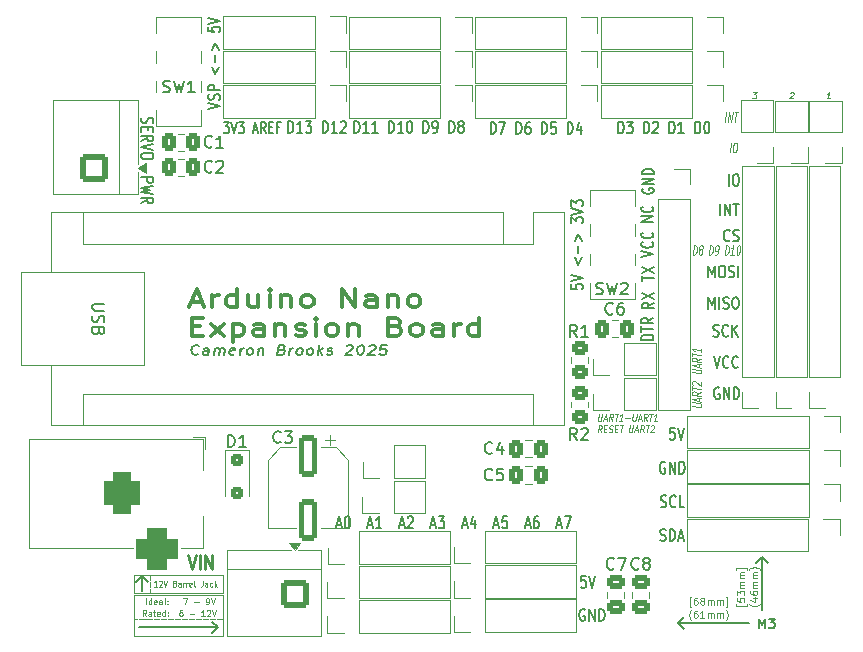
<source format=gbr>
%TF.GenerationSoftware,KiCad,Pcbnew,9.0.1*%
%TF.CreationDate,2025-05-07T00:20:05-04:00*%
%TF.ProjectId,nano_shield,6e616e6f-2d73-4686-9965-6c642e6b6963,rev?*%
%TF.SameCoordinates,Original*%
%TF.FileFunction,Legend,Top*%
%TF.FilePolarity,Positive*%
%FSLAX46Y46*%
G04 Gerber Fmt 4.6, Leading zero omitted, Abs format (unit mm)*
G04 Created by KiCad (PCBNEW 9.0.1) date 2025-05-07 00:20:05*
%MOMM*%
%LPD*%
G01*
G04 APERTURE LIST*
G04 Aperture macros list*
%AMRoundRect*
0 Rectangle with rounded corners*
0 $1 Rounding radius*
0 $2 $3 $4 $5 $6 $7 $8 $9 X,Y pos of 4 corners*
0 Add a 4 corners polygon primitive as box body*
4,1,4,$2,$3,$4,$5,$6,$7,$8,$9,$2,$3,0*
0 Add four circle primitives for the rounded corners*
1,1,$1+$1,$2,$3*
1,1,$1+$1,$4,$5*
1,1,$1+$1,$6,$7*
1,1,$1+$1,$8,$9*
0 Add four rect primitives between the rounded corners*
20,1,$1+$1,$2,$3,$4,$5,0*
20,1,$1+$1,$4,$5,$6,$7,0*
20,1,$1+$1,$6,$7,$8,$9,0*
20,1,$1+$1,$8,$9,$2,$3,0*%
G04 Aperture macros list end*
%ADD10C,0.150000*%
%ADD11C,0.040000*%
%ADD12C,0.100000*%
%ADD13C,0.075000*%
%ADD14C,0.175000*%
%ADD15C,0.160000*%
%ADD16C,0.375000*%
%ADD17C,0.200000*%
%ADD18C,0.140000*%
%ADD19C,0.250000*%
%ADD20C,0.120000*%
%ADD21R,1.700000X1.700000*%
%ADD22C,1.700000*%
%ADD23RoundRect,0.250000X-0.337500X-0.475000X0.337500X-0.475000X0.337500X0.475000X-0.337500X0.475000X0*%
%ADD24RoundRect,0.250000X-0.450000X0.350000X-0.450000X-0.350000X0.450000X-0.350000X0.450000X0.350000X0*%
%ADD25R,1.600000X1.600000*%
%ADD26O,1.600000X1.600000*%
%ADD27C,3.200000*%
%ADD28RoundRect,0.250000X-0.475000X0.337500X-0.475000X-0.337500X0.475000X-0.337500X0.475000X0.337500X0*%
%ADD29R,1.600000X1.000000*%
%ADD30RoundRect,0.250001X0.949999X0.949999X-0.949999X0.949999X-0.949999X-0.949999X0.949999X-0.949999X0*%
%ADD31C,2.400000*%
%ADD32RoundRect,0.250000X0.450000X-0.350000X0.450000X0.350000X-0.450000X0.350000X-0.450000X-0.350000X0*%
%ADD33RoundRect,0.250000X-0.550000X1.500000X-0.550000X-1.500000X0.550000X-1.500000X0.550000X1.500000X0*%
%ADD34R,3.500000X3.500000*%
%ADD35RoundRect,0.750000X-0.750000X-1.000000X0.750000X-1.000000X0.750000X1.000000X-0.750000X1.000000X0*%
%ADD36RoundRect,0.875000X-0.875000X-0.875000X0.875000X-0.875000X0.875000X0.875000X-0.875000X0.875000X0*%
%ADD37RoundRect,0.250000X-0.300000X0.300000X-0.300000X-0.300000X0.300000X-0.300000X0.300000X0.300000X0*%
%ADD38RoundRect,0.250001X0.949999X-0.949999X0.949999X0.949999X-0.949999X0.949999X-0.949999X-0.949999X0*%
G04 APERTURE END LIST*
D10*
X107750000Y-99825000D02*
X107250000Y-100325000D01*
X114150000Y-104150000D02*
X113650000Y-103650000D01*
X160250000Y-102700000D02*
X160250000Y-98200000D01*
X107750000Y-101050000D02*
X107750000Y-99825000D01*
D11*
X107050000Y-99675000D02*
X107490000Y-99675000D01*
X107650000Y-99675000D02*
X108090000Y-99675000D01*
X108250000Y-99675000D02*
X108450000Y-99675000D01*
X108450000Y-99675000D02*
X108450000Y-100115000D01*
X108450000Y-100275000D02*
X108450000Y-100715000D01*
X108450000Y-100875000D02*
X108450000Y-101200000D01*
X108450000Y-101200000D02*
X108010000Y-101200000D01*
X107850000Y-101200000D02*
X107410000Y-101200000D01*
X107250000Y-101200000D02*
X107050000Y-101200000D01*
X107050000Y-101200000D02*
X107050000Y-100760000D01*
X107050000Y-100600000D02*
X107050000Y-100160000D01*
X107050000Y-100000000D02*
X107050000Y-99675000D01*
D10*
X107450000Y-104150000D02*
X114150000Y-104150000D01*
D12*
X107050000Y-99675000D02*
X114550000Y-99675000D01*
X114550000Y-101225000D01*
X107050000Y-101225000D01*
X107050000Y-99675000D01*
D10*
X153150000Y-103750000D02*
X153650000Y-103250000D01*
X153150000Y-103750000D02*
X153650000Y-104250000D01*
D12*
X113650000Y-103650000D02*
X114150000Y-104150000D01*
D10*
X160250000Y-98200000D02*
X159750000Y-98700000D01*
X114150000Y-104150000D02*
X113650000Y-104650000D01*
D12*
X107050000Y-101400000D02*
X114550000Y-101400000D01*
X114550000Y-104850000D01*
X107050000Y-104850000D01*
X107050000Y-101400000D01*
D10*
X159150000Y-103750000D02*
X153150000Y-103750000D01*
D11*
X107050000Y-101375000D02*
X107490000Y-101375000D01*
X107650000Y-101375000D02*
X108090000Y-101375000D01*
X108250000Y-101375000D02*
X108690000Y-101375000D01*
X108850000Y-101375000D02*
X109290000Y-101375000D01*
X109450000Y-101375000D02*
X109890000Y-101375000D01*
X110050000Y-101375000D02*
X110490000Y-101375000D01*
X110650000Y-101375000D02*
X111090000Y-101375000D01*
X111250000Y-101375000D02*
X111690000Y-101375000D01*
X111850000Y-101375000D02*
X112290000Y-101375000D01*
X112450000Y-101375000D02*
X112890000Y-101375000D01*
X113050000Y-101375000D02*
X113490000Y-101375000D01*
X113650000Y-101375000D02*
X114090000Y-101375000D01*
X114250000Y-101375000D02*
X114550000Y-101375000D01*
X114550000Y-101375000D02*
X114550000Y-101815000D01*
X114550000Y-101975000D02*
X114550000Y-102415000D01*
X114550000Y-102575000D02*
X114550000Y-103015000D01*
X114550000Y-103175000D02*
X114550000Y-103450000D01*
X114550000Y-103450000D02*
X114110000Y-103450000D01*
X113950000Y-103450000D02*
X113510000Y-103450000D01*
X113350000Y-103450000D02*
X112910000Y-103450000D01*
X112750000Y-103450000D02*
X112310000Y-103450000D01*
X112150000Y-103450000D02*
X111710000Y-103450000D01*
X111550000Y-103450000D02*
X111110000Y-103450000D01*
X110950000Y-103450000D02*
X110510000Y-103450000D01*
X110350000Y-103450000D02*
X109910000Y-103450000D01*
X109750000Y-103450000D02*
X109310000Y-103450000D01*
X109150000Y-103450000D02*
X108710000Y-103450000D01*
X108550000Y-103450000D02*
X108110000Y-103450000D01*
X107950000Y-103450000D02*
X107510000Y-103450000D01*
X107350000Y-103450000D02*
X107050000Y-103450000D01*
X107050000Y-103450000D02*
X107050000Y-103010000D01*
X107050000Y-102850000D02*
X107050000Y-102410000D01*
X107050000Y-102250000D02*
X107050000Y-101810000D01*
X107050000Y-101650000D02*
X107050000Y-101375000D01*
D10*
X160250000Y-98200000D02*
X160750000Y-98700000D01*
X107750000Y-99825000D02*
X108250000Y-100325000D01*
D12*
X107250000Y-100325000D02*
X107750000Y-99825000D01*
D13*
X157513627Y-63898195D02*
X157613627Y-63098195D01*
X157946960Y-63098195D02*
X158042198Y-63098195D01*
X158042198Y-63098195D02*
X158085056Y-63136290D01*
X158085056Y-63136290D02*
X158123151Y-63212480D01*
X158123151Y-63212480D02*
X158127913Y-63364861D01*
X158127913Y-63364861D02*
X158094579Y-63631528D01*
X158094579Y-63631528D02*
X158051722Y-63783909D01*
X158051722Y-63783909D02*
X157994579Y-63860100D01*
X157994579Y-63860100D02*
X157942198Y-63898195D01*
X157942198Y-63898195D02*
X157846960Y-63898195D01*
X157846960Y-63898195D02*
X157804103Y-63860100D01*
X157804103Y-63860100D02*
X157766008Y-63783909D01*
X157766008Y-63783909D02*
X157761246Y-63631528D01*
X157761246Y-63631528D02*
X157794579Y-63364861D01*
X157794579Y-63364861D02*
X157837437Y-63212480D01*
X157837437Y-63212480D02*
X157894579Y-63136290D01*
X157894579Y-63136290D02*
X157946960Y-63098195D01*
D14*
X114665131Y-61318519D02*
X115098464Y-61318519D01*
X115098464Y-61318519D02*
X114865131Y-61699471D01*
X114865131Y-61699471D02*
X114965131Y-61699471D01*
X114965131Y-61699471D02*
X115031797Y-61747090D01*
X115031797Y-61747090D02*
X115065131Y-61794709D01*
X115065131Y-61794709D02*
X115098464Y-61889947D01*
X115098464Y-61889947D02*
X115098464Y-62128042D01*
X115098464Y-62128042D02*
X115065131Y-62223280D01*
X115065131Y-62223280D02*
X115031797Y-62270900D01*
X115031797Y-62270900D02*
X114965131Y-62318519D01*
X114965131Y-62318519D02*
X114765131Y-62318519D01*
X114765131Y-62318519D02*
X114698464Y-62270900D01*
X114698464Y-62270900D02*
X114665131Y-62223280D01*
X115298464Y-61318519D02*
X115531798Y-62318519D01*
X115531798Y-62318519D02*
X115765131Y-61318519D01*
X115931798Y-61318519D02*
X116365131Y-61318519D01*
X116365131Y-61318519D02*
X116131798Y-61699471D01*
X116131798Y-61699471D02*
X116231798Y-61699471D01*
X116231798Y-61699471D02*
X116298464Y-61747090D01*
X116298464Y-61747090D02*
X116331798Y-61794709D01*
X116331798Y-61794709D02*
X116365131Y-61889947D01*
X116365131Y-61889947D02*
X116365131Y-62128042D01*
X116365131Y-62128042D02*
X116331798Y-62223280D01*
X116331798Y-62223280D02*
X116298464Y-62270900D01*
X116298464Y-62270900D02*
X116231798Y-62318519D01*
X116231798Y-62318519D02*
X116031798Y-62318519D01*
X116031798Y-62318519D02*
X115965131Y-62270900D01*
X115965131Y-62270900D02*
X115931798Y-62223280D01*
X117165131Y-62032804D02*
X117498464Y-62032804D01*
X117098464Y-62318519D02*
X117331798Y-61318519D01*
X117331798Y-61318519D02*
X117565131Y-62318519D01*
X118198464Y-62318519D02*
X117965131Y-61842328D01*
X117798464Y-62318519D02*
X117798464Y-61318519D01*
X117798464Y-61318519D02*
X118065131Y-61318519D01*
X118065131Y-61318519D02*
X118131798Y-61366138D01*
X118131798Y-61366138D02*
X118165131Y-61413757D01*
X118165131Y-61413757D02*
X118198464Y-61508995D01*
X118198464Y-61508995D02*
X118198464Y-61651852D01*
X118198464Y-61651852D02*
X118165131Y-61747090D01*
X118165131Y-61747090D02*
X118131798Y-61794709D01*
X118131798Y-61794709D02*
X118065131Y-61842328D01*
X118065131Y-61842328D02*
X117798464Y-61842328D01*
X118498464Y-61794709D02*
X118731798Y-61794709D01*
X118831798Y-62318519D02*
X118498464Y-62318519D01*
X118498464Y-62318519D02*
X118498464Y-61318519D01*
X118498464Y-61318519D02*
X118831798Y-61318519D01*
X119365131Y-61794709D02*
X119131797Y-61794709D01*
X119131797Y-62318519D02*
X119131797Y-61318519D01*
X119131797Y-61318519D02*
X119465131Y-61318519D01*
D15*
X151607643Y-96771680D02*
X151721929Y-96819299D01*
X151721929Y-96819299D02*
X151912405Y-96819299D01*
X151912405Y-96819299D02*
X151988596Y-96771680D01*
X151988596Y-96771680D02*
X152026691Y-96724060D01*
X152026691Y-96724060D02*
X152064786Y-96628822D01*
X152064786Y-96628822D02*
X152064786Y-96533584D01*
X152064786Y-96533584D02*
X152026691Y-96438346D01*
X152026691Y-96438346D02*
X151988596Y-96390727D01*
X151988596Y-96390727D02*
X151912405Y-96343108D01*
X151912405Y-96343108D02*
X151760024Y-96295489D01*
X151760024Y-96295489D02*
X151683834Y-96247870D01*
X151683834Y-96247870D02*
X151645739Y-96200251D01*
X151645739Y-96200251D02*
X151607643Y-96105013D01*
X151607643Y-96105013D02*
X151607643Y-96009775D01*
X151607643Y-96009775D02*
X151645739Y-95914537D01*
X151645739Y-95914537D02*
X151683834Y-95866918D01*
X151683834Y-95866918D02*
X151760024Y-95819299D01*
X151760024Y-95819299D02*
X151950501Y-95819299D01*
X151950501Y-95819299D02*
X152064786Y-95866918D01*
X152407644Y-96819299D02*
X152407644Y-95819299D01*
X152407644Y-95819299D02*
X152598120Y-95819299D01*
X152598120Y-95819299D02*
X152712406Y-95866918D01*
X152712406Y-95866918D02*
X152788596Y-95962156D01*
X152788596Y-95962156D02*
X152826691Y-96057394D01*
X152826691Y-96057394D02*
X152864787Y-96247870D01*
X152864787Y-96247870D02*
X152864787Y-96390727D01*
X152864787Y-96390727D02*
X152826691Y-96581203D01*
X152826691Y-96581203D02*
X152788596Y-96676441D01*
X152788596Y-96676441D02*
X152712406Y-96771680D01*
X152712406Y-96771680D02*
X152598120Y-96819299D01*
X152598120Y-96819299D02*
X152407644Y-96819299D01*
X153169548Y-96533584D02*
X153550501Y-96533584D01*
X153093358Y-96819299D02*
X153360025Y-95819299D01*
X153360025Y-95819299D02*
X153626691Y-96819299D01*
D13*
X146389818Y-86056705D02*
X146329103Y-86542419D01*
X146329103Y-86542419D02*
X146345770Y-86599562D01*
X146345770Y-86599562D02*
X146366008Y-86628134D01*
X146366008Y-86628134D02*
X146410056Y-86656705D01*
X146410056Y-86656705D02*
X146505294Y-86656705D01*
X146505294Y-86656705D02*
X146556484Y-86628134D01*
X146556484Y-86628134D02*
X146583865Y-86599562D01*
X146583865Y-86599562D02*
X146614818Y-86542419D01*
X146614818Y-86542419D02*
X146675532Y-86056705D01*
X146836247Y-86485276D02*
X147074342Y-86485276D01*
X146767199Y-86656705D02*
X147008866Y-86056705D01*
X147008866Y-86056705D02*
X147100532Y-86656705D01*
X147552913Y-86656705D02*
X147421961Y-86370991D01*
X147267199Y-86656705D02*
X147342199Y-86056705D01*
X147342199Y-86056705D02*
X147532675Y-86056705D01*
X147532675Y-86056705D02*
X147576723Y-86085276D01*
X147576723Y-86085276D02*
X147596961Y-86113848D01*
X147596961Y-86113848D02*
X147613627Y-86170991D01*
X147613627Y-86170991D02*
X147602913Y-86256705D01*
X147602913Y-86256705D02*
X147571961Y-86313848D01*
X147571961Y-86313848D02*
X147544580Y-86342419D01*
X147544580Y-86342419D02*
X147493389Y-86370991D01*
X147493389Y-86370991D02*
X147302913Y-86370991D01*
X147770770Y-86056705D02*
X148056484Y-86056705D01*
X147838627Y-86656705D02*
X147913627Y-86056705D01*
X148410055Y-86656705D02*
X148124341Y-86656705D01*
X148267198Y-86656705D02*
X148342198Y-86056705D01*
X148342198Y-86056705D02*
X148283865Y-86142419D01*
X148283865Y-86142419D02*
X148229103Y-86199562D01*
X148229103Y-86199562D02*
X148177913Y-86228134D01*
X148652912Y-86428134D02*
X149033865Y-86428134D01*
X149318389Y-86056705D02*
X149257674Y-86542419D01*
X149257674Y-86542419D02*
X149274341Y-86599562D01*
X149274341Y-86599562D02*
X149294579Y-86628134D01*
X149294579Y-86628134D02*
X149338627Y-86656705D01*
X149338627Y-86656705D02*
X149433865Y-86656705D01*
X149433865Y-86656705D02*
X149485055Y-86628134D01*
X149485055Y-86628134D02*
X149512436Y-86599562D01*
X149512436Y-86599562D02*
X149543389Y-86542419D01*
X149543389Y-86542419D02*
X149604103Y-86056705D01*
X149764818Y-86485276D02*
X150002913Y-86485276D01*
X149695770Y-86656705D02*
X149937437Y-86056705D01*
X149937437Y-86056705D02*
X150029103Y-86656705D01*
X150481484Y-86656705D02*
X150350532Y-86370991D01*
X150195770Y-86656705D02*
X150270770Y-86056705D01*
X150270770Y-86056705D02*
X150461246Y-86056705D01*
X150461246Y-86056705D02*
X150505294Y-86085276D01*
X150505294Y-86085276D02*
X150525532Y-86113848D01*
X150525532Y-86113848D02*
X150542198Y-86170991D01*
X150542198Y-86170991D02*
X150531484Y-86256705D01*
X150531484Y-86256705D02*
X150500532Y-86313848D01*
X150500532Y-86313848D02*
X150473151Y-86342419D01*
X150473151Y-86342419D02*
X150421960Y-86370991D01*
X150421960Y-86370991D02*
X150231484Y-86370991D01*
X150699341Y-86056705D02*
X150985055Y-86056705D01*
X150767198Y-86656705D02*
X150842198Y-86056705D01*
X151338626Y-86656705D02*
X151052912Y-86656705D01*
X151195769Y-86656705D02*
X151270769Y-86056705D01*
X151270769Y-86056705D02*
X151212436Y-86142419D01*
X151212436Y-86142419D02*
X151157674Y-86199562D01*
X151157674Y-86199562D02*
X151106484Y-86228134D01*
X146600532Y-87622671D02*
X146469580Y-87336957D01*
X146314818Y-87622671D02*
X146389818Y-87022671D01*
X146389818Y-87022671D02*
X146580294Y-87022671D01*
X146580294Y-87022671D02*
X146624342Y-87051242D01*
X146624342Y-87051242D02*
X146644580Y-87079814D01*
X146644580Y-87079814D02*
X146661246Y-87136957D01*
X146661246Y-87136957D02*
X146650532Y-87222671D01*
X146650532Y-87222671D02*
X146619580Y-87279814D01*
X146619580Y-87279814D02*
X146592199Y-87308385D01*
X146592199Y-87308385D02*
X146541008Y-87336957D01*
X146541008Y-87336957D02*
X146350532Y-87336957D01*
X146854103Y-87308385D02*
X147020770Y-87308385D01*
X147052913Y-87622671D02*
X146814818Y-87622671D01*
X146814818Y-87622671D02*
X146889818Y-87022671D01*
X146889818Y-87022671D02*
X147127913Y-87022671D01*
X147246961Y-87594100D02*
X147314818Y-87622671D01*
X147314818Y-87622671D02*
X147433865Y-87622671D01*
X147433865Y-87622671D02*
X147485056Y-87594100D01*
X147485056Y-87594100D02*
X147512437Y-87565528D01*
X147512437Y-87565528D02*
X147543389Y-87508385D01*
X147543389Y-87508385D02*
X147550532Y-87451242D01*
X147550532Y-87451242D02*
X147533865Y-87394100D01*
X147533865Y-87394100D02*
X147513627Y-87365528D01*
X147513627Y-87365528D02*
X147469580Y-87336957D01*
X147469580Y-87336957D02*
X147377913Y-87308385D01*
X147377913Y-87308385D02*
X147333865Y-87279814D01*
X147333865Y-87279814D02*
X147313627Y-87251242D01*
X147313627Y-87251242D02*
X147296961Y-87194100D01*
X147296961Y-87194100D02*
X147304103Y-87136957D01*
X147304103Y-87136957D02*
X147335056Y-87079814D01*
X147335056Y-87079814D02*
X147362437Y-87051242D01*
X147362437Y-87051242D02*
X147413627Y-87022671D01*
X147413627Y-87022671D02*
X147532675Y-87022671D01*
X147532675Y-87022671D02*
X147600532Y-87051242D01*
X147782674Y-87308385D02*
X147949341Y-87308385D01*
X147981484Y-87622671D02*
X147743389Y-87622671D01*
X147743389Y-87622671D02*
X147818389Y-87022671D01*
X147818389Y-87022671D02*
X148056484Y-87022671D01*
X148199341Y-87022671D02*
X148485055Y-87022671D01*
X148267198Y-87622671D02*
X148342198Y-87022671D01*
X149032674Y-87022671D02*
X148971959Y-87508385D01*
X148971959Y-87508385D02*
X148988626Y-87565528D01*
X148988626Y-87565528D02*
X149008864Y-87594100D01*
X149008864Y-87594100D02*
X149052912Y-87622671D01*
X149052912Y-87622671D02*
X149148150Y-87622671D01*
X149148150Y-87622671D02*
X149199340Y-87594100D01*
X149199340Y-87594100D02*
X149226721Y-87565528D01*
X149226721Y-87565528D02*
X149257674Y-87508385D01*
X149257674Y-87508385D02*
X149318388Y-87022671D01*
X149479103Y-87451242D02*
X149717198Y-87451242D01*
X149410055Y-87622671D02*
X149651722Y-87022671D01*
X149651722Y-87022671D02*
X149743388Y-87622671D01*
X150195769Y-87622671D02*
X150064817Y-87336957D01*
X149910055Y-87622671D02*
X149985055Y-87022671D01*
X149985055Y-87022671D02*
X150175531Y-87022671D01*
X150175531Y-87022671D02*
X150219579Y-87051242D01*
X150219579Y-87051242D02*
X150239817Y-87079814D01*
X150239817Y-87079814D02*
X150256483Y-87136957D01*
X150256483Y-87136957D02*
X150245769Y-87222671D01*
X150245769Y-87222671D02*
X150214817Y-87279814D01*
X150214817Y-87279814D02*
X150187436Y-87308385D01*
X150187436Y-87308385D02*
X150136245Y-87336957D01*
X150136245Y-87336957D02*
X149945769Y-87336957D01*
X150413626Y-87022671D02*
X150699340Y-87022671D01*
X150481483Y-87622671D02*
X150556483Y-87022671D01*
X150835054Y-87079814D02*
X150862435Y-87051242D01*
X150862435Y-87051242D02*
X150913626Y-87022671D01*
X150913626Y-87022671D02*
X151032673Y-87022671D01*
X151032673Y-87022671D02*
X151076721Y-87051242D01*
X151076721Y-87051242D02*
X151096959Y-87079814D01*
X151096959Y-87079814D02*
X151113626Y-87136957D01*
X151113626Y-87136957D02*
X151106483Y-87194100D01*
X151106483Y-87194100D02*
X151071959Y-87279814D01*
X151071959Y-87279814D02*
X150743388Y-87622671D01*
X150743388Y-87622671D02*
X151052911Y-87622671D01*
D15*
X157502882Y-71374060D02*
X157464786Y-71421680D01*
X157464786Y-71421680D02*
X157350501Y-71469299D01*
X157350501Y-71469299D02*
X157274310Y-71469299D01*
X157274310Y-71469299D02*
X157160024Y-71421680D01*
X157160024Y-71421680D02*
X157083834Y-71326441D01*
X157083834Y-71326441D02*
X157045739Y-71231203D01*
X157045739Y-71231203D02*
X157007643Y-71040727D01*
X157007643Y-71040727D02*
X157007643Y-70897870D01*
X157007643Y-70897870D02*
X157045739Y-70707394D01*
X157045739Y-70707394D02*
X157083834Y-70612156D01*
X157083834Y-70612156D02*
X157160024Y-70516918D01*
X157160024Y-70516918D02*
X157274310Y-70469299D01*
X157274310Y-70469299D02*
X157350501Y-70469299D01*
X157350501Y-70469299D02*
X157464786Y-70516918D01*
X157464786Y-70516918D02*
X157502882Y-70564537D01*
X157807643Y-71421680D02*
X157921929Y-71469299D01*
X157921929Y-71469299D02*
X158112405Y-71469299D01*
X158112405Y-71469299D02*
X158188596Y-71421680D01*
X158188596Y-71421680D02*
X158226691Y-71374060D01*
X158226691Y-71374060D02*
X158264786Y-71278822D01*
X158264786Y-71278822D02*
X158264786Y-71183584D01*
X158264786Y-71183584D02*
X158226691Y-71088346D01*
X158226691Y-71088346D02*
X158188596Y-71040727D01*
X158188596Y-71040727D02*
X158112405Y-70993108D01*
X158112405Y-70993108D02*
X157960024Y-70945489D01*
X157960024Y-70945489D02*
X157883834Y-70897870D01*
X157883834Y-70897870D02*
X157845739Y-70850251D01*
X157845739Y-70850251D02*
X157807643Y-70755013D01*
X157807643Y-70755013D02*
X157807643Y-70659775D01*
X157807643Y-70659775D02*
X157845739Y-70564537D01*
X157845739Y-70564537D02*
X157883834Y-70516918D01*
X157883834Y-70516918D02*
X157960024Y-70469299D01*
X157960024Y-70469299D02*
X158150501Y-70469299D01*
X158150501Y-70469299D02*
X158264786Y-70516918D01*
X137245739Y-62369299D02*
X137245739Y-61369299D01*
X137245739Y-61369299D02*
X137436215Y-61369299D01*
X137436215Y-61369299D02*
X137550501Y-61416918D01*
X137550501Y-61416918D02*
X137626691Y-61512156D01*
X137626691Y-61512156D02*
X137664786Y-61607394D01*
X137664786Y-61607394D02*
X137702882Y-61797870D01*
X137702882Y-61797870D02*
X137702882Y-61940727D01*
X137702882Y-61940727D02*
X137664786Y-62131203D01*
X137664786Y-62131203D02*
X137626691Y-62226441D01*
X137626691Y-62226441D02*
X137550501Y-62321680D01*
X137550501Y-62321680D02*
X137436215Y-62369299D01*
X137436215Y-62369299D02*
X137245739Y-62369299D01*
X137969548Y-61369299D02*
X138502882Y-61369299D01*
X138502882Y-61369299D02*
X138160024Y-62369299D01*
X139417168Y-62369299D02*
X139417168Y-61369299D01*
X139417168Y-61369299D02*
X139607644Y-61369299D01*
X139607644Y-61369299D02*
X139721930Y-61416918D01*
X139721930Y-61416918D02*
X139798120Y-61512156D01*
X139798120Y-61512156D02*
X139836215Y-61607394D01*
X139836215Y-61607394D02*
X139874311Y-61797870D01*
X139874311Y-61797870D02*
X139874311Y-61940727D01*
X139874311Y-61940727D02*
X139836215Y-62131203D01*
X139836215Y-62131203D02*
X139798120Y-62226441D01*
X139798120Y-62226441D02*
X139721930Y-62321680D01*
X139721930Y-62321680D02*
X139607644Y-62369299D01*
X139607644Y-62369299D02*
X139417168Y-62369299D01*
X140560025Y-61369299D02*
X140407644Y-61369299D01*
X140407644Y-61369299D02*
X140331453Y-61416918D01*
X140331453Y-61416918D02*
X140293358Y-61464537D01*
X140293358Y-61464537D02*
X140217168Y-61607394D01*
X140217168Y-61607394D02*
X140179072Y-61797870D01*
X140179072Y-61797870D02*
X140179072Y-62178822D01*
X140179072Y-62178822D02*
X140217168Y-62274060D01*
X140217168Y-62274060D02*
X140255263Y-62321680D01*
X140255263Y-62321680D02*
X140331453Y-62369299D01*
X140331453Y-62369299D02*
X140483834Y-62369299D01*
X140483834Y-62369299D02*
X140560025Y-62321680D01*
X140560025Y-62321680D02*
X140598120Y-62274060D01*
X140598120Y-62274060D02*
X140636215Y-62178822D01*
X140636215Y-62178822D02*
X140636215Y-61940727D01*
X140636215Y-61940727D02*
X140598120Y-61845489D01*
X140598120Y-61845489D02*
X140560025Y-61797870D01*
X140560025Y-61797870D02*
X140483834Y-61750251D01*
X140483834Y-61750251D02*
X140331453Y-61750251D01*
X140331453Y-61750251D02*
X140255263Y-61797870D01*
X140255263Y-61797870D02*
X140217168Y-61845489D01*
X140217168Y-61845489D02*
X140179072Y-61940727D01*
X141588597Y-62369299D02*
X141588597Y-61369299D01*
X141588597Y-61369299D02*
X141779073Y-61369299D01*
X141779073Y-61369299D02*
X141893359Y-61416918D01*
X141893359Y-61416918D02*
X141969549Y-61512156D01*
X141969549Y-61512156D02*
X142007644Y-61607394D01*
X142007644Y-61607394D02*
X142045740Y-61797870D01*
X142045740Y-61797870D02*
X142045740Y-61940727D01*
X142045740Y-61940727D02*
X142007644Y-62131203D01*
X142007644Y-62131203D02*
X141969549Y-62226441D01*
X141969549Y-62226441D02*
X141893359Y-62321680D01*
X141893359Y-62321680D02*
X141779073Y-62369299D01*
X141779073Y-62369299D02*
X141588597Y-62369299D01*
X142769549Y-61369299D02*
X142388597Y-61369299D01*
X142388597Y-61369299D02*
X142350501Y-61845489D01*
X142350501Y-61845489D02*
X142388597Y-61797870D01*
X142388597Y-61797870D02*
X142464787Y-61750251D01*
X142464787Y-61750251D02*
X142655263Y-61750251D01*
X142655263Y-61750251D02*
X142731454Y-61797870D01*
X142731454Y-61797870D02*
X142769549Y-61845489D01*
X142769549Y-61845489D02*
X142807644Y-61940727D01*
X142807644Y-61940727D02*
X142807644Y-62178822D01*
X142807644Y-62178822D02*
X142769549Y-62274060D01*
X142769549Y-62274060D02*
X142731454Y-62321680D01*
X142731454Y-62321680D02*
X142655263Y-62369299D01*
X142655263Y-62369299D02*
X142464787Y-62369299D01*
X142464787Y-62369299D02*
X142388597Y-62321680D01*
X142388597Y-62321680D02*
X142350501Y-62274060D01*
X143760026Y-62369299D02*
X143760026Y-61369299D01*
X143760026Y-61369299D02*
X143950502Y-61369299D01*
X143950502Y-61369299D02*
X144064788Y-61416918D01*
X144064788Y-61416918D02*
X144140978Y-61512156D01*
X144140978Y-61512156D02*
X144179073Y-61607394D01*
X144179073Y-61607394D02*
X144217169Y-61797870D01*
X144217169Y-61797870D02*
X144217169Y-61940727D01*
X144217169Y-61940727D02*
X144179073Y-62131203D01*
X144179073Y-62131203D02*
X144140978Y-62226441D01*
X144140978Y-62226441D02*
X144064788Y-62321680D01*
X144064788Y-62321680D02*
X143950502Y-62369299D01*
X143950502Y-62369299D02*
X143760026Y-62369299D01*
X144902883Y-61702632D02*
X144902883Y-62369299D01*
X144712407Y-61321680D02*
X144521930Y-62035965D01*
X144521930Y-62035965D02*
X145017169Y-62035965D01*
D12*
X108081833Y-103183609D02*
X107915167Y-102945514D01*
X107796119Y-103183609D02*
X107796119Y-102683609D01*
X107796119Y-102683609D02*
X107986595Y-102683609D01*
X107986595Y-102683609D02*
X108034214Y-102707419D01*
X108034214Y-102707419D02*
X108058024Y-102731228D01*
X108058024Y-102731228D02*
X108081833Y-102778847D01*
X108081833Y-102778847D02*
X108081833Y-102850276D01*
X108081833Y-102850276D02*
X108058024Y-102897895D01*
X108058024Y-102897895D02*
X108034214Y-102921704D01*
X108034214Y-102921704D02*
X107986595Y-102945514D01*
X107986595Y-102945514D02*
X107796119Y-102945514D01*
X108510405Y-103183609D02*
X108510405Y-102921704D01*
X108510405Y-102921704D02*
X108486595Y-102874085D01*
X108486595Y-102874085D02*
X108438976Y-102850276D01*
X108438976Y-102850276D02*
X108343738Y-102850276D01*
X108343738Y-102850276D02*
X108296119Y-102874085D01*
X108510405Y-103159800D02*
X108462786Y-103183609D01*
X108462786Y-103183609D02*
X108343738Y-103183609D01*
X108343738Y-103183609D02*
X108296119Y-103159800D01*
X108296119Y-103159800D02*
X108272310Y-103112180D01*
X108272310Y-103112180D02*
X108272310Y-103064561D01*
X108272310Y-103064561D02*
X108296119Y-103016942D01*
X108296119Y-103016942D02*
X108343738Y-102993133D01*
X108343738Y-102993133D02*
X108462786Y-102993133D01*
X108462786Y-102993133D02*
X108510405Y-102969323D01*
X108677072Y-102850276D02*
X108867548Y-102850276D01*
X108748500Y-102683609D02*
X108748500Y-103112180D01*
X108748500Y-103112180D02*
X108772310Y-103159800D01*
X108772310Y-103159800D02*
X108819929Y-103183609D01*
X108819929Y-103183609D02*
X108867548Y-103183609D01*
X109224690Y-103159800D02*
X109177071Y-103183609D01*
X109177071Y-103183609D02*
X109081833Y-103183609D01*
X109081833Y-103183609D02*
X109034214Y-103159800D01*
X109034214Y-103159800D02*
X109010405Y-103112180D01*
X109010405Y-103112180D02*
X109010405Y-102921704D01*
X109010405Y-102921704D02*
X109034214Y-102874085D01*
X109034214Y-102874085D02*
X109081833Y-102850276D01*
X109081833Y-102850276D02*
X109177071Y-102850276D01*
X109177071Y-102850276D02*
X109224690Y-102874085D01*
X109224690Y-102874085D02*
X109248500Y-102921704D01*
X109248500Y-102921704D02*
X109248500Y-102969323D01*
X109248500Y-102969323D02*
X109010405Y-103016942D01*
X109677071Y-103183609D02*
X109677071Y-102683609D01*
X109677071Y-103159800D02*
X109629452Y-103183609D01*
X109629452Y-103183609D02*
X109534214Y-103183609D01*
X109534214Y-103183609D02*
X109486595Y-103159800D01*
X109486595Y-103159800D02*
X109462785Y-103135990D01*
X109462785Y-103135990D02*
X109438976Y-103088371D01*
X109438976Y-103088371D02*
X109438976Y-102945514D01*
X109438976Y-102945514D02*
X109462785Y-102897895D01*
X109462785Y-102897895D02*
X109486595Y-102874085D01*
X109486595Y-102874085D02*
X109534214Y-102850276D01*
X109534214Y-102850276D02*
X109629452Y-102850276D01*
X109629452Y-102850276D02*
X109677071Y-102874085D01*
X109915166Y-103135990D02*
X109938976Y-103159800D01*
X109938976Y-103159800D02*
X109915166Y-103183609D01*
X109915166Y-103183609D02*
X109891357Y-103159800D01*
X109891357Y-103159800D02*
X109915166Y-103135990D01*
X109915166Y-103135990D02*
X109915166Y-103183609D01*
X109915166Y-102874085D02*
X109938976Y-102897895D01*
X109938976Y-102897895D02*
X109915166Y-102921704D01*
X109915166Y-102921704D02*
X109891357Y-102897895D01*
X109891357Y-102897895D02*
X109915166Y-102874085D01*
X109915166Y-102874085D02*
X109915166Y-102921704D01*
X111129451Y-102683609D02*
X111034213Y-102683609D01*
X111034213Y-102683609D02*
X110986594Y-102707419D01*
X110986594Y-102707419D02*
X110962784Y-102731228D01*
X110962784Y-102731228D02*
X110915165Y-102802657D01*
X110915165Y-102802657D02*
X110891356Y-102897895D01*
X110891356Y-102897895D02*
X110891356Y-103088371D01*
X110891356Y-103088371D02*
X110915165Y-103135990D01*
X110915165Y-103135990D02*
X110938975Y-103159800D01*
X110938975Y-103159800D02*
X110986594Y-103183609D01*
X110986594Y-103183609D02*
X111081832Y-103183609D01*
X111081832Y-103183609D02*
X111129451Y-103159800D01*
X111129451Y-103159800D02*
X111153260Y-103135990D01*
X111153260Y-103135990D02*
X111177070Y-103088371D01*
X111177070Y-103088371D02*
X111177070Y-102969323D01*
X111177070Y-102969323D02*
X111153260Y-102921704D01*
X111153260Y-102921704D02*
X111129451Y-102897895D01*
X111129451Y-102897895D02*
X111081832Y-102874085D01*
X111081832Y-102874085D02*
X110986594Y-102874085D01*
X110986594Y-102874085D02*
X110938975Y-102897895D01*
X110938975Y-102897895D02*
X110915165Y-102921704D01*
X110915165Y-102921704D02*
X110891356Y-102969323D01*
X111772307Y-102993133D02*
X112153260Y-102993133D01*
X113034212Y-103183609D02*
X112748498Y-103183609D01*
X112891355Y-103183609D02*
X112891355Y-102683609D01*
X112891355Y-102683609D02*
X112843736Y-102755038D01*
X112843736Y-102755038D02*
X112796117Y-102802657D01*
X112796117Y-102802657D02*
X112748498Y-102826466D01*
X113224688Y-102731228D02*
X113248497Y-102707419D01*
X113248497Y-102707419D02*
X113296116Y-102683609D01*
X113296116Y-102683609D02*
X113415164Y-102683609D01*
X113415164Y-102683609D02*
X113462783Y-102707419D01*
X113462783Y-102707419D02*
X113486592Y-102731228D01*
X113486592Y-102731228D02*
X113510402Y-102778847D01*
X113510402Y-102778847D02*
X113510402Y-102826466D01*
X113510402Y-102826466D02*
X113486592Y-102897895D01*
X113486592Y-102897895D02*
X113200878Y-103183609D01*
X113200878Y-103183609D02*
X113510402Y-103183609D01*
X113653259Y-102683609D02*
X113819925Y-103183609D01*
X113819925Y-103183609D02*
X113986592Y-102683609D01*
D16*
X111877662Y-76603441D02*
X112830043Y-76603441D01*
X111687186Y-77032012D02*
X112353852Y-75532012D01*
X112353852Y-75532012D02*
X113020519Y-77032012D01*
X113687186Y-77032012D02*
X113687186Y-76032012D01*
X113687186Y-76317726D02*
X113782424Y-76174869D01*
X113782424Y-76174869D02*
X113877662Y-76103441D01*
X113877662Y-76103441D02*
X114068138Y-76032012D01*
X114068138Y-76032012D02*
X114258615Y-76032012D01*
X115782424Y-77032012D02*
X115782424Y-75532012D01*
X115782424Y-76960584D02*
X115591948Y-77032012D01*
X115591948Y-77032012D02*
X115210995Y-77032012D01*
X115210995Y-77032012D02*
X115020519Y-76960584D01*
X115020519Y-76960584D02*
X114925281Y-76889155D01*
X114925281Y-76889155D02*
X114830043Y-76746298D01*
X114830043Y-76746298D02*
X114830043Y-76317726D01*
X114830043Y-76317726D02*
X114925281Y-76174869D01*
X114925281Y-76174869D02*
X115020519Y-76103441D01*
X115020519Y-76103441D02*
X115210995Y-76032012D01*
X115210995Y-76032012D02*
X115591948Y-76032012D01*
X115591948Y-76032012D02*
X115782424Y-76103441D01*
X117591948Y-76032012D02*
X117591948Y-77032012D01*
X116734805Y-76032012D02*
X116734805Y-76817726D01*
X116734805Y-76817726D02*
X116830043Y-76960584D01*
X116830043Y-76960584D02*
X117020519Y-77032012D01*
X117020519Y-77032012D02*
X117306234Y-77032012D01*
X117306234Y-77032012D02*
X117496710Y-76960584D01*
X117496710Y-76960584D02*
X117591948Y-76889155D01*
X118544329Y-77032012D02*
X118544329Y-76032012D01*
X118544329Y-75532012D02*
X118449091Y-75603441D01*
X118449091Y-75603441D02*
X118544329Y-75674869D01*
X118544329Y-75674869D02*
X118639567Y-75603441D01*
X118639567Y-75603441D02*
X118544329Y-75532012D01*
X118544329Y-75532012D02*
X118544329Y-75674869D01*
X119496710Y-76032012D02*
X119496710Y-77032012D01*
X119496710Y-76174869D02*
X119591948Y-76103441D01*
X119591948Y-76103441D02*
X119782424Y-76032012D01*
X119782424Y-76032012D02*
X120068139Y-76032012D01*
X120068139Y-76032012D02*
X120258615Y-76103441D01*
X120258615Y-76103441D02*
X120353853Y-76246298D01*
X120353853Y-76246298D02*
X120353853Y-77032012D01*
X121591948Y-77032012D02*
X121401472Y-76960584D01*
X121401472Y-76960584D02*
X121306234Y-76889155D01*
X121306234Y-76889155D02*
X121210996Y-76746298D01*
X121210996Y-76746298D02*
X121210996Y-76317726D01*
X121210996Y-76317726D02*
X121306234Y-76174869D01*
X121306234Y-76174869D02*
X121401472Y-76103441D01*
X121401472Y-76103441D02*
X121591948Y-76032012D01*
X121591948Y-76032012D02*
X121877663Y-76032012D01*
X121877663Y-76032012D02*
X122068139Y-76103441D01*
X122068139Y-76103441D02*
X122163377Y-76174869D01*
X122163377Y-76174869D02*
X122258615Y-76317726D01*
X122258615Y-76317726D02*
X122258615Y-76746298D01*
X122258615Y-76746298D02*
X122163377Y-76889155D01*
X122163377Y-76889155D02*
X122068139Y-76960584D01*
X122068139Y-76960584D02*
X121877663Y-77032012D01*
X121877663Y-77032012D02*
X121591948Y-77032012D01*
X124639568Y-77032012D02*
X124639568Y-75532012D01*
X124639568Y-75532012D02*
X125782425Y-77032012D01*
X125782425Y-77032012D02*
X125782425Y-75532012D01*
X127591949Y-77032012D02*
X127591949Y-76246298D01*
X127591949Y-76246298D02*
X127496711Y-76103441D01*
X127496711Y-76103441D02*
X127306235Y-76032012D01*
X127306235Y-76032012D02*
X126925282Y-76032012D01*
X126925282Y-76032012D02*
X126734806Y-76103441D01*
X127591949Y-76960584D02*
X127401473Y-77032012D01*
X127401473Y-77032012D02*
X126925282Y-77032012D01*
X126925282Y-77032012D02*
X126734806Y-76960584D01*
X126734806Y-76960584D02*
X126639568Y-76817726D01*
X126639568Y-76817726D02*
X126639568Y-76674869D01*
X126639568Y-76674869D02*
X126734806Y-76532012D01*
X126734806Y-76532012D02*
X126925282Y-76460584D01*
X126925282Y-76460584D02*
X127401473Y-76460584D01*
X127401473Y-76460584D02*
X127591949Y-76389155D01*
X128544330Y-76032012D02*
X128544330Y-77032012D01*
X128544330Y-76174869D02*
X128639568Y-76103441D01*
X128639568Y-76103441D02*
X128830044Y-76032012D01*
X128830044Y-76032012D02*
X129115759Y-76032012D01*
X129115759Y-76032012D02*
X129306235Y-76103441D01*
X129306235Y-76103441D02*
X129401473Y-76246298D01*
X129401473Y-76246298D02*
X129401473Y-77032012D01*
X130639568Y-77032012D02*
X130449092Y-76960584D01*
X130449092Y-76960584D02*
X130353854Y-76889155D01*
X130353854Y-76889155D02*
X130258616Y-76746298D01*
X130258616Y-76746298D02*
X130258616Y-76317726D01*
X130258616Y-76317726D02*
X130353854Y-76174869D01*
X130353854Y-76174869D02*
X130449092Y-76103441D01*
X130449092Y-76103441D02*
X130639568Y-76032012D01*
X130639568Y-76032012D02*
X130925283Y-76032012D01*
X130925283Y-76032012D02*
X131115759Y-76103441D01*
X131115759Y-76103441D02*
X131210997Y-76174869D01*
X131210997Y-76174869D02*
X131306235Y-76317726D01*
X131306235Y-76317726D02*
X131306235Y-76746298D01*
X131306235Y-76746298D02*
X131210997Y-76889155D01*
X131210997Y-76889155D02*
X131115759Y-76960584D01*
X131115759Y-76960584D02*
X130925283Y-77032012D01*
X130925283Y-77032012D02*
X130639568Y-77032012D01*
X111972900Y-78661214D02*
X112639567Y-78661214D01*
X112925281Y-79446928D02*
X111972900Y-79446928D01*
X111972900Y-79446928D02*
X111972900Y-77946928D01*
X111972900Y-77946928D02*
X112925281Y-77946928D01*
X113591948Y-79446928D02*
X114639567Y-78446928D01*
X113591948Y-78446928D02*
X114639567Y-79446928D01*
X115401472Y-78446928D02*
X115401472Y-79946928D01*
X115401472Y-78518357D02*
X115591948Y-78446928D01*
X115591948Y-78446928D02*
X115972901Y-78446928D01*
X115972901Y-78446928D02*
X116163377Y-78518357D01*
X116163377Y-78518357D02*
X116258615Y-78589785D01*
X116258615Y-78589785D02*
X116353853Y-78732642D01*
X116353853Y-78732642D02*
X116353853Y-79161214D01*
X116353853Y-79161214D02*
X116258615Y-79304071D01*
X116258615Y-79304071D02*
X116163377Y-79375500D01*
X116163377Y-79375500D02*
X115972901Y-79446928D01*
X115972901Y-79446928D02*
X115591948Y-79446928D01*
X115591948Y-79446928D02*
X115401472Y-79375500D01*
X118068139Y-79446928D02*
X118068139Y-78661214D01*
X118068139Y-78661214D02*
X117972901Y-78518357D01*
X117972901Y-78518357D02*
X117782425Y-78446928D01*
X117782425Y-78446928D02*
X117401472Y-78446928D01*
X117401472Y-78446928D02*
X117210996Y-78518357D01*
X118068139Y-79375500D02*
X117877663Y-79446928D01*
X117877663Y-79446928D02*
X117401472Y-79446928D01*
X117401472Y-79446928D02*
X117210996Y-79375500D01*
X117210996Y-79375500D02*
X117115758Y-79232642D01*
X117115758Y-79232642D02*
X117115758Y-79089785D01*
X117115758Y-79089785D02*
X117210996Y-78946928D01*
X117210996Y-78946928D02*
X117401472Y-78875500D01*
X117401472Y-78875500D02*
X117877663Y-78875500D01*
X117877663Y-78875500D02*
X118068139Y-78804071D01*
X119020520Y-78446928D02*
X119020520Y-79446928D01*
X119020520Y-78589785D02*
X119115758Y-78518357D01*
X119115758Y-78518357D02*
X119306234Y-78446928D01*
X119306234Y-78446928D02*
X119591949Y-78446928D01*
X119591949Y-78446928D02*
X119782425Y-78518357D01*
X119782425Y-78518357D02*
X119877663Y-78661214D01*
X119877663Y-78661214D02*
X119877663Y-79446928D01*
X120734806Y-79375500D02*
X120925282Y-79446928D01*
X120925282Y-79446928D02*
X121306234Y-79446928D01*
X121306234Y-79446928D02*
X121496711Y-79375500D01*
X121496711Y-79375500D02*
X121591949Y-79232642D01*
X121591949Y-79232642D02*
X121591949Y-79161214D01*
X121591949Y-79161214D02*
X121496711Y-79018357D01*
X121496711Y-79018357D02*
X121306234Y-78946928D01*
X121306234Y-78946928D02*
X121020520Y-78946928D01*
X121020520Y-78946928D02*
X120830044Y-78875500D01*
X120830044Y-78875500D02*
X120734806Y-78732642D01*
X120734806Y-78732642D02*
X120734806Y-78661214D01*
X120734806Y-78661214D02*
X120830044Y-78518357D01*
X120830044Y-78518357D02*
X121020520Y-78446928D01*
X121020520Y-78446928D02*
X121306234Y-78446928D01*
X121306234Y-78446928D02*
X121496711Y-78518357D01*
X122449092Y-79446928D02*
X122449092Y-78446928D01*
X122449092Y-77946928D02*
X122353854Y-78018357D01*
X122353854Y-78018357D02*
X122449092Y-78089785D01*
X122449092Y-78089785D02*
X122544330Y-78018357D01*
X122544330Y-78018357D02*
X122449092Y-77946928D01*
X122449092Y-77946928D02*
X122449092Y-78089785D01*
X123687187Y-79446928D02*
X123496711Y-79375500D01*
X123496711Y-79375500D02*
X123401473Y-79304071D01*
X123401473Y-79304071D02*
X123306235Y-79161214D01*
X123306235Y-79161214D02*
X123306235Y-78732642D01*
X123306235Y-78732642D02*
X123401473Y-78589785D01*
X123401473Y-78589785D02*
X123496711Y-78518357D01*
X123496711Y-78518357D02*
X123687187Y-78446928D01*
X123687187Y-78446928D02*
X123972902Y-78446928D01*
X123972902Y-78446928D02*
X124163378Y-78518357D01*
X124163378Y-78518357D02*
X124258616Y-78589785D01*
X124258616Y-78589785D02*
X124353854Y-78732642D01*
X124353854Y-78732642D02*
X124353854Y-79161214D01*
X124353854Y-79161214D02*
X124258616Y-79304071D01*
X124258616Y-79304071D02*
X124163378Y-79375500D01*
X124163378Y-79375500D02*
X123972902Y-79446928D01*
X123972902Y-79446928D02*
X123687187Y-79446928D01*
X125210997Y-78446928D02*
X125210997Y-79446928D01*
X125210997Y-78589785D02*
X125306235Y-78518357D01*
X125306235Y-78518357D02*
X125496711Y-78446928D01*
X125496711Y-78446928D02*
X125782426Y-78446928D01*
X125782426Y-78446928D02*
X125972902Y-78518357D01*
X125972902Y-78518357D02*
X126068140Y-78661214D01*
X126068140Y-78661214D02*
X126068140Y-79446928D01*
X129210998Y-78661214D02*
X129496712Y-78732642D01*
X129496712Y-78732642D02*
X129591950Y-78804071D01*
X129591950Y-78804071D02*
X129687188Y-78946928D01*
X129687188Y-78946928D02*
X129687188Y-79161214D01*
X129687188Y-79161214D02*
X129591950Y-79304071D01*
X129591950Y-79304071D02*
X129496712Y-79375500D01*
X129496712Y-79375500D02*
X129306236Y-79446928D01*
X129306236Y-79446928D02*
X128544331Y-79446928D01*
X128544331Y-79446928D02*
X128544331Y-77946928D01*
X128544331Y-77946928D02*
X129210998Y-77946928D01*
X129210998Y-77946928D02*
X129401474Y-78018357D01*
X129401474Y-78018357D02*
X129496712Y-78089785D01*
X129496712Y-78089785D02*
X129591950Y-78232642D01*
X129591950Y-78232642D02*
X129591950Y-78375500D01*
X129591950Y-78375500D02*
X129496712Y-78518357D01*
X129496712Y-78518357D02*
X129401474Y-78589785D01*
X129401474Y-78589785D02*
X129210998Y-78661214D01*
X129210998Y-78661214D02*
X128544331Y-78661214D01*
X130830045Y-79446928D02*
X130639569Y-79375500D01*
X130639569Y-79375500D02*
X130544331Y-79304071D01*
X130544331Y-79304071D02*
X130449093Y-79161214D01*
X130449093Y-79161214D02*
X130449093Y-78732642D01*
X130449093Y-78732642D02*
X130544331Y-78589785D01*
X130544331Y-78589785D02*
X130639569Y-78518357D01*
X130639569Y-78518357D02*
X130830045Y-78446928D01*
X130830045Y-78446928D02*
X131115760Y-78446928D01*
X131115760Y-78446928D02*
X131306236Y-78518357D01*
X131306236Y-78518357D02*
X131401474Y-78589785D01*
X131401474Y-78589785D02*
X131496712Y-78732642D01*
X131496712Y-78732642D02*
X131496712Y-79161214D01*
X131496712Y-79161214D02*
X131401474Y-79304071D01*
X131401474Y-79304071D02*
X131306236Y-79375500D01*
X131306236Y-79375500D02*
X131115760Y-79446928D01*
X131115760Y-79446928D02*
X130830045Y-79446928D01*
X133210998Y-79446928D02*
X133210998Y-78661214D01*
X133210998Y-78661214D02*
X133115760Y-78518357D01*
X133115760Y-78518357D02*
X132925284Y-78446928D01*
X132925284Y-78446928D02*
X132544331Y-78446928D01*
X132544331Y-78446928D02*
X132353855Y-78518357D01*
X133210998Y-79375500D02*
X133020522Y-79446928D01*
X133020522Y-79446928D02*
X132544331Y-79446928D01*
X132544331Y-79446928D02*
X132353855Y-79375500D01*
X132353855Y-79375500D02*
X132258617Y-79232642D01*
X132258617Y-79232642D02*
X132258617Y-79089785D01*
X132258617Y-79089785D02*
X132353855Y-78946928D01*
X132353855Y-78946928D02*
X132544331Y-78875500D01*
X132544331Y-78875500D02*
X133020522Y-78875500D01*
X133020522Y-78875500D02*
X133210998Y-78804071D01*
X134163379Y-79446928D02*
X134163379Y-78446928D01*
X134163379Y-78732642D02*
X134258617Y-78589785D01*
X134258617Y-78589785D02*
X134353855Y-78518357D01*
X134353855Y-78518357D02*
X134544331Y-78446928D01*
X134544331Y-78446928D02*
X134734808Y-78446928D01*
X136258617Y-79446928D02*
X136258617Y-77946928D01*
X136258617Y-79375500D02*
X136068141Y-79446928D01*
X136068141Y-79446928D02*
X135687188Y-79446928D01*
X135687188Y-79446928D02*
X135496712Y-79375500D01*
X135496712Y-79375500D02*
X135401474Y-79304071D01*
X135401474Y-79304071D02*
X135306236Y-79161214D01*
X135306236Y-79161214D02*
X135306236Y-78732642D01*
X135306236Y-78732642D02*
X135401474Y-78589785D01*
X135401474Y-78589785D02*
X135496712Y-78518357D01*
X135496712Y-78518357D02*
X135687188Y-78446928D01*
X135687188Y-78446928D02*
X136068141Y-78446928D01*
X136068141Y-78446928D02*
X136258617Y-78518357D01*
D15*
X151019299Y-79804260D02*
X150019299Y-79804260D01*
X150019299Y-79804260D02*
X150019299Y-79613784D01*
X150019299Y-79613784D02*
X150066918Y-79499498D01*
X150066918Y-79499498D02*
X150162156Y-79423308D01*
X150162156Y-79423308D02*
X150257394Y-79385213D01*
X150257394Y-79385213D02*
X150447870Y-79347117D01*
X150447870Y-79347117D02*
X150590727Y-79347117D01*
X150590727Y-79347117D02*
X150781203Y-79385213D01*
X150781203Y-79385213D02*
X150876441Y-79423308D01*
X150876441Y-79423308D02*
X150971680Y-79499498D01*
X150971680Y-79499498D02*
X151019299Y-79613784D01*
X151019299Y-79613784D02*
X151019299Y-79804260D01*
X150019299Y-79118546D02*
X150019299Y-78661403D01*
X151019299Y-78889975D02*
X150019299Y-78889975D01*
X151019299Y-77937593D02*
X150543108Y-78204260D01*
X151019299Y-78394736D02*
X150019299Y-78394736D01*
X150019299Y-78394736D02*
X150019299Y-78089974D01*
X150019299Y-78089974D02*
X150066918Y-78013784D01*
X150066918Y-78013784D02*
X150114537Y-77975689D01*
X150114537Y-77975689D02*
X150209775Y-77937593D01*
X150209775Y-77937593D02*
X150352632Y-77937593D01*
X150352632Y-77937593D02*
X150447870Y-77975689D01*
X150447870Y-77975689D02*
X150495489Y-78013784D01*
X150495489Y-78013784D02*
X150543108Y-78089974D01*
X150543108Y-78089974D02*
X150543108Y-78394736D01*
D13*
X157113627Y-61348195D02*
X157213627Y-60548195D01*
X157351722Y-61348195D02*
X157451722Y-60548195D01*
X157451722Y-60548195D02*
X157637437Y-61348195D01*
X157637437Y-61348195D02*
X157737437Y-60548195D01*
X157904104Y-60548195D02*
X158189818Y-60548195D01*
X157946961Y-61348195D02*
X158046961Y-60548195D01*
D17*
X144067219Y-75106993D02*
X144067219Y-75487945D01*
X144067219Y-75487945D02*
X144543409Y-75526041D01*
X144543409Y-75526041D02*
X144495790Y-75487945D01*
X144495790Y-75487945D02*
X144448171Y-75411755D01*
X144448171Y-75411755D02*
X144448171Y-75221279D01*
X144448171Y-75221279D02*
X144495790Y-75145088D01*
X144495790Y-75145088D02*
X144543409Y-75106993D01*
X144543409Y-75106993D02*
X144638647Y-75068898D01*
X144638647Y-75068898D02*
X144876742Y-75068898D01*
X144876742Y-75068898D02*
X144971980Y-75106993D01*
X144971980Y-75106993D02*
X145019600Y-75145088D01*
X145019600Y-75145088D02*
X145067219Y-75221279D01*
X145067219Y-75221279D02*
X145067219Y-75411755D01*
X145067219Y-75411755D02*
X145019600Y-75487945D01*
X145019600Y-75487945D02*
X144971980Y-75526041D01*
X144067219Y-74840326D02*
X145067219Y-74573659D01*
X145067219Y-74573659D02*
X144067219Y-74306993D01*
X144400552Y-72821279D02*
X144686266Y-73430802D01*
X144686266Y-73430802D02*
X144971980Y-72821279D01*
X144686266Y-72440326D02*
X144686266Y-71830803D01*
X144400552Y-71449850D02*
X144686266Y-70840327D01*
X144686266Y-70840327D02*
X144971980Y-71449850D01*
X144067219Y-69926041D02*
X144067219Y-69430803D01*
X144067219Y-69430803D02*
X144448171Y-69697469D01*
X144448171Y-69697469D02*
X144448171Y-69583184D01*
X144448171Y-69583184D02*
X144495790Y-69506993D01*
X144495790Y-69506993D02*
X144543409Y-69468898D01*
X144543409Y-69468898D02*
X144638647Y-69430803D01*
X144638647Y-69430803D02*
X144876742Y-69430803D01*
X144876742Y-69430803D02*
X144971980Y-69468898D01*
X144971980Y-69468898D02*
X145019600Y-69506993D01*
X145019600Y-69506993D02*
X145067219Y-69583184D01*
X145067219Y-69583184D02*
X145067219Y-69811755D01*
X145067219Y-69811755D02*
X145019600Y-69887946D01*
X145019600Y-69887946D02*
X144971980Y-69926041D01*
X144067219Y-69202231D02*
X145067219Y-68935564D01*
X145067219Y-68935564D02*
X144067219Y-68668898D01*
X144067219Y-68478422D02*
X144067219Y-67983184D01*
X144067219Y-67983184D02*
X144448171Y-68249850D01*
X144448171Y-68249850D02*
X144448171Y-68135565D01*
X144448171Y-68135565D02*
X144495790Y-68059374D01*
X144495790Y-68059374D02*
X144543409Y-68021279D01*
X144543409Y-68021279D02*
X144638647Y-67983184D01*
X144638647Y-67983184D02*
X144876742Y-67983184D01*
X144876742Y-67983184D02*
X144971980Y-68021279D01*
X144971980Y-68021279D02*
X145019600Y-68059374D01*
X145019600Y-68059374D02*
X145067219Y-68135565D01*
X145067219Y-68135565D02*
X145067219Y-68364136D01*
X145067219Y-68364136D02*
X145019600Y-68440327D01*
X145019600Y-68440327D02*
X144971980Y-68478422D01*
X107730400Y-60980951D02*
X107682780Y-61095237D01*
X107682780Y-61095237D02*
X107682780Y-61285713D01*
X107682780Y-61285713D02*
X107730400Y-61361904D01*
X107730400Y-61361904D02*
X107778019Y-61399999D01*
X107778019Y-61399999D02*
X107873257Y-61438094D01*
X107873257Y-61438094D02*
X107968495Y-61438094D01*
X107968495Y-61438094D02*
X108063733Y-61399999D01*
X108063733Y-61399999D02*
X108111352Y-61361904D01*
X108111352Y-61361904D02*
X108158971Y-61285713D01*
X108158971Y-61285713D02*
X108206590Y-61133332D01*
X108206590Y-61133332D02*
X108254209Y-61057142D01*
X108254209Y-61057142D02*
X108301828Y-61019047D01*
X108301828Y-61019047D02*
X108397066Y-60980951D01*
X108397066Y-60980951D02*
X108492304Y-60980951D01*
X108492304Y-60980951D02*
X108587542Y-61019047D01*
X108587542Y-61019047D02*
X108635161Y-61057142D01*
X108635161Y-61057142D02*
X108682780Y-61133332D01*
X108682780Y-61133332D02*
X108682780Y-61323809D01*
X108682780Y-61323809D02*
X108635161Y-61438094D01*
X108206590Y-61780952D02*
X108206590Y-62047618D01*
X107682780Y-62161904D02*
X107682780Y-61780952D01*
X107682780Y-61780952D02*
X108682780Y-61780952D01*
X108682780Y-61780952D02*
X108682780Y-62161904D01*
X107682780Y-62961905D02*
X108158971Y-62695238D01*
X107682780Y-62504762D02*
X108682780Y-62504762D01*
X108682780Y-62504762D02*
X108682780Y-62809524D01*
X108682780Y-62809524D02*
X108635161Y-62885714D01*
X108635161Y-62885714D02*
X108587542Y-62923809D01*
X108587542Y-62923809D02*
X108492304Y-62961905D01*
X108492304Y-62961905D02*
X108349447Y-62961905D01*
X108349447Y-62961905D02*
X108254209Y-62923809D01*
X108254209Y-62923809D02*
X108206590Y-62885714D01*
X108206590Y-62885714D02*
X108158971Y-62809524D01*
X108158971Y-62809524D02*
X108158971Y-62504762D01*
X108682780Y-63190476D02*
X107682780Y-63457143D01*
X107682780Y-63457143D02*
X108682780Y-63723809D01*
X108682780Y-64142857D02*
X108682780Y-64295238D01*
X108682780Y-64295238D02*
X108635161Y-64371428D01*
X108635161Y-64371428D02*
X108539923Y-64447619D01*
X108539923Y-64447619D02*
X108349447Y-64485714D01*
X108349447Y-64485714D02*
X108016114Y-64485714D01*
X108016114Y-64485714D02*
X107825638Y-64447619D01*
X107825638Y-64447619D02*
X107730400Y-64371428D01*
X107730400Y-64371428D02*
X107682780Y-64295238D01*
X107682780Y-64295238D02*
X107682780Y-64142857D01*
X107682780Y-64142857D02*
X107730400Y-64066666D01*
X107730400Y-64066666D02*
X107825638Y-63990476D01*
X107825638Y-63990476D02*
X108016114Y-63952380D01*
X108016114Y-63952380D02*
X108349447Y-63952380D01*
X108349447Y-63952380D02*
X108539923Y-63990476D01*
X108539923Y-63990476D02*
X108635161Y-64066666D01*
X108635161Y-64066666D02*
X108682780Y-64142857D01*
X107682780Y-66047619D02*
X108682780Y-66047619D01*
X108682780Y-66047619D02*
X108682780Y-66352381D01*
X108682780Y-66352381D02*
X108635161Y-66428571D01*
X108635161Y-66428571D02*
X108587542Y-66466666D01*
X108587542Y-66466666D02*
X108492304Y-66504762D01*
X108492304Y-66504762D02*
X108349447Y-66504762D01*
X108349447Y-66504762D02*
X108254209Y-66466666D01*
X108254209Y-66466666D02*
X108206590Y-66428571D01*
X108206590Y-66428571D02*
X108158971Y-66352381D01*
X108158971Y-66352381D02*
X108158971Y-66047619D01*
X108682780Y-66771428D02*
X107682780Y-66961904D01*
X107682780Y-66961904D02*
X108397066Y-67114285D01*
X108397066Y-67114285D02*
X107682780Y-67266666D01*
X107682780Y-67266666D02*
X108682780Y-67457143D01*
X107682780Y-68219048D02*
X108158971Y-67952381D01*
X107682780Y-67761905D02*
X108682780Y-67761905D01*
X108682780Y-67761905D02*
X108682780Y-68066667D01*
X108682780Y-68066667D02*
X108635161Y-68142857D01*
X108635161Y-68142857D02*
X108587542Y-68180952D01*
X108587542Y-68180952D02*
X108492304Y-68219048D01*
X108492304Y-68219048D02*
X108349447Y-68219048D01*
X108349447Y-68219048D02*
X108254209Y-68180952D01*
X108254209Y-68180952D02*
X108206590Y-68142857D01*
X108206590Y-68142857D02*
X108158971Y-68066667D01*
X108158971Y-68066667D02*
X108158971Y-67761905D01*
D13*
X154298195Y-82536372D02*
X154945814Y-82617324D01*
X154945814Y-82617324D02*
X155022004Y-82603038D01*
X155022004Y-82603038D02*
X155060100Y-82583991D01*
X155060100Y-82583991D02*
X155098195Y-82541134D01*
X155098195Y-82541134D02*
X155098195Y-82445896D01*
X155098195Y-82445896D02*
X155060100Y-82393515D01*
X155060100Y-82393515D02*
X155022004Y-82364943D01*
X155022004Y-82364943D02*
X154945814Y-82331610D01*
X154945814Y-82331610D02*
X154298195Y-82250658D01*
X154869623Y-82107800D02*
X154869623Y-81869705D01*
X155098195Y-82183990D02*
X154298195Y-81917324D01*
X154298195Y-81917324D02*
X155098195Y-81850657D01*
X155098195Y-81398277D02*
X154717242Y-81517324D01*
X155098195Y-81683991D02*
X154298195Y-81583991D01*
X154298195Y-81583991D02*
X154298195Y-81393515D01*
X154298195Y-81393515D02*
X154336290Y-81350657D01*
X154336290Y-81350657D02*
X154374385Y-81331610D01*
X154374385Y-81331610D02*
X154450576Y-81317324D01*
X154450576Y-81317324D02*
X154564861Y-81331610D01*
X154564861Y-81331610D02*
X154641052Y-81364943D01*
X154641052Y-81364943D02*
X154679147Y-81393515D01*
X154679147Y-81393515D02*
X154717242Y-81445896D01*
X154717242Y-81445896D02*
X154717242Y-81636372D01*
X154298195Y-81155419D02*
X154298195Y-80869705D01*
X155098195Y-81112562D02*
X154298195Y-81012562D01*
X155098195Y-80541134D02*
X155098195Y-80826848D01*
X155098195Y-80683991D02*
X154298195Y-80583991D01*
X154298195Y-80583991D02*
X154412480Y-80645896D01*
X154412480Y-80645896D02*
X154488671Y-80703039D01*
X154488671Y-80703039D02*
X154526766Y-80755420D01*
X159460003Y-58834909D02*
X159769527Y-58834909D01*
X159769527Y-58834909D02*
X159579051Y-59025385D01*
X159579051Y-59025385D02*
X159650479Y-59025385D01*
X159650479Y-59025385D02*
X159695122Y-59049195D01*
X159695122Y-59049195D02*
X159715955Y-59073004D01*
X159715955Y-59073004D02*
X159733812Y-59120623D01*
X159733812Y-59120623D02*
X159718931Y-59239671D01*
X159718931Y-59239671D02*
X159689170Y-59287290D01*
X159689170Y-59287290D02*
X159662384Y-59311100D01*
X159662384Y-59311100D02*
X159611789Y-59334909D01*
X159611789Y-59334909D02*
X159468931Y-59334909D01*
X159468931Y-59334909D02*
X159424289Y-59311100D01*
X159424289Y-59311100D02*
X159403455Y-59287290D01*
X162620714Y-58882528D02*
X162647500Y-58858719D01*
X162647500Y-58858719D02*
X162698095Y-58834909D01*
X162698095Y-58834909D02*
X162817143Y-58834909D01*
X162817143Y-58834909D02*
X162861785Y-58858719D01*
X162861785Y-58858719D02*
X162882619Y-58882528D01*
X162882619Y-58882528D02*
X162900476Y-58930147D01*
X162900476Y-58930147D02*
X162894524Y-58977766D01*
X162894524Y-58977766D02*
X162861785Y-59049195D01*
X162861785Y-59049195D02*
X162540357Y-59334909D01*
X162540357Y-59334909D02*
X162849881Y-59334909D01*
X165992735Y-59334909D02*
X165707020Y-59334909D01*
X165849878Y-59334909D02*
X165912378Y-58834909D01*
X165912378Y-58834909D02*
X165855830Y-58906338D01*
X165855830Y-58906338D02*
X165802259Y-58953957D01*
X165802259Y-58953957D02*
X165751663Y-58977766D01*
D15*
X148045739Y-62319299D02*
X148045739Y-61319299D01*
X148045739Y-61319299D02*
X148236215Y-61319299D01*
X148236215Y-61319299D02*
X148350501Y-61366918D01*
X148350501Y-61366918D02*
X148426691Y-61462156D01*
X148426691Y-61462156D02*
X148464786Y-61557394D01*
X148464786Y-61557394D02*
X148502882Y-61747870D01*
X148502882Y-61747870D02*
X148502882Y-61890727D01*
X148502882Y-61890727D02*
X148464786Y-62081203D01*
X148464786Y-62081203D02*
X148426691Y-62176441D01*
X148426691Y-62176441D02*
X148350501Y-62271680D01*
X148350501Y-62271680D02*
X148236215Y-62319299D01*
X148236215Y-62319299D02*
X148045739Y-62319299D01*
X148769548Y-61319299D02*
X149264786Y-61319299D01*
X149264786Y-61319299D02*
X148998120Y-61700251D01*
X148998120Y-61700251D02*
X149112405Y-61700251D01*
X149112405Y-61700251D02*
X149188596Y-61747870D01*
X149188596Y-61747870D02*
X149226691Y-61795489D01*
X149226691Y-61795489D02*
X149264786Y-61890727D01*
X149264786Y-61890727D02*
X149264786Y-62128822D01*
X149264786Y-62128822D02*
X149226691Y-62224060D01*
X149226691Y-62224060D02*
X149188596Y-62271680D01*
X149188596Y-62271680D02*
X149112405Y-62319299D01*
X149112405Y-62319299D02*
X148883834Y-62319299D01*
X148883834Y-62319299D02*
X148807643Y-62271680D01*
X148807643Y-62271680D02*
X148769548Y-62224060D01*
X150217168Y-62319299D02*
X150217168Y-61319299D01*
X150217168Y-61319299D02*
X150407644Y-61319299D01*
X150407644Y-61319299D02*
X150521930Y-61366918D01*
X150521930Y-61366918D02*
X150598120Y-61462156D01*
X150598120Y-61462156D02*
X150636215Y-61557394D01*
X150636215Y-61557394D02*
X150674311Y-61747870D01*
X150674311Y-61747870D02*
X150674311Y-61890727D01*
X150674311Y-61890727D02*
X150636215Y-62081203D01*
X150636215Y-62081203D02*
X150598120Y-62176441D01*
X150598120Y-62176441D02*
X150521930Y-62271680D01*
X150521930Y-62271680D02*
X150407644Y-62319299D01*
X150407644Y-62319299D02*
X150217168Y-62319299D01*
X150979072Y-61414537D02*
X151017168Y-61366918D01*
X151017168Y-61366918D02*
X151093358Y-61319299D01*
X151093358Y-61319299D02*
X151283834Y-61319299D01*
X151283834Y-61319299D02*
X151360025Y-61366918D01*
X151360025Y-61366918D02*
X151398120Y-61414537D01*
X151398120Y-61414537D02*
X151436215Y-61509775D01*
X151436215Y-61509775D02*
X151436215Y-61605013D01*
X151436215Y-61605013D02*
X151398120Y-61747870D01*
X151398120Y-61747870D02*
X150940977Y-62319299D01*
X150940977Y-62319299D02*
X151436215Y-62319299D01*
X152388597Y-62319299D02*
X152388597Y-61319299D01*
X152388597Y-61319299D02*
X152579073Y-61319299D01*
X152579073Y-61319299D02*
X152693359Y-61366918D01*
X152693359Y-61366918D02*
X152769549Y-61462156D01*
X152769549Y-61462156D02*
X152807644Y-61557394D01*
X152807644Y-61557394D02*
X152845740Y-61747870D01*
X152845740Y-61747870D02*
X152845740Y-61890727D01*
X152845740Y-61890727D02*
X152807644Y-62081203D01*
X152807644Y-62081203D02*
X152769549Y-62176441D01*
X152769549Y-62176441D02*
X152693359Y-62271680D01*
X152693359Y-62271680D02*
X152579073Y-62319299D01*
X152579073Y-62319299D02*
X152388597Y-62319299D01*
X153607644Y-62319299D02*
X153150501Y-62319299D01*
X153379073Y-62319299D02*
X153379073Y-61319299D01*
X153379073Y-61319299D02*
X153302882Y-61462156D01*
X153302882Y-61462156D02*
X153226692Y-61557394D01*
X153226692Y-61557394D02*
X153150501Y-61605013D01*
X154560026Y-62319299D02*
X154560026Y-61319299D01*
X154560026Y-61319299D02*
X154750502Y-61319299D01*
X154750502Y-61319299D02*
X154864788Y-61366918D01*
X154864788Y-61366918D02*
X154940978Y-61462156D01*
X154940978Y-61462156D02*
X154979073Y-61557394D01*
X154979073Y-61557394D02*
X155017169Y-61747870D01*
X155017169Y-61747870D02*
X155017169Y-61890727D01*
X155017169Y-61890727D02*
X154979073Y-62081203D01*
X154979073Y-62081203D02*
X154940978Y-62176441D01*
X154940978Y-62176441D02*
X154864788Y-62271680D01*
X154864788Y-62271680D02*
X154750502Y-62319299D01*
X154750502Y-62319299D02*
X154560026Y-62319299D01*
X155512407Y-61319299D02*
X155588597Y-61319299D01*
X155588597Y-61319299D02*
X155664788Y-61366918D01*
X155664788Y-61366918D02*
X155702883Y-61414537D01*
X155702883Y-61414537D02*
X155740978Y-61509775D01*
X155740978Y-61509775D02*
X155779073Y-61700251D01*
X155779073Y-61700251D02*
X155779073Y-61938346D01*
X155779073Y-61938346D02*
X155740978Y-62128822D01*
X155740978Y-62128822D02*
X155702883Y-62224060D01*
X155702883Y-62224060D02*
X155664788Y-62271680D01*
X155664788Y-62271680D02*
X155588597Y-62319299D01*
X155588597Y-62319299D02*
X155512407Y-62319299D01*
X155512407Y-62319299D02*
X155436216Y-62271680D01*
X155436216Y-62271680D02*
X155398121Y-62224060D01*
X155398121Y-62224060D02*
X155360026Y-62128822D01*
X155360026Y-62128822D02*
X155321930Y-61938346D01*
X155321930Y-61938346D02*
X155321930Y-61700251D01*
X155321930Y-61700251D02*
X155360026Y-61509775D01*
X155360026Y-61509775D02*
X155398121Y-61414537D01*
X155398121Y-61414537D02*
X155436216Y-61366918D01*
X155436216Y-61366918D02*
X155512407Y-61319299D01*
X155695739Y-77169299D02*
X155695739Y-76169299D01*
X155695739Y-76169299D02*
X155962405Y-76883584D01*
X155962405Y-76883584D02*
X156229072Y-76169299D01*
X156229072Y-76169299D02*
X156229072Y-77169299D01*
X156610025Y-77169299D02*
X156610025Y-76169299D01*
X156952881Y-77121680D02*
X157067167Y-77169299D01*
X157067167Y-77169299D02*
X157257643Y-77169299D01*
X157257643Y-77169299D02*
X157333834Y-77121680D01*
X157333834Y-77121680D02*
X157371929Y-77074060D01*
X157371929Y-77074060D02*
X157410024Y-76978822D01*
X157410024Y-76978822D02*
X157410024Y-76883584D01*
X157410024Y-76883584D02*
X157371929Y-76788346D01*
X157371929Y-76788346D02*
X157333834Y-76740727D01*
X157333834Y-76740727D02*
X157257643Y-76693108D01*
X157257643Y-76693108D02*
X157105262Y-76645489D01*
X157105262Y-76645489D02*
X157029072Y-76597870D01*
X157029072Y-76597870D02*
X156990977Y-76550251D01*
X156990977Y-76550251D02*
X156952881Y-76455013D01*
X156952881Y-76455013D02*
X156952881Y-76359775D01*
X156952881Y-76359775D02*
X156990977Y-76264537D01*
X156990977Y-76264537D02*
X157029072Y-76216918D01*
X157029072Y-76216918D02*
X157105262Y-76169299D01*
X157105262Y-76169299D02*
X157295739Y-76169299D01*
X157295739Y-76169299D02*
X157410024Y-76216918D01*
X157905263Y-76169299D02*
X158057644Y-76169299D01*
X158057644Y-76169299D02*
X158133834Y-76216918D01*
X158133834Y-76216918D02*
X158210025Y-76312156D01*
X158210025Y-76312156D02*
X158248120Y-76502632D01*
X158248120Y-76502632D02*
X158248120Y-76835965D01*
X158248120Y-76835965D02*
X158210025Y-77026441D01*
X158210025Y-77026441D02*
X158133834Y-77121680D01*
X158133834Y-77121680D02*
X158057644Y-77169299D01*
X158057644Y-77169299D02*
X157905263Y-77169299D01*
X157905263Y-77169299D02*
X157829072Y-77121680D01*
X157829072Y-77121680D02*
X157752882Y-77026441D01*
X157752882Y-77026441D02*
X157714786Y-76835965D01*
X157714786Y-76835965D02*
X157714786Y-76502632D01*
X157714786Y-76502632D02*
X157752882Y-76312156D01*
X157752882Y-76312156D02*
X157829072Y-76216918D01*
X157829072Y-76216918D02*
X157905263Y-76169299D01*
X151657643Y-93921680D02*
X151771929Y-93969299D01*
X151771929Y-93969299D02*
X151962405Y-93969299D01*
X151962405Y-93969299D02*
X152038596Y-93921680D01*
X152038596Y-93921680D02*
X152076691Y-93874060D01*
X152076691Y-93874060D02*
X152114786Y-93778822D01*
X152114786Y-93778822D02*
X152114786Y-93683584D01*
X152114786Y-93683584D02*
X152076691Y-93588346D01*
X152076691Y-93588346D02*
X152038596Y-93540727D01*
X152038596Y-93540727D02*
X151962405Y-93493108D01*
X151962405Y-93493108D02*
X151810024Y-93445489D01*
X151810024Y-93445489D02*
X151733834Y-93397870D01*
X151733834Y-93397870D02*
X151695739Y-93350251D01*
X151695739Y-93350251D02*
X151657643Y-93255013D01*
X151657643Y-93255013D02*
X151657643Y-93159775D01*
X151657643Y-93159775D02*
X151695739Y-93064537D01*
X151695739Y-93064537D02*
X151733834Y-93016918D01*
X151733834Y-93016918D02*
X151810024Y-92969299D01*
X151810024Y-92969299D02*
X152000501Y-92969299D01*
X152000501Y-92969299D02*
X152114786Y-93016918D01*
X152914787Y-93874060D02*
X152876691Y-93921680D01*
X152876691Y-93921680D02*
X152762406Y-93969299D01*
X152762406Y-93969299D02*
X152686215Y-93969299D01*
X152686215Y-93969299D02*
X152571929Y-93921680D01*
X152571929Y-93921680D02*
X152495739Y-93826441D01*
X152495739Y-93826441D02*
X152457644Y-93731203D01*
X152457644Y-93731203D02*
X152419548Y-93540727D01*
X152419548Y-93540727D02*
X152419548Y-93397870D01*
X152419548Y-93397870D02*
X152457644Y-93207394D01*
X152457644Y-93207394D02*
X152495739Y-93112156D01*
X152495739Y-93112156D02*
X152571929Y-93016918D01*
X152571929Y-93016918D02*
X152686215Y-92969299D01*
X152686215Y-92969299D02*
X152762406Y-92969299D01*
X152762406Y-92969299D02*
X152876691Y-93016918D01*
X152876691Y-93016918D02*
X152914787Y-93064537D01*
X153638596Y-93969299D02*
X153257644Y-93969299D01*
X153257644Y-93969299D02*
X153257644Y-92969299D01*
X124197643Y-95463584D02*
X124578596Y-95463584D01*
X124121453Y-95749299D02*
X124388120Y-94749299D01*
X124388120Y-94749299D02*
X124654786Y-95749299D01*
X125073834Y-94749299D02*
X125150024Y-94749299D01*
X125150024Y-94749299D02*
X125226215Y-94796918D01*
X125226215Y-94796918D02*
X125264310Y-94844537D01*
X125264310Y-94844537D02*
X125302405Y-94939775D01*
X125302405Y-94939775D02*
X125340500Y-95130251D01*
X125340500Y-95130251D02*
X125340500Y-95368346D01*
X125340500Y-95368346D02*
X125302405Y-95558822D01*
X125302405Y-95558822D02*
X125264310Y-95654060D01*
X125264310Y-95654060D02*
X125226215Y-95701680D01*
X125226215Y-95701680D02*
X125150024Y-95749299D01*
X125150024Y-95749299D02*
X125073834Y-95749299D01*
X125073834Y-95749299D02*
X124997643Y-95701680D01*
X124997643Y-95701680D02*
X124959548Y-95654060D01*
X124959548Y-95654060D02*
X124921453Y-95558822D01*
X124921453Y-95558822D02*
X124883357Y-95368346D01*
X124883357Y-95368346D02*
X124883357Y-95130251D01*
X124883357Y-95130251D02*
X124921453Y-94939775D01*
X124921453Y-94939775D02*
X124959548Y-94844537D01*
X124959548Y-94844537D02*
X124997643Y-94796918D01*
X124997643Y-94796918D02*
X125073834Y-94749299D01*
X126864310Y-95463584D02*
X127245263Y-95463584D01*
X126788120Y-95749299D02*
X127054787Y-94749299D01*
X127054787Y-94749299D02*
X127321453Y-95749299D01*
X128007167Y-95749299D02*
X127550024Y-95749299D01*
X127778596Y-95749299D02*
X127778596Y-94749299D01*
X127778596Y-94749299D02*
X127702405Y-94892156D01*
X127702405Y-94892156D02*
X127626215Y-94987394D01*
X127626215Y-94987394D02*
X127550024Y-95035013D01*
X129530977Y-95463584D02*
X129911930Y-95463584D01*
X129454787Y-95749299D02*
X129721454Y-94749299D01*
X129721454Y-94749299D02*
X129988120Y-95749299D01*
X130216691Y-94844537D02*
X130254787Y-94796918D01*
X130254787Y-94796918D02*
X130330977Y-94749299D01*
X130330977Y-94749299D02*
X130521453Y-94749299D01*
X130521453Y-94749299D02*
X130597644Y-94796918D01*
X130597644Y-94796918D02*
X130635739Y-94844537D01*
X130635739Y-94844537D02*
X130673834Y-94939775D01*
X130673834Y-94939775D02*
X130673834Y-95035013D01*
X130673834Y-95035013D02*
X130635739Y-95177870D01*
X130635739Y-95177870D02*
X130178596Y-95749299D01*
X130178596Y-95749299D02*
X130673834Y-95749299D01*
X132197644Y-95463584D02*
X132578597Y-95463584D01*
X132121454Y-95749299D02*
X132388121Y-94749299D01*
X132388121Y-94749299D02*
X132654787Y-95749299D01*
X132845263Y-94749299D02*
X133340501Y-94749299D01*
X133340501Y-94749299D02*
X133073835Y-95130251D01*
X133073835Y-95130251D02*
X133188120Y-95130251D01*
X133188120Y-95130251D02*
X133264311Y-95177870D01*
X133264311Y-95177870D02*
X133302406Y-95225489D01*
X133302406Y-95225489D02*
X133340501Y-95320727D01*
X133340501Y-95320727D02*
X133340501Y-95558822D01*
X133340501Y-95558822D02*
X133302406Y-95654060D01*
X133302406Y-95654060D02*
X133264311Y-95701680D01*
X133264311Y-95701680D02*
X133188120Y-95749299D01*
X133188120Y-95749299D02*
X132959549Y-95749299D01*
X132959549Y-95749299D02*
X132883358Y-95701680D01*
X132883358Y-95701680D02*
X132845263Y-95654060D01*
X134864311Y-95463584D02*
X135245264Y-95463584D01*
X134788121Y-95749299D02*
X135054788Y-94749299D01*
X135054788Y-94749299D02*
X135321454Y-95749299D01*
X135930978Y-95082632D02*
X135930978Y-95749299D01*
X135740502Y-94701680D02*
X135550025Y-95415965D01*
X135550025Y-95415965D02*
X136045264Y-95415965D01*
X137530978Y-95463584D02*
X137911931Y-95463584D01*
X137454788Y-95749299D02*
X137721455Y-94749299D01*
X137721455Y-94749299D02*
X137988121Y-95749299D01*
X138635740Y-94749299D02*
X138254788Y-94749299D01*
X138254788Y-94749299D02*
X138216692Y-95225489D01*
X138216692Y-95225489D02*
X138254788Y-95177870D01*
X138254788Y-95177870D02*
X138330978Y-95130251D01*
X138330978Y-95130251D02*
X138521454Y-95130251D01*
X138521454Y-95130251D02*
X138597645Y-95177870D01*
X138597645Y-95177870D02*
X138635740Y-95225489D01*
X138635740Y-95225489D02*
X138673835Y-95320727D01*
X138673835Y-95320727D02*
X138673835Y-95558822D01*
X138673835Y-95558822D02*
X138635740Y-95654060D01*
X138635740Y-95654060D02*
X138597645Y-95701680D01*
X138597645Y-95701680D02*
X138521454Y-95749299D01*
X138521454Y-95749299D02*
X138330978Y-95749299D01*
X138330978Y-95749299D02*
X138254788Y-95701680D01*
X138254788Y-95701680D02*
X138216692Y-95654060D01*
X140197645Y-95463584D02*
X140578598Y-95463584D01*
X140121455Y-95749299D02*
X140388122Y-94749299D01*
X140388122Y-94749299D02*
X140654788Y-95749299D01*
X141264312Y-94749299D02*
X141111931Y-94749299D01*
X141111931Y-94749299D02*
X141035740Y-94796918D01*
X141035740Y-94796918D02*
X140997645Y-94844537D01*
X140997645Y-94844537D02*
X140921455Y-94987394D01*
X140921455Y-94987394D02*
X140883359Y-95177870D01*
X140883359Y-95177870D02*
X140883359Y-95558822D01*
X140883359Y-95558822D02*
X140921455Y-95654060D01*
X140921455Y-95654060D02*
X140959550Y-95701680D01*
X140959550Y-95701680D02*
X141035740Y-95749299D01*
X141035740Y-95749299D02*
X141188121Y-95749299D01*
X141188121Y-95749299D02*
X141264312Y-95701680D01*
X141264312Y-95701680D02*
X141302407Y-95654060D01*
X141302407Y-95654060D02*
X141340502Y-95558822D01*
X141340502Y-95558822D02*
X141340502Y-95320727D01*
X141340502Y-95320727D02*
X141302407Y-95225489D01*
X141302407Y-95225489D02*
X141264312Y-95177870D01*
X141264312Y-95177870D02*
X141188121Y-95130251D01*
X141188121Y-95130251D02*
X141035740Y-95130251D01*
X141035740Y-95130251D02*
X140959550Y-95177870D01*
X140959550Y-95177870D02*
X140921455Y-95225489D01*
X140921455Y-95225489D02*
X140883359Y-95320727D01*
X142864312Y-95463584D02*
X143245265Y-95463584D01*
X142788122Y-95749299D02*
X143054789Y-94749299D01*
X143054789Y-94749299D02*
X143321455Y-95749299D01*
X143511931Y-94749299D02*
X144045265Y-94749299D01*
X144045265Y-94749299D02*
X143702407Y-95749299D01*
X157395739Y-66769299D02*
X157395739Y-65769299D01*
X157929072Y-65769299D02*
X158081453Y-65769299D01*
X158081453Y-65769299D02*
X158157643Y-65816918D01*
X158157643Y-65816918D02*
X158233834Y-65912156D01*
X158233834Y-65912156D02*
X158271929Y-66102632D01*
X158271929Y-66102632D02*
X158271929Y-66435965D01*
X158271929Y-66435965D02*
X158233834Y-66626441D01*
X158233834Y-66626441D02*
X158157643Y-66721680D01*
X158157643Y-66721680D02*
X158081453Y-66769299D01*
X158081453Y-66769299D02*
X157929072Y-66769299D01*
X157929072Y-66769299D02*
X157852881Y-66721680D01*
X157852881Y-66721680D02*
X157776691Y-66626441D01*
X157776691Y-66626441D02*
X157738595Y-66435965D01*
X157738595Y-66435965D02*
X157738595Y-66102632D01*
X157738595Y-66102632D02*
X157776691Y-65912156D01*
X157776691Y-65912156D02*
X157852881Y-65816918D01*
X157852881Y-65816918D02*
X157929072Y-65769299D01*
D12*
X154242856Y-102421371D02*
X154099999Y-102421371D01*
X154099999Y-102421371D02*
X154099999Y-101564228D01*
X154099999Y-101564228D02*
X154242856Y-101564228D01*
X154728571Y-101621371D02*
X154614285Y-101621371D01*
X154614285Y-101621371D02*
X154557142Y-101649942D01*
X154557142Y-101649942D02*
X154528571Y-101678514D01*
X154528571Y-101678514D02*
X154471428Y-101764228D01*
X154471428Y-101764228D02*
X154442856Y-101878514D01*
X154442856Y-101878514D02*
X154442856Y-102107085D01*
X154442856Y-102107085D02*
X154471428Y-102164228D01*
X154471428Y-102164228D02*
X154499999Y-102192800D01*
X154499999Y-102192800D02*
X154557142Y-102221371D01*
X154557142Y-102221371D02*
X154671428Y-102221371D01*
X154671428Y-102221371D02*
X154728571Y-102192800D01*
X154728571Y-102192800D02*
X154757142Y-102164228D01*
X154757142Y-102164228D02*
X154785713Y-102107085D01*
X154785713Y-102107085D02*
X154785713Y-101964228D01*
X154785713Y-101964228D02*
X154757142Y-101907085D01*
X154757142Y-101907085D02*
X154728571Y-101878514D01*
X154728571Y-101878514D02*
X154671428Y-101849942D01*
X154671428Y-101849942D02*
X154557142Y-101849942D01*
X154557142Y-101849942D02*
X154499999Y-101878514D01*
X154499999Y-101878514D02*
X154471428Y-101907085D01*
X154471428Y-101907085D02*
X154442856Y-101964228D01*
X155128571Y-101878514D02*
X155071428Y-101849942D01*
X155071428Y-101849942D02*
X155042857Y-101821371D01*
X155042857Y-101821371D02*
X155014285Y-101764228D01*
X155014285Y-101764228D02*
X155014285Y-101735657D01*
X155014285Y-101735657D02*
X155042857Y-101678514D01*
X155042857Y-101678514D02*
X155071428Y-101649942D01*
X155071428Y-101649942D02*
X155128571Y-101621371D01*
X155128571Y-101621371D02*
X155242857Y-101621371D01*
X155242857Y-101621371D02*
X155300000Y-101649942D01*
X155300000Y-101649942D02*
X155328571Y-101678514D01*
X155328571Y-101678514D02*
X155357142Y-101735657D01*
X155357142Y-101735657D02*
X155357142Y-101764228D01*
X155357142Y-101764228D02*
X155328571Y-101821371D01*
X155328571Y-101821371D02*
X155300000Y-101849942D01*
X155300000Y-101849942D02*
X155242857Y-101878514D01*
X155242857Y-101878514D02*
X155128571Y-101878514D01*
X155128571Y-101878514D02*
X155071428Y-101907085D01*
X155071428Y-101907085D02*
X155042857Y-101935657D01*
X155042857Y-101935657D02*
X155014285Y-101992800D01*
X155014285Y-101992800D02*
X155014285Y-102107085D01*
X155014285Y-102107085D02*
X155042857Y-102164228D01*
X155042857Y-102164228D02*
X155071428Y-102192800D01*
X155071428Y-102192800D02*
X155128571Y-102221371D01*
X155128571Y-102221371D02*
X155242857Y-102221371D01*
X155242857Y-102221371D02*
X155300000Y-102192800D01*
X155300000Y-102192800D02*
X155328571Y-102164228D01*
X155328571Y-102164228D02*
X155357142Y-102107085D01*
X155357142Y-102107085D02*
X155357142Y-101992800D01*
X155357142Y-101992800D02*
X155328571Y-101935657D01*
X155328571Y-101935657D02*
X155300000Y-101907085D01*
X155300000Y-101907085D02*
X155242857Y-101878514D01*
X155614286Y-102221371D02*
X155614286Y-101821371D01*
X155614286Y-101878514D02*
X155642857Y-101849942D01*
X155642857Y-101849942D02*
X155700000Y-101821371D01*
X155700000Y-101821371D02*
X155785714Y-101821371D01*
X155785714Y-101821371D02*
X155842857Y-101849942D01*
X155842857Y-101849942D02*
X155871429Y-101907085D01*
X155871429Y-101907085D02*
X155871429Y-102221371D01*
X155871429Y-101907085D02*
X155900000Y-101849942D01*
X155900000Y-101849942D02*
X155957143Y-101821371D01*
X155957143Y-101821371D02*
X156042857Y-101821371D01*
X156042857Y-101821371D02*
X156100000Y-101849942D01*
X156100000Y-101849942D02*
X156128571Y-101907085D01*
X156128571Y-101907085D02*
X156128571Y-102221371D01*
X156414286Y-102221371D02*
X156414286Y-101821371D01*
X156414286Y-101878514D02*
X156442857Y-101849942D01*
X156442857Y-101849942D02*
X156500000Y-101821371D01*
X156500000Y-101821371D02*
X156585714Y-101821371D01*
X156585714Y-101821371D02*
X156642857Y-101849942D01*
X156642857Y-101849942D02*
X156671429Y-101907085D01*
X156671429Y-101907085D02*
X156671429Y-102221371D01*
X156671429Y-101907085D02*
X156700000Y-101849942D01*
X156700000Y-101849942D02*
X156757143Y-101821371D01*
X156757143Y-101821371D02*
X156842857Y-101821371D01*
X156842857Y-101821371D02*
X156900000Y-101849942D01*
X156900000Y-101849942D02*
X156928571Y-101907085D01*
X156928571Y-101907085D02*
X156928571Y-102221371D01*
X157157143Y-102421371D02*
X157300000Y-102421371D01*
X157300000Y-102421371D02*
X157300000Y-101564228D01*
X157300000Y-101564228D02*
X157157143Y-101564228D01*
D15*
X150069299Y-74818546D02*
X150069299Y-74361403D01*
X151069299Y-74589975D02*
X150069299Y-74589975D01*
X150069299Y-74170927D02*
X151069299Y-73637593D01*
X150069299Y-73637593D02*
X151069299Y-74170927D01*
X152014786Y-90166918D02*
X151938596Y-90119299D01*
X151938596Y-90119299D02*
X151824310Y-90119299D01*
X151824310Y-90119299D02*
X151710024Y-90166918D01*
X151710024Y-90166918D02*
X151633834Y-90262156D01*
X151633834Y-90262156D02*
X151595739Y-90357394D01*
X151595739Y-90357394D02*
X151557643Y-90547870D01*
X151557643Y-90547870D02*
X151557643Y-90690727D01*
X151557643Y-90690727D02*
X151595739Y-90881203D01*
X151595739Y-90881203D02*
X151633834Y-90976441D01*
X151633834Y-90976441D02*
X151710024Y-91071680D01*
X151710024Y-91071680D02*
X151824310Y-91119299D01*
X151824310Y-91119299D02*
X151900501Y-91119299D01*
X151900501Y-91119299D02*
X152014786Y-91071680D01*
X152014786Y-91071680D02*
X152052882Y-91024060D01*
X152052882Y-91024060D02*
X152052882Y-90690727D01*
X152052882Y-90690727D02*
X151900501Y-90690727D01*
X152395739Y-91119299D02*
X152395739Y-90119299D01*
X152395739Y-90119299D02*
X152852882Y-91119299D01*
X152852882Y-91119299D02*
X152852882Y-90119299D01*
X153233834Y-91119299D02*
X153233834Y-90119299D01*
X153233834Y-90119299D02*
X153424310Y-90119299D01*
X153424310Y-90119299D02*
X153538596Y-90166918D01*
X153538596Y-90166918D02*
X153614786Y-90262156D01*
X153614786Y-90262156D02*
X153652881Y-90357394D01*
X153652881Y-90357394D02*
X153690977Y-90547870D01*
X153690977Y-90547870D02*
X153690977Y-90690727D01*
X153690977Y-90690727D02*
X153652881Y-90881203D01*
X153652881Y-90881203D02*
X153614786Y-90976441D01*
X153614786Y-90976441D02*
X153538596Y-91071680D01*
X153538596Y-91071680D02*
X153424310Y-91119299D01*
X153424310Y-91119299D02*
X153233834Y-91119299D01*
X145214786Y-102636918D02*
X145138596Y-102589299D01*
X145138596Y-102589299D02*
X145024310Y-102589299D01*
X145024310Y-102589299D02*
X144910024Y-102636918D01*
X144910024Y-102636918D02*
X144833834Y-102732156D01*
X144833834Y-102732156D02*
X144795739Y-102827394D01*
X144795739Y-102827394D02*
X144757643Y-103017870D01*
X144757643Y-103017870D02*
X144757643Y-103160727D01*
X144757643Y-103160727D02*
X144795739Y-103351203D01*
X144795739Y-103351203D02*
X144833834Y-103446441D01*
X144833834Y-103446441D02*
X144910024Y-103541680D01*
X144910024Y-103541680D02*
X145024310Y-103589299D01*
X145024310Y-103589299D02*
X145100501Y-103589299D01*
X145100501Y-103589299D02*
X145214786Y-103541680D01*
X145214786Y-103541680D02*
X145252882Y-103494060D01*
X145252882Y-103494060D02*
X145252882Y-103160727D01*
X145252882Y-103160727D02*
X145100501Y-103160727D01*
X145595739Y-103589299D02*
X145595739Y-102589299D01*
X145595739Y-102589299D02*
X146052882Y-103589299D01*
X146052882Y-103589299D02*
X146052882Y-102589299D01*
X146433834Y-103589299D02*
X146433834Y-102589299D01*
X146433834Y-102589299D02*
X146624310Y-102589299D01*
X146624310Y-102589299D02*
X146738596Y-102636918D01*
X146738596Y-102636918D02*
X146814786Y-102732156D01*
X146814786Y-102732156D02*
X146852881Y-102827394D01*
X146852881Y-102827394D02*
X146890977Y-103017870D01*
X146890977Y-103017870D02*
X146890977Y-103160727D01*
X146890977Y-103160727D02*
X146852881Y-103351203D01*
X146852881Y-103351203D02*
X146814786Y-103446441D01*
X146814786Y-103446441D02*
X146738596Y-103541680D01*
X146738596Y-103541680D02*
X146624310Y-103589299D01*
X146624310Y-103589299D02*
X146433834Y-103589299D01*
D12*
X158921371Y-102157143D02*
X158921371Y-102300000D01*
X158921371Y-102300000D02*
X158064228Y-102300000D01*
X158064228Y-102300000D02*
X158064228Y-102157143D01*
X158121371Y-101642857D02*
X158121371Y-101928571D01*
X158121371Y-101928571D02*
X158407085Y-101957143D01*
X158407085Y-101957143D02*
X158378514Y-101928571D01*
X158378514Y-101928571D02*
X158349942Y-101871429D01*
X158349942Y-101871429D02*
X158349942Y-101728571D01*
X158349942Y-101728571D02*
X158378514Y-101671429D01*
X158378514Y-101671429D02*
X158407085Y-101642857D01*
X158407085Y-101642857D02*
X158464228Y-101614286D01*
X158464228Y-101614286D02*
X158607085Y-101614286D01*
X158607085Y-101614286D02*
X158664228Y-101642857D01*
X158664228Y-101642857D02*
X158692800Y-101671429D01*
X158692800Y-101671429D02*
X158721371Y-101728571D01*
X158721371Y-101728571D02*
X158721371Y-101871429D01*
X158721371Y-101871429D02*
X158692800Y-101928571D01*
X158692800Y-101928571D02*
X158664228Y-101957143D01*
X158121371Y-101414285D02*
X158121371Y-101042857D01*
X158121371Y-101042857D02*
X158349942Y-101242857D01*
X158349942Y-101242857D02*
X158349942Y-101157142D01*
X158349942Y-101157142D02*
X158378514Y-101100000D01*
X158378514Y-101100000D02*
X158407085Y-101071428D01*
X158407085Y-101071428D02*
X158464228Y-101042857D01*
X158464228Y-101042857D02*
X158607085Y-101042857D01*
X158607085Y-101042857D02*
X158664228Y-101071428D01*
X158664228Y-101071428D02*
X158692800Y-101100000D01*
X158692800Y-101100000D02*
X158721371Y-101157142D01*
X158721371Y-101157142D02*
X158721371Y-101328571D01*
X158721371Y-101328571D02*
X158692800Y-101385714D01*
X158692800Y-101385714D02*
X158664228Y-101414285D01*
X158721371Y-100785713D02*
X158321371Y-100785713D01*
X158378514Y-100785713D02*
X158349942Y-100757142D01*
X158349942Y-100757142D02*
X158321371Y-100699999D01*
X158321371Y-100699999D02*
X158321371Y-100614285D01*
X158321371Y-100614285D02*
X158349942Y-100557142D01*
X158349942Y-100557142D02*
X158407085Y-100528571D01*
X158407085Y-100528571D02*
X158721371Y-100528571D01*
X158407085Y-100528571D02*
X158349942Y-100499999D01*
X158349942Y-100499999D02*
X158321371Y-100442856D01*
X158321371Y-100442856D02*
X158321371Y-100357142D01*
X158321371Y-100357142D02*
X158349942Y-100299999D01*
X158349942Y-100299999D02*
X158407085Y-100271428D01*
X158407085Y-100271428D02*
X158721371Y-100271428D01*
X158721371Y-99985713D02*
X158321371Y-99985713D01*
X158378514Y-99985713D02*
X158349942Y-99957142D01*
X158349942Y-99957142D02*
X158321371Y-99899999D01*
X158321371Y-99899999D02*
X158321371Y-99814285D01*
X158321371Y-99814285D02*
X158349942Y-99757142D01*
X158349942Y-99757142D02*
X158407085Y-99728571D01*
X158407085Y-99728571D02*
X158721371Y-99728571D01*
X158407085Y-99728571D02*
X158349942Y-99699999D01*
X158349942Y-99699999D02*
X158321371Y-99642856D01*
X158321371Y-99642856D02*
X158321371Y-99557142D01*
X158321371Y-99557142D02*
X158349942Y-99499999D01*
X158349942Y-99499999D02*
X158407085Y-99471428D01*
X158407085Y-99471428D02*
X158721371Y-99471428D01*
X158921371Y-99242856D02*
X158921371Y-99099999D01*
X158921371Y-99099999D02*
X158064228Y-99099999D01*
X158064228Y-99099999D02*
X158064228Y-99242856D01*
D15*
X150019299Y-72768546D02*
X151019299Y-72501879D01*
X151019299Y-72501879D02*
X150019299Y-72235213D01*
X150924060Y-71511403D02*
X150971680Y-71549499D01*
X150971680Y-71549499D02*
X151019299Y-71663784D01*
X151019299Y-71663784D02*
X151019299Y-71739975D01*
X151019299Y-71739975D02*
X150971680Y-71854261D01*
X150971680Y-71854261D02*
X150876441Y-71930451D01*
X150876441Y-71930451D02*
X150781203Y-71968546D01*
X150781203Y-71968546D02*
X150590727Y-72006642D01*
X150590727Y-72006642D02*
X150447870Y-72006642D01*
X150447870Y-72006642D02*
X150257394Y-71968546D01*
X150257394Y-71968546D02*
X150162156Y-71930451D01*
X150162156Y-71930451D02*
X150066918Y-71854261D01*
X150066918Y-71854261D02*
X150019299Y-71739975D01*
X150019299Y-71739975D02*
X150019299Y-71663784D01*
X150019299Y-71663784D02*
X150066918Y-71549499D01*
X150066918Y-71549499D02*
X150114537Y-71511403D01*
X150924060Y-70711403D02*
X150971680Y-70749499D01*
X150971680Y-70749499D02*
X151019299Y-70863784D01*
X151019299Y-70863784D02*
X151019299Y-70939975D01*
X151019299Y-70939975D02*
X150971680Y-71054261D01*
X150971680Y-71054261D02*
X150876441Y-71130451D01*
X150876441Y-71130451D02*
X150781203Y-71168546D01*
X150781203Y-71168546D02*
X150590727Y-71206642D01*
X150590727Y-71206642D02*
X150447870Y-71206642D01*
X150447870Y-71206642D02*
X150257394Y-71168546D01*
X150257394Y-71168546D02*
X150162156Y-71130451D01*
X150162156Y-71130451D02*
X150066918Y-71054261D01*
X150066918Y-71054261D02*
X150019299Y-70939975D01*
X150019299Y-70939975D02*
X150019299Y-70863784D01*
X150019299Y-70863784D02*
X150066918Y-70749499D01*
X150066918Y-70749499D02*
X150114537Y-70711403D01*
X120095739Y-62269299D02*
X120095739Y-61269299D01*
X120095739Y-61269299D02*
X120286215Y-61269299D01*
X120286215Y-61269299D02*
X120400501Y-61316918D01*
X120400501Y-61316918D02*
X120476691Y-61412156D01*
X120476691Y-61412156D02*
X120514786Y-61507394D01*
X120514786Y-61507394D02*
X120552882Y-61697870D01*
X120552882Y-61697870D02*
X120552882Y-61840727D01*
X120552882Y-61840727D02*
X120514786Y-62031203D01*
X120514786Y-62031203D02*
X120476691Y-62126441D01*
X120476691Y-62126441D02*
X120400501Y-62221680D01*
X120400501Y-62221680D02*
X120286215Y-62269299D01*
X120286215Y-62269299D02*
X120095739Y-62269299D01*
X121314786Y-62269299D02*
X120857643Y-62269299D01*
X121086215Y-62269299D02*
X121086215Y-61269299D01*
X121086215Y-61269299D02*
X121010024Y-61412156D01*
X121010024Y-61412156D02*
X120933834Y-61507394D01*
X120933834Y-61507394D02*
X120857643Y-61555013D01*
X121581453Y-61269299D02*
X122076691Y-61269299D01*
X122076691Y-61269299D02*
X121810025Y-61650251D01*
X121810025Y-61650251D02*
X121924310Y-61650251D01*
X121924310Y-61650251D02*
X122000501Y-61697870D01*
X122000501Y-61697870D02*
X122038596Y-61745489D01*
X122038596Y-61745489D02*
X122076691Y-61840727D01*
X122076691Y-61840727D02*
X122076691Y-62078822D01*
X122076691Y-62078822D02*
X122038596Y-62174060D01*
X122038596Y-62174060D02*
X122000501Y-62221680D01*
X122000501Y-62221680D02*
X121924310Y-62269299D01*
X121924310Y-62269299D02*
X121695739Y-62269299D01*
X121695739Y-62269299D02*
X121619548Y-62221680D01*
X121619548Y-62221680D02*
X121581453Y-62174060D01*
X123029073Y-62269299D02*
X123029073Y-61269299D01*
X123029073Y-61269299D02*
X123219549Y-61269299D01*
X123219549Y-61269299D02*
X123333835Y-61316918D01*
X123333835Y-61316918D02*
X123410025Y-61412156D01*
X123410025Y-61412156D02*
X123448120Y-61507394D01*
X123448120Y-61507394D02*
X123486216Y-61697870D01*
X123486216Y-61697870D02*
X123486216Y-61840727D01*
X123486216Y-61840727D02*
X123448120Y-62031203D01*
X123448120Y-62031203D02*
X123410025Y-62126441D01*
X123410025Y-62126441D02*
X123333835Y-62221680D01*
X123333835Y-62221680D02*
X123219549Y-62269299D01*
X123219549Y-62269299D02*
X123029073Y-62269299D01*
X124248120Y-62269299D02*
X123790977Y-62269299D01*
X124019549Y-62269299D02*
X124019549Y-61269299D01*
X124019549Y-61269299D02*
X123943358Y-61412156D01*
X123943358Y-61412156D02*
X123867168Y-61507394D01*
X123867168Y-61507394D02*
X123790977Y-61555013D01*
X124552882Y-61364537D02*
X124590978Y-61316918D01*
X124590978Y-61316918D02*
X124667168Y-61269299D01*
X124667168Y-61269299D02*
X124857644Y-61269299D01*
X124857644Y-61269299D02*
X124933835Y-61316918D01*
X124933835Y-61316918D02*
X124971930Y-61364537D01*
X124971930Y-61364537D02*
X125010025Y-61459775D01*
X125010025Y-61459775D02*
X125010025Y-61555013D01*
X125010025Y-61555013D02*
X124971930Y-61697870D01*
X124971930Y-61697870D02*
X124514787Y-62269299D01*
X124514787Y-62269299D02*
X125010025Y-62269299D01*
X156614786Y-83866918D02*
X156538596Y-83819299D01*
X156538596Y-83819299D02*
X156424310Y-83819299D01*
X156424310Y-83819299D02*
X156310024Y-83866918D01*
X156310024Y-83866918D02*
X156233834Y-83962156D01*
X156233834Y-83962156D02*
X156195739Y-84057394D01*
X156195739Y-84057394D02*
X156157643Y-84247870D01*
X156157643Y-84247870D02*
X156157643Y-84390727D01*
X156157643Y-84390727D02*
X156195739Y-84581203D01*
X156195739Y-84581203D02*
X156233834Y-84676441D01*
X156233834Y-84676441D02*
X156310024Y-84771680D01*
X156310024Y-84771680D02*
X156424310Y-84819299D01*
X156424310Y-84819299D02*
X156500501Y-84819299D01*
X156500501Y-84819299D02*
X156614786Y-84771680D01*
X156614786Y-84771680D02*
X156652882Y-84724060D01*
X156652882Y-84724060D02*
X156652882Y-84390727D01*
X156652882Y-84390727D02*
X156500501Y-84390727D01*
X156995739Y-84819299D02*
X156995739Y-83819299D01*
X156995739Y-83819299D02*
X157452882Y-84819299D01*
X157452882Y-84819299D02*
X157452882Y-83819299D01*
X157833834Y-84819299D02*
X157833834Y-83819299D01*
X157833834Y-83819299D02*
X158024310Y-83819299D01*
X158024310Y-83819299D02*
X158138596Y-83866918D01*
X158138596Y-83866918D02*
X158214786Y-83962156D01*
X158214786Y-83962156D02*
X158252881Y-84057394D01*
X158252881Y-84057394D02*
X158290977Y-84247870D01*
X158290977Y-84247870D02*
X158290977Y-84390727D01*
X158290977Y-84390727D02*
X158252881Y-84581203D01*
X158252881Y-84581203D02*
X158214786Y-84676441D01*
X158214786Y-84676441D02*
X158138596Y-84771680D01*
X158138596Y-84771680D02*
X158024310Y-84819299D01*
X158024310Y-84819299D02*
X157833834Y-84819299D01*
D13*
X154363627Y-72598195D02*
X154463627Y-71798195D01*
X154463627Y-71798195D02*
X154582675Y-71798195D01*
X154582675Y-71798195D02*
X154649342Y-71836290D01*
X154649342Y-71836290D02*
X154687437Y-71912480D01*
X154687437Y-71912480D02*
X154701722Y-71988671D01*
X154701722Y-71988671D02*
X154706484Y-72141052D01*
X154706484Y-72141052D02*
X154692199Y-72255338D01*
X154692199Y-72255338D02*
X154649342Y-72407719D01*
X154649342Y-72407719D02*
X154616008Y-72483909D01*
X154616008Y-72483909D02*
X154558865Y-72560100D01*
X154558865Y-72560100D02*
X154482675Y-72598195D01*
X154482675Y-72598195D02*
X154363627Y-72598195D01*
X154992199Y-72141052D02*
X154949342Y-72102957D01*
X154949342Y-72102957D02*
X154930294Y-72064861D01*
X154930294Y-72064861D02*
X154916008Y-71988671D01*
X154916008Y-71988671D02*
X154920770Y-71950576D01*
X154920770Y-71950576D02*
X154954103Y-71874385D01*
X154954103Y-71874385D02*
X154982675Y-71836290D01*
X154982675Y-71836290D02*
X155035056Y-71798195D01*
X155035056Y-71798195D02*
X155130294Y-71798195D01*
X155130294Y-71798195D02*
X155173151Y-71836290D01*
X155173151Y-71836290D02*
X155192199Y-71874385D01*
X155192199Y-71874385D02*
X155206484Y-71950576D01*
X155206484Y-71950576D02*
X155201722Y-71988671D01*
X155201722Y-71988671D02*
X155168389Y-72064861D01*
X155168389Y-72064861D02*
X155139818Y-72102957D01*
X155139818Y-72102957D02*
X155087437Y-72141052D01*
X155087437Y-72141052D02*
X154992199Y-72141052D01*
X154992199Y-72141052D02*
X154939818Y-72179147D01*
X154939818Y-72179147D02*
X154911246Y-72217242D01*
X154911246Y-72217242D02*
X154877913Y-72293433D01*
X154877913Y-72293433D02*
X154858865Y-72445814D01*
X154858865Y-72445814D02*
X154873151Y-72522004D01*
X154873151Y-72522004D02*
X154892199Y-72560100D01*
X154892199Y-72560100D02*
X154935056Y-72598195D01*
X154935056Y-72598195D02*
X155030294Y-72598195D01*
X155030294Y-72598195D02*
X155082675Y-72560100D01*
X155082675Y-72560100D02*
X155111246Y-72522004D01*
X155111246Y-72522004D02*
X155144580Y-72445814D01*
X155144580Y-72445814D02*
X155163627Y-72293433D01*
X155163627Y-72293433D02*
X155149342Y-72217242D01*
X155149342Y-72217242D02*
X155130294Y-72179147D01*
X155130294Y-72179147D02*
X155087437Y-72141052D01*
X155720769Y-72598195D02*
X155820769Y-71798195D01*
X155820769Y-71798195D02*
X155939817Y-71798195D01*
X155939817Y-71798195D02*
X156006484Y-71836290D01*
X156006484Y-71836290D02*
X156044579Y-71912480D01*
X156044579Y-71912480D02*
X156058864Y-71988671D01*
X156058864Y-71988671D02*
X156063626Y-72141052D01*
X156063626Y-72141052D02*
X156049341Y-72255338D01*
X156049341Y-72255338D02*
X156006484Y-72407719D01*
X156006484Y-72407719D02*
X155973150Y-72483909D01*
X155973150Y-72483909D02*
X155916007Y-72560100D01*
X155916007Y-72560100D02*
X155839817Y-72598195D01*
X155839817Y-72598195D02*
X155720769Y-72598195D01*
X156244579Y-72598195D02*
X156339817Y-72598195D01*
X156339817Y-72598195D02*
X156392198Y-72560100D01*
X156392198Y-72560100D02*
X156420769Y-72522004D01*
X156420769Y-72522004D02*
X156482674Y-72407719D01*
X156482674Y-72407719D02*
X156525531Y-72255338D01*
X156525531Y-72255338D02*
X156563626Y-71950576D01*
X156563626Y-71950576D02*
X156549341Y-71874385D01*
X156549341Y-71874385D02*
X156530293Y-71836290D01*
X156530293Y-71836290D02*
X156487436Y-71798195D01*
X156487436Y-71798195D02*
X156392198Y-71798195D01*
X156392198Y-71798195D02*
X156339817Y-71836290D01*
X156339817Y-71836290D02*
X156311245Y-71874385D01*
X156311245Y-71874385D02*
X156277912Y-71950576D01*
X156277912Y-71950576D02*
X156254103Y-72141052D01*
X156254103Y-72141052D02*
X156268388Y-72217242D01*
X156268388Y-72217242D02*
X156287436Y-72255338D01*
X156287436Y-72255338D02*
X156330293Y-72293433D01*
X156330293Y-72293433D02*
X156425531Y-72293433D01*
X156425531Y-72293433D02*
X156477912Y-72255338D01*
X156477912Y-72255338D02*
X156506484Y-72217242D01*
X156506484Y-72217242D02*
X156539817Y-72141052D01*
X157077911Y-72598195D02*
X157177911Y-71798195D01*
X157177911Y-71798195D02*
X157296959Y-71798195D01*
X157296959Y-71798195D02*
X157363626Y-71836290D01*
X157363626Y-71836290D02*
X157401721Y-71912480D01*
X157401721Y-71912480D02*
X157416006Y-71988671D01*
X157416006Y-71988671D02*
X157420768Y-72141052D01*
X157420768Y-72141052D02*
X157406483Y-72255338D01*
X157406483Y-72255338D02*
X157363626Y-72407719D01*
X157363626Y-72407719D02*
X157330292Y-72483909D01*
X157330292Y-72483909D02*
X157273149Y-72560100D01*
X157273149Y-72560100D02*
X157196959Y-72598195D01*
X157196959Y-72598195D02*
X157077911Y-72598195D01*
X157839816Y-72598195D02*
X157554102Y-72598195D01*
X157696959Y-72598195D02*
X157796959Y-71798195D01*
X157796959Y-71798195D02*
X157735054Y-71912480D01*
X157735054Y-71912480D02*
X157677911Y-71988671D01*
X157677911Y-71988671D02*
X157625530Y-72026766D01*
X158249339Y-71798195D02*
X158296958Y-71798195D01*
X158296958Y-71798195D02*
X158339816Y-71836290D01*
X158339816Y-71836290D02*
X158358863Y-71874385D01*
X158358863Y-71874385D02*
X158373149Y-71950576D01*
X158373149Y-71950576D02*
X158377911Y-72102957D01*
X158377911Y-72102957D02*
X158354101Y-72293433D01*
X158354101Y-72293433D02*
X158311244Y-72445814D01*
X158311244Y-72445814D02*
X158277911Y-72522004D01*
X158277911Y-72522004D02*
X158249339Y-72560100D01*
X158249339Y-72560100D02*
X158196958Y-72598195D01*
X158196958Y-72598195D02*
X158149339Y-72598195D01*
X158149339Y-72598195D02*
X158106482Y-72560100D01*
X158106482Y-72560100D02*
X158087435Y-72522004D01*
X158087435Y-72522004D02*
X158073149Y-72445814D01*
X158073149Y-72445814D02*
X158068387Y-72293433D01*
X158068387Y-72293433D02*
X158092196Y-72102957D01*
X158092196Y-72102957D02*
X158135054Y-71950576D01*
X158135054Y-71950576D02*
X158168387Y-71874385D01*
X158168387Y-71874385D02*
X158196958Y-71836290D01*
X158196958Y-71836290D02*
X158249339Y-71798195D01*
D12*
X154242856Y-103549942D02*
X154214285Y-103521371D01*
X154214285Y-103521371D02*
X154157142Y-103435657D01*
X154157142Y-103435657D02*
X154128571Y-103378514D01*
X154128571Y-103378514D02*
X154099999Y-103292800D01*
X154099999Y-103292800D02*
X154071428Y-103149942D01*
X154071428Y-103149942D02*
X154071428Y-103035657D01*
X154071428Y-103035657D02*
X154099999Y-102892800D01*
X154099999Y-102892800D02*
X154128571Y-102807085D01*
X154128571Y-102807085D02*
X154157142Y-102749942D01*
X154157142Y-102749942D02*
X154214285Y-102664228D01*
X154214285Y-102664228D02*
X154242856Y-102635657D01*
X154728571Y-102721371D02*
X154614285Y-102721371D01*
X154614285Y-102721371D02*
X154557142Y-102749942D01*
X154557142Y-102749942D02*
X154528571Y-102778514D01*
X154528571Y-102778514D02*
X154471428Y-102864228D01*
X154471428Y-102864228D02*
X154442856Y-102978514D01*
X154442856Y-102978514D02*
X154442856Y-103207085D01*
X154442856Y-103207085D02*
X154471428Y-103264228D01*
X154471428Y-103264228D02*
X154499999Y-103292800D01*
X154499999Y-103292800D02*
X154557142Y-103321371D01*
X154557142Y-103321371D02*
X154671428Y-103321371D01*
X154671428Y-103321371D02*
X154728571Y-103292800D01*
X154728571Y-103292800D02*
X154757142Y-103264228D01*
X154757142Y-103264228D02*
X154785713Y-103207085D01*
X154785713Y-103207085D02*
X154785713Y-103064228D01*
X154785713Y-103064228D02*
X154757142Y-103007085D01*
X154757142Y-103007085D02*
X154728571Y-102978514D01*
X154728571Y-102978514D02*
X154671428Y-102949942D01*
X154671428Y-102949942D02*
X154557142Y-102949942D01*
X154557142Y-102949942D02*
X154499999Y-102978514D01*
X154499999Y-102978514D02*
X154471428Y-103007085D01*
X154471428Y-103007085D02*
X154442856Y-103064228D01*
X155357142Y-103321371D02*
X155014285Y-103321371D01*
X155185714Y-103321371D02*
X155185714Y-102721371D01*
X155185714Y-102721371D02*
X155128571Y-102807085D01*
X155128571Y-102807085D02*
X155071428Y-102864228D01*
X155071428Y-102864228D02*
X155014285Y-102892800D01*
X155614286Y-103321371D02*
X155614286Y-102921371D01*
X155614286Y-102978514D02*
X155642857Y-102949942D01*
X155642857Y-102949942D02*
X155700000Y-102921371D01*
X155700000Y-102921371D02*
X155785714Y-102921371D01*
X155785714Y-102921371D02*
X155842857Y-102949942D01*
X155842857Y-102949942D02*
X155871429Y-103007085D01*
X155871429Y-103007085D02*
X155871429Y-103321371D01*
X155871429Y-103007085D02*
X155900000Y-102949942D01*
X155900000Y-102949942D02*
X155957143Y-102921371D01*
X155957143Y-102921371D02*
X156042857Y-102921371D01*
X156042857Y-102921371D02*
X156100000Y-102949942D01*
X156100000Y-102949942D02*
X156128571Y-103007085D01*
X156128571Y-103007085D02*
X156128571Y-103321371D01*
X156414286Y-103321371D02*
X156414286Y-102921371D01*
X156414286Y-102978514D02*
X156442857Y-102949942D01*
X156442857Y-102949942D02*
X156500000Y-102921371D01*
X156500000Y-102921371D02*
X156585714Y-102921371D01*
X156585714Y-102921371D02*
X156642857Y-102949942D01*
X156642857Y-102949942D02*
X156671429Y-103007085D01*
X156671429Y-103007085D02*
X156671429Y-103321371D01*
X156671429Y-103007085D02*
X156700000Y-102949942D01*
X156700000Y-102949942D02*
X156757143Y-102921371D01*
X156757143Y-102921371D02*
X156842857Y-102921371D01*
X156842857Y-102921371D02*
X156900000Y-102949942D01*
X156900000Y-102949942D02*
X156928571Y-103007085D01*
X156928571Y-103007085D02*
X156928571Y-103321371D01*
X157157143Y-103549942D02*
X157185714Y-103521371D01*
X157185714Y-103521371D02*
X157242857Y-103435657D01*
X157242857Y-103435657D02*
X157271429Y-103378514D01*
X157271429Y-103378514D02*
X157300000Y-103292800D01*
X157300000Y-103292800D02*
X157328571Y-103149942D01*
X157328571Y-103149942D02*
X157328571Y-103035657D01*
X157328571Y-103035657D02*
X157300000Y-102892800D01*
X157300000Y-102892800D02*
X157271429Y-102807085D01*
X157271429Y-102807085D02*
X157242857Y-102749942D01*
X157242857Y-102749942D02*
X157185714Y-102664228D01*
X157185714Y-102664228D02*
X157157143Y-102635657D01*
D15*
X150116918Y-66985213D02*
X150069299Y-67061403D01*
X150069299Y-67061403D02*
X150069299Y-67175689D01*
X150069299Y-67175689D02*
X150116918Y-67289975D01*
X150116918Y-67289975D02*
X150212156Y-67366165D01*
X150212156Y-67366165D02*
X150307394Y-67404260D01*
X150307394Y-67404260D02*
X150497870Y-67442356D01*
X150497870Y-67442356D02*
X150640727Y-67442356D01*
X150640727Y-67442356D02*
X150831203Y-67404260D01*
X150831203Y-67404260D02*
X150926441Y-67366165D01*
X150926441Y-67366165D02*
X151021680Y-67289975D01*
X151021680Y-67289975D02*
X151069299Y-67175689D01*
X151069299Y-67175689D02*
X151069299Y-67099498D01*
X151069299Y-67099498D02*
X151021680Y-66985213D01*
X151021680Y-66985213D02*
X150974060Y-66947117D01*
X150974060Y-66947117D02*
X150640727Y-66947117D01*
X150640727Y-66947117D02*
X150640727Y-67099498D01*
X151069299Y-66604260D02*
X150069299Y-66604260D01*
X150069299Y-66604260D02*
X151069299Y-66147117D01*
X151069299Y-66147117D02*
X150069299Y-66147117D01*
X151069299Y-65766165D02*
X150069299Y-65766165D01*
X150069299Y-65766165D02*
X150069299Y-65575689D01*
X150069299Y-65575689D02*
X150116918Y-65461403D01*
X150116918Y-65461403D02*
X150212156Y-65385213D01*
X150212156Y-65385213D02*
X150307394Y-65347118D01*
X150307394Y-65347118D02*
X150497870Y-65309022D01*
X150497870Y-65309022D02*
X150640727Y-65309022D01*
X150640727Y-65309022D02*
X150831203Y-65347118D01*
X150831203Y-65347118D02*
X150926441Y-65385213D01*
X150926441Y-65385213D02*
X151021680Y-65461403D01*
X151021680Y-65461403D02*
X151069299Y-65575689D01*
X151069299Y-65575689D02*
X151069299Y-65766165D01*
X151019299Y-69804260D02*
X150019299Y-69804260D01*
X150019299Y-69804260D02*
X151019299Y-69347117D01*
X151019299Y-69347117D02*
X150019299Y-69347117D01*
X150924060Y-68509022D02*
X150971680Y-68547118D01*
X150971680Y-68547118D02*
X151019299Y-68661403D01*
X151019299Y-68661403D02*
X151019299Y-68737594D01*
X151019299Y-68737594D02*
X150971680Y-68851880D01*
X150971680Y-68851880D02*
X150876441Y-68928070D01*
X150876441Y-68928070D02*
X150781203Y-68966165D01*
X150781203Y-68966165D02*
X150590727Y-69004261D01*
X150590727Y-69004261D02*
X150447870Y-69004261D01*
X150447870Y-69004261D02*
X150257394Y-68966165D01*
X150257394Y-68966165D02*
X150162156Y-68928070D01*
X150162156Y-68928070D02*
X150066918Y-68851880D01*
X150066918Y-68851880D02*
X150019299Y-68737594D01*
X150019299Y-68737594D02*
X150019299Y-68661403D01*
X150019299Y-68661403D02*
X150066918Y-68547118D01*
X150066918Y-68547118D02*
X150114537Y-68509022D01*
X152826691Y-87239299D02*
X152445739Y-87239299D01*
X152445739Y-87239299D02*
X152407643Y-87715489D01*
X152407643Y-87715489D02*
X152445739Y-87667870D01*
X152445739Y-87667870D02*
X152521929Y-87620251D01*
X152521929Y-87620251D02*
X152712405Y-87620251D01*
X152712405Y-87620251D02*
X152788596Y-87667870D01*
X152788596Y-87667870D02*
X152826691Y-87715489D01*
X152826691Y-87715489D02*
X152864786Y-87810727D01*
X152864786Y-87810727D02*
X152864786Y-88048822D01*
X152864786Y-88048822D02*
X152826691Y-88144060D01*
X152826691Y-88144060D02*
X152788596Y-88191680D01*
X152788596Y-88191680D02*
X152712405Y-88239299D01*
X152712405Y-88239299D02*
X152521929Y-88239299D01*
X152521929Y-88239299D02*
X152445739Y-88191680D01*
X152445739Y-88191680D02*
X152407643Y-88144060D01*
X153093358Y-87239299D02*
X153360025Y-88239299D01*
X153360025Y-88239299D02*
X153626691Y-87239299D01*
X156695739Y-69269299D02*
X156695739Y-68269299D01*
X157076691Y-69269299D02*
X157076691Y-68269299D01*
X157076691Y-68269299D02*
X157533834Y-69269299D01*
X157533834Y-69269299D02*
X157533834Y-68269299D01*
X157800500Y-68269299D02*
X158257643Y-68269299D01*
X158029071Y-69269299D02*
X158029071Y-68269299D01*
D12*
X160049942Y-102157143D02*
X160021371Y-102185714D01*
X160021371Y-102185714D02*
X159935657Y-102242857D01*
X159935657Y-102242857D02*
X159878514Y-102271429D01*
X159878514Y-102271429D02*
X159792800Y-102300000D01*
X159792800Y-102300000D02*
X159649942Y-102328571D01*
X159649942Y-102328571D02*
X159535657Y-102328571D01*
X159535657Y-102328571D02*
X159392800Y-102300000D01*
X159392800Y-102300000D02*
X159307085Y-102271429D01*
X159307085Y-102271429D02*
X159249942Y-102242857D01*
X159249942Y-102242857D02*
X159164228Y-102185714D01*
X159164228Y-102185714D02*
X159135657Y-102157143D01*
X159421371Y-101671429D02*
X159821371Y-101671429D01*
X159192800Y-101814286D02*
X159621371Y-101957143D01*
X159621371Y-101957143D02*
X159621371Y-101585714D01*
X159221371Y-101100000D02*
X159221371Y-101214285D01*
X159221371Y-101214285D02*
X159249942Y-101271428D01*
X159249942Y-101271428D02*
X159278514Y-101300000D01*
X159278514Y-101300000D02*
X159364228Y-101357142D01*
X159364228Y-101357142D02*
X159478514Y-101385714D01*
X159478514Y-101385714D02*
X159707085Y-101385714D01*
X159707085Y-101385714D02*
X159764228Y-101357142D01*
X159764228Y-101357142D02*
X159792800Y-101328571D01*
X159792800Y-101328571D02*
X159821371Y-101271428D01*
X159821371Y-101271428D02*
X159821371Y-101157142D01*
X159821371Y-101157142D02*
X159792800Y-101100000D01*
X159792800Y-101100000D02*
X159764228Y-101071428D01*
X159764228Y-101071428D02*
X159707085Y-101042857D01*
X159707085Y-101042857D02*
X159564228Y-101042857D01*
X159564228Y-101042857D02*
X159507085Y-101071428D01*
X159507085Y-101071428D02*
X159478514Y-101100000D01*
X159478514Y-101100000D02*
X159449942Y-101157142D01*
X159449942Y-101157142D02*
X159449942Y-101271428D01*
X159449942Y-101271428D02*
X159478514Y-101328571D01*
X159478514Y-101328571D02*
X159507085Y-101357142D01*
X159507085Y-101357142D02*
X159564228Y-101385714D01*
X159821371Y-100785713D02*
X159421371Y-100785713D01*
X159478514Y-100785713D02*
X159449942Y-100757142D01*
X159449942Y-100757142D02*
X159421371Y-100699999D01*
X159421371Y-100699999D02*
X159421371Y-100614285D01*
X159421371Y-100614285D02*
X159449942Y-100557142D01*
X159449942Y-100557142D02*
X159507085Y-100528571D01*
X159507085Y-100528571D02*
X159821371Y-100528571D01*
X159507085Y-100528571D02*
X159449942Y-100499999D01*
X159449942Y-100499999D02*
X159421371Y-100442856D01*
X159421371Y-100442856D02*
X159421371Y-100357142D01*
X159421371Y-100357142D02*
X159449942Y-100299999D01*
X159449942Y-100299999D02*
X159507085Y-100271428D01*
X159507085Y-100271428D02*
X159821371Y-100271428D01*
X159821371Y-99985713D02*
X159421371Y-99985713D01*
X159478514Y-99985713D02*
X159449942Y-99957142D01*
X159449942Y-99957142D02*
X159421371Y-99899999D01*
X159421371Y-99899999D02*
X159421371Y-99814285D01*
X159421371Y-99814285D02*
X159449942Y-99757142D01*
X159449942Y-99757142D02*
X159507085Y-99728571D01*
X159507085Y-99728571D02*
X159821371Y-99728571D01*
X159507085Y-99728571D02*
X159449942Y-99699999D01*
X159449942Y-99699999D02*
X159421371Y-99642856D01*
X159421371Y-99642856D02*
X159421371Y-99557142D01*
X159421371Y-99557142D02*
X159449942Y-99499999D01*
X159449942Y-99499999D02*
X159507085Y-99471428D01*
X159507085Y-99471428D02*
X159821371Y-99471428D01*
X160049942Y-99242856D02*
X160021371Y-99214285D01*
X160021371Y-99214285D02*
X159935657Y-99157142D01*
X159935657Y-99157142D02*
X159878514Y-99128571D01*
X159878514Y-99128571D02*
X159792800Y-99099999D01*
X159792800Y-99099999D02*
X159649942Y-99071428D01*
X159649942Y-99071428D02*
X159535657Y-99071428D01*
X159535657Y-99071428D02*
X159392800Y-99099999D01*
X159392800Y-99099999D02*
X159307085Y-99128571D01*
X159307085Y-99128571D02*
X159249942Y-99157142D01*
X159249942Y-99157142D02*
X159164228Y-99214285D01*
X159164228Y-99214285D02*
X159135657Y-99242856D01*
D17*
X113317219Y-60242231D02*
X114317219Y-59975564D01*
X114317219Y-59975564D02*
X113317219Y-59708898D01*
X114269600Y-59480327D02*
X114317219Y-59366041D01*
X114317219Y-59366041D02*
X114317219Y-59175565D01*
X114317219Y-59175565D02*
X114269600Y-59099374D01*
X114269600Y-59099374D02*
X114221980Y-59061279D01*
X114221980Y-59061279D02*
X114126742Y-59023184D01*
X114126742Y-59023184D02*
X114031504Y-59023184D01*
X114031504Y-59023184D02*
X113936266Y-59061279D01*
X113936266Y-59061279D02*
X113888647Y-59099374D01*
X113888647Y-59099374D02*
X113841028Y-59175565D01*
X113841028Y-59175565D02*
X113793409Y-59327946D01*
X113793409Y-59327946D02*
X113745790Y-59404136D01*
X113745790Y-59404136D02*
X113698171Y-59442231D01*
X113698171Y-59442231D02*
X113602933Y-59480327D01*
X113602933Y-59480327D02*
X113507695Y-59480327D01*
X113507695Y-59480327D02*
X113412457Y-59442231D01*
X113412457Y-59442231D02*
X113364838Y-59404136D01*
X113364838Y-59404136D02*
X113317219Y-59327946D01*
X113317219Y-59327946D02*
X113317219Y-59137469D01*
X113317219Y-59137469D02*
X113364838Y-59023184D01*
X114317219Y-58680326D02*
X113317219Y-58680326D01*
X113317219Y-58680326D02*
X113317219Y-58375564D01*
X113317219Y-58375564D02*
X113364838Y-58299374D01*
X113364838Y-58299374D02*
X113412457Y-58261279D01*
X113412457Y-58261279D02*
X113507695Y-58223183D01*
X113507695Y-58223183D02*
X113650552Y-58223183D01*
X113650552Y-58223183D02*
X113745790Y-58261279D01*
X113745790Y-58261279D02*
X113793409Y-58299374D01*
X113793409Y-58299374D02*
X113841028Y-58375564D01*
X113841028Y-58375564D02*
X113841028Y-58680326D01*
X113650552Y-56661279D02*
X113936266Y-57270802D01*
X113936266Y-57270802D02*
X114221980Y-56661279D01*
X113936266Y-56280326D02*
X113936266Y-55670803D01*
X113650552Y-55289850D02*
X113936266Y-54680327D01*
X113936266Y-54680327D02*
X114221980Y-55289850D01*
X113317219Y-53308898D02*
X113317219Y-53689850D01*
X113317219Y-53689850D02*
X113793409Y-53727946D01*
X113793409Y-53727946D02*
X113745790Y-53689850D01*
X113745790Y-53689850D02*
X113698171Y-53613660D01*
X113698171Y-53613660D02*
X113698171Y-53423184D01*
X113698171Y-53423184D02*
X113745790Y-53346993D01*
X113745790Y-53346993D02*
X113793409Y-53308898D01*
X113793409Y-53308898D02*
X113888647Y-53270803D01*
X113888647Y-53270803D02*
X114126742Y-53270803D01*
X114126742Y-53270803D02*
X114221980Y-53308898D01*
X114221980Y-53308898D02*
X114269600Y-53346993D01*
X114269600Y-53346993D02*
X114317219Y-53423184D01*
X114317219Y-53423184D02*
X114317219Y-53613660D01*
X114317219Y-53613660D02*
X114269600Y-53689850D01*
X114269600Y-53689850D02*
X114221980Y-53727946D01*
X113317219Y-53042231D02*
X114317219Y-52775564D01*
X114317219Y-52775564D02*
X113317219Y-52508898D01*
D18*
X159952381Y-104194815D02*
X159952381Y-103394815D01*
X159952381Y-103394815D02*
X160219047Y-103966243D01*
X160219047Y-103966243D02*
X160485714Y-103394815D01*
X160485714Y-103394815D02*
X160485714Y-104194815D01*
X160790476Y-103394815D02*
X161285714Y-103394815D01*
X161285714Y-103394815D02*
X161019048Y-103699577D01*
X161019048Y-103699577D02*
X161133333Y-103699577D01*
X161133333Y-103699577D02*
X161209524Y-103737672D01*
X161209524Y-103737672D02*
X161247619Y-103775767D01*
X161247619Y-103775767D02*
X161285714Y-103851958D01*
X161285714Y-103851958D02*
X161285714Y-104042434D01*
X161285714Y-104042434D02*
X161247619Y-104118624D01*
X161247619Y-104118624D02*
X161209524Y-104156720D01*
X161209524Y-104156720D02*
X161133333Y-104194815D01*
X161133333Y-104194815D02*
X160904762Y-104194815D01*
X160904762Y-104194815D02*
X160828571Y-104156720D01*
X160828571Y-104156720D02*
X160790476Y-104118624D01*
D15*
X156107643Y-79471680D02*
X156221929Y-79519299D01*
X156221929Y-79519299D02*
X156412405Y-79519299D01*
X156412405Y-79519299D02*
X156488596Y-79471680D01*
X156488596Y-79471680D02*
X156526691Y-79424060D01*
X156526691Y-79424060D02*
X156564786Y-79328822D01*
X156564786Y-79328822D02*
X156564786Y-79233584D01*
X156564786Y-79233584D02*
X156526691Y-79138346D01*
X156526691Y-79138346D02*
X156488596Y-79090727D01*
X156488596Y-79090727D02*
X156412405Y-79043108D01*
X156412405Y-79043108D02*
X156260024Y-78995489D01*
X156260024Y-78995489D02*
X156183834Y-78947870D01*
X156183834Y-78947870D02*
X156145739Y-78900251D01*
X156145739Y-78900251D02*
X156107643Y-78805013D01*
X156107643Y-78805013D02*
X156107643Y-78709775D01*
X156107643Y-78709775D02*
X156145739Y-78614537D01*
X156145739Y-78614537D02*
X156183834Y-78566918D01*
X156183834Y-78566918D02*
X156260024Y-78519299D01*
X156260024Y-78519299D02*
X156450501Y-78519299D01*
X156450501Y-78519299D02*
X156564786Y-78566918D01*
X157364787Y-79424060D02*
X157326691Y-79471680D01*
X157326691Y-79471680D02*
X157212406Y-79519299D01*
X157212406Y-79519299D02*
X157136215Y-79519299D01*
X157136215Y-79519299D02*
X157021929Y-79471680D01*
X157021929Y-79471680D02*
X156945739Y-79376441D01*
X156945739Y-79376441D02*
X156907644Y-79281203D01*
X156907644Y-79281203D02*
X156869548Y-79090727D01*
X156869548Y-79090727D02*
X156869548Y-78947870D01*
X156869548Y-78947870D02*
X156907644Y-78757394D01*
X156907644Y-78757394D02*
X156945739Y-78662156D01*
X156945739Y-78662156D02*
X157021929Y-78566918D01*
X157021929Y-78566918D02*
X157136215Y-78519299D01*
X157136215Y-78519299D02*
X157212406Y-78519299D01*
X157212406Y-78519299D02*
X157326691Y-78566918D01*
X157326691Y-78566918D02*
X157364787Y-78614537D01*
X157707644Y-79519299D02*
X157707644Y-78519299D01*
X158164787Y-79519299D02*
X157821929Y-78947870D01*
X158164787Y-78519299D02*
X157707644Y-79090727D01*
D12*
X108077071Y-102183609D02*
X108077071Y-101683609D01*
X108529452Y-102183609D02*
X108529452Y-101683609D01*
X108529452Y-102159800D02*
X108481833Y-102183609D01*
X108481833Y-102183609D02*
X108386595Y-102183609D01*
X108386595Y-102183609D02*
X108338976Y-102159800D01*
X108338976Y-102159800D02*
X108315166Y-102135990D01*
X108315166Y-102135990D02*
X108291357Y-102088371D01*
X108291357Y-102088371D02*
X108291357Y-101945514D01*
X108291357Y-101945514D02*
X108315166Y-101897895D01*
X108315166Y-101897895D02*
X108338976Y-101874085D01*
X108338976Y-101874085D02*
X108386595Y-101850276D01*
X108386595Y-101850276D02*
X108481833Y-101850276D01*
X108481833Y-101850276D02*
X108529452Y-101874085D01*
X108958023Y-102159800D02*
X108910404Y-102183609D01*
X108910404Y-102183609D02*
X108815166Y-102183609D01*
X108815166Y-102183609D02*
X108767547Y-102159800D01*
X108767547Y-102159800D02*
X108743738Y-102112180D01*
X108743738Y-102112180D02*
X108743738Y-101921704D01*
X108743738Y-101921704D02*
X108767547Y-101874085D01*
X108767547Y-101874085D02*
X108815166Y-101850276D01*
X108815166Y-101850276D02*
X108910404Y-101850276D01*
X108910404Y-101850276D02*
X108958023Y-101874085D01*
X108958023Y-101874085D02*
X108981833Y-101921704D01*
X108981833Y-101921704D02*
X108981833Y-101969323D01*
X108981833Y-101969323D02*
X108743738Y-102016942D01*
X109410404Y-102183609D02*
X109410404Y-101921704D01*
X109410404Y-101921704D02*
X109386594Y-101874085D01*
X109386594Y-101874085D02*
X109338975Y-101850276D01*
X109338975Y-101850276D02*
X109243737Y-101850276D01*
X109243737Y-101850276D02*
X109196118Y-101874085D01*
X109410404Y-102159800D02*
X109362785Y-102183609D01*
X109362785Y-102183609D02*
X109243737Y-102183609D01*
X109243737Y-102183609D02*
X109196118Y-102159800D01*
X109196118Y-102159800D02*
X109172309Y-102112180D01*
X109172309Y-102112180D02*
X109172309Y-102064561D01*
X109172309Y-102064561D02*
X109196118Y-102016942D01*
X109196118Y-102016942D02*
X109243737Y-101993133D01*
X109243737Y-101993133D02*
X109362785Y-101993133D01*
X109362785Y-101993133D02*
X109410404Y-101969323D01*
X109719928Y-102183609D02*
X109672309Y-102159800D01*
X109672309Y-102159800D02*
X109648499Y-102112180D01*
X109648499Y-102112180D02*
X109648499Y-101683609D01*
X109910404Y-102135990D02*
X109934214Y-102159800D01*
X109934214Y-102159800D02*
X109910404Y-102183609D01*
X109910404Y-102183609D02*
X109886595Y-102159800D01*
X109886595Y-102159800D02*
X109910404Y-102135990D01*
X109910404Y-102135990D02*
X109910404Y-102183609D01*
X109910404Y-101874085D02*
X109934214Y-101897895D01*
X109934214Y-101897895D02*
X109910404Y-101921704D01*
X109910404Y-101921704D02*
X109886595Y-101897895D01*
X109886595Y-101897895D02*
X109910404Y-101874085D01*
X109910404Y-101874085D02*
X109910404Y-101921704D01*
X111243736Y-101683609D02*
X111577069Y-101683609D01*
X111577069Y-101683609D02*
X111362784Y-102183609D01*
X112148497Y-101993133D02*
X112529450Y-101993133D01*
X113172307Y-102183609D02*
X113267545Y-102183609D01*
X113267545Y-102183609D02*
X113315164Y-102159800D01*
X113315164Y-102159800D02*
X113338973Y-102135990D01*
X113338973Y-102135990D02*
X113386592Y-102064561D01*
X113386592Y-102064561D02*
X113410402Y-101969323D01*
X113410402Y-101969323D02*
X113410402Y-101778847D01*
X113410402Y-101778847D02*
X113386592Y-101731228D01*
X113386592Y-101731228D02*
X113362783Y-101707419D01*
X113362783Y-101707419D02*
X113315164Y-101683609D01*
X113315164Y-101683609D02*
X113219926Y-101683609D01*
X113219926Y-101683609D02*
X113172307Y-101707419D01*
X113172307Y-101707419D02*
X113148497Y-101731228D01*
X113148497Y-101731228D02*
X113124688Y-101778847D01*
X113124688Y-101778847D02*
X113124688Y-101897895D01*
X113124688Y-101897895D02*
X113148497Y-101945514D01*
X113148497Y-101945514D02*
X113172307Y-101969323D01*
X113172307Y-101969323D02*
X113219926Y-101993133D01*
X113219926Y-101993133D02*
X113315164Y-101993133D01*
X113315164Y-101993133D02*
X113362783Y-101969323D01*
X113362783Y-101969323D02*
X113386592Y-101945514D01*
X113386592Y-101945514D02*
X113410402Y-101897895D01*
X113553259Y-101683609D02*
X113719925Y-102183609D01*
X113719925Y-102183609D02*
X113886592Y-101683609D01*
D15*
X145306691Y-99779299D02*
X144925739Y-99779299D01*
X144925739Y-99779299D02*
X144887643Y-100255489D01*
X144887643Y-100255489D02*
X144925739Y-100207870D01*
X144925739Y-100207870D02*
X145001929Y-100160251D01*
X145001929Y-100160251D02*
X145192405Y-100160251D01*
X145192405Y-100160251D02*
X145268596Y-100207870D01*
X145268596Y-100207870D02*
X145306691Y-100255489D01*
X145306691Y-100255489D02*
X145344786Y-100350727D01*
X145344786Y-100350727D02*
X145344786Y-100588822D01*
X145344786Y-100588822D02*
X145306691Y-100684060D01*
X145306691Y-100684060D02*
X145268596Y-100731680D01*
X145268596Y-100731680D02*
X145192405Y-100779299D01*
X145192405Y-100779299D02*
X145001929Y-100779299D01*
X145001929Y-100779299D02*
X144925739Y-100731680D01*
X144925739Y-100731680D02*
X144887643Y-100684060D01*
X145573358Y-99779299D02*
X145840025Y-100779299D01*
X145840025Y-100779299D02*
X146106691Y-99779299D01*
D12*
X109008646Y-100683609D02*
X108751503Y-100683609D01*
X108880074Y-100683609D02*
X108880074Y-100183609D01*
X108880074Y-100183609D02*
X108837217Y-100255038D01*
X108837217Y-100255038D02*
X108794360Y-100302657D01*
X108794360Y-100302657D02*
X108751503Y-100326466D01*
X109180074Y-100231228D02*
X109201502Y-100207419D01*
X109201502Y-100207419D02*
X109244360Y-100183609D01*
X109244360Y-100183609D02*
X109351502Y-100183609D01*
X109351502Y-100183609D02*
X109394360Y-100207419D01*
X109394360Y-100207419D02*
X109415788Y-100231228D01*
X109415788Y-100231228D02*
X109437217Y-100278847D01*
X109437217Y-100278847D02*
X109437217Y-100326466D01*
X109437217Y-100326466D02*
X109415788Y-100397895D01*
X109415788Y-100397895D02*
X109158645Y-100683609D01*
X109158645Y-100683609D02*
X109437217Y-100683609D01*
X109565788Y-100183609D02*
X109715788Y-100683609D01*
X109715788Y-100683609D02*
X109865788Y-100183609D01*
X110508644Y-100421704D02*
X110572930Y-100445514D01*
X110572930Y-100445514D02*
X110594359Y-100469323D01*
X110594359Y-100469323D02*
X110615787Y-100516942D01*
X110615787Y-100516942D02*
X110615787Y-100588371D01*
X110615787Y-100588371D02*
X110594359Y-100635990D01*
X110594359Y-100635990D02*
X110572930Y-100659800D01*
X110572930Y-100659800D02*
X110530073Y-100683609D01*
X110530073Y-100683609D02*
X110358644Y-100683609D01*
X110358644Y-100683609D02*
X110358644Y-100183609D01*
X110358644Y-100183609D02*
X110508644Y-100183609D01*
X110508644Y-100183609D02*
X110551502Y-100207419D01*
X110551502Y-100207419D02*
X110572930Y-100231228D01*
X110572930Y-100231228D02*
X110594359Y-100278847D01*
X110594359Y-100278847D02*
X110594359Y-100326466D01*
X110594359Y-100326466D02*
X110572930Y-100374085D01*
X110572930Y-100374085D02*
X110551502Y-100397895D01*
X110551502Y-100397895D02*
X110508644Y-100421704D01*
X110508644Y-100421704D02*
X110358644Y-100421704D01*
X111001502Y-100683609D02*
X111001502Y-100421704D01*
X111001502Y-100421704D02*
X110980073Y-100374085D01*
X110980073Y-100374085D02*
X110937216Y-100350276D01*
X110937216Y-100350276D02*
X110851502Y-100350276D01*
X110851502Y-100350276D02*
X110808644Y-100374085D01*
X111001502Y-100659800D02*
X110958644Y-100683609D01*
X110958644Y-100683609D02*
X110851502Y-100683609D01*
X110851502Y-100683609D02*
X110808644Y-100659800D01*
X110808644Y-100659800D02*
X110787216Y-100612180D01*
X110787216Y-100612180D02*
X110787216Y-100564561D01*
X110787216Y-100564561D02*
X110808644Y-100516942D01*
X110808644Y-100516942D02*
X110851502Y-100493133D01*
X110851502Y-100493133D02*
X110958644Y-100493133D01*
X110958644Y-100493133D02*
X111001502Y-100469323D01*
X111215787Y-100683609D02*
X111215787Y-100350276D01*
X111215787Y-100445514D02*
X111237216Y-100397895D01*
X111237216Y-100397895D02*
X111258645Y-100374085D01*
X111258645Y-100374085D02*
X111301502Y-100350276D01*
X111301502Y-100350276D02*
X111344359Y-100350276D01*
X111494358Y-100683609D02*
X111494358Y-100350276D01*
X111494358Y-100445514D02*
X111515787Y-100397895D01*
X111515787Y-100397895D02*
X111537216Y-100374085D01*
X111537216Y-100374085D02*
X111580073Y-100350276D01*
X111580073Y-100350276D02*
X111622930Y-100350276D01*
X111944358Y-100659800D02*
X111901501Y-100683609D01*
X111901501Y-100683609D02*
X111815787Y-100683609D01*
X111815787Y-100683609D02*
X111772929Y-100659800D01*
X111772929Y-100659800D02*
X111751501Y-100612180D01*
X111751501Y-100612180D02*
X111751501Y-100421704D01*
X111751501Y-100421704D02*
X111772929Y-100374085D01*
X111772929Y-100374085D02*
X111815787Y-100350276D01*
X111815787Y-100350276D02*
X111901501Y-100350276D01*
X111901501Y-100350276D02*
X111944358Y-100374085D01*
X111944358Y-100374085D02*
X111965787Y-100421704D01*
X111965787Y-100421704D02*
X111965787Y-100469323D01*
X111965787Y-100469323D02*
X111751501Y-100516942D01*
X112222929Y-100683609D02*
X112180072Y-100659800D01*
X112180072Y-100659800D02*
X112158643Y-100612180D01*
X112158643Y-100612180D02*
X112158643Y-100183609D01*
X112865786Y-100183609D02*
X112865786Y-100540752D01*
X112865786Y-100540752D02*
X112844357Y-100612180D01*
X112844357Y-100612180D02*
X112801500Y-100659800D01*
X112801500Y-100659800D02*
X112737214Y-100683609D01*
X112737214Y-100683609D02*
X112694357Y-100683609D01*
X113272929Y-100683609D02*
X113272929Y-100421704D01*
X113272929Y-100421704D02*
X113251500Y-100374085D01*
X113251500Y-100374085D02*
X113208643Y-100350276D01*
X113208643Y-100350276D02*
X113122929Y-100350276D01*
X113122929Y-100350276D02*
X113080071Y-100374085D01*
X113272929Y-100659800D02*
X113230071Y-100683609D01*
X113230071Y-100683609D02*
X113122929Y-100683609D01*
X113122929Y-100683609D02*
X113080071Y-100659800D01*
X113080071Y-100659800D02*
X113058643Y-100612180D01*
X113058643Y-100612180D02*
X113058643Y-100564561D01*
X113058643Y-100564561D02*
X113080071Y-100516942D01*
X113080071Y-100516942D02*
X113122929Y-100493133D01*
X113122929Y-100493133D02*
X113230071Y-100493133D01*
X113230071Y-100493133D02*
X113272929Y-100469323D01*
X113680072Y-100659800D02*
X113637214Y-100683609D01*
X113637214Y-100683609D02*
X113551500Y-100683609D01*
X113551500Y-100683609D02*
X113508643Y-100659800D01*
X113508643Y-100659800D02*
X113487214Y-100635990D01*
X113487214Y-100635990D02*
X113465786Y-100588371D01*
X113465786Y-100588371D02*
X113465786Y-100445514D01*
X113465786Y-100445514D02*
X113487214Y-100397895D01*
X113487214Y-100397895D02*
X113508643Y-100374085D01*
X113508643Y-100374085D02*
X113551500Y-100350276D01*
X113551500Y-100350276D02*
X113637214Y-100350276D01*
X113637214Y-100350276D02*
X113680072Y-100374085D01*
X113872928Y-100683609D02*
X113872928Y-100183609D01*
X113915786Y-100493133D02*
X114044357Y-100683609D01*
X114044357Y-100350276D02*
X113872928Y-100540752D01*
D15*
X125695739Y-62269299D02*
X125695739Y-61269299D01*
X125695739Y-61269299D02*
X125886215Y-61269299D01*
X125886215Y-61269299D02*
X126000501Y-61316918D01*
X126000501Y-61316918D02*
X126076691Y-61412156D01*
X126076691Y-61412156D02*
X126114786Y-61507394D01*
X126114786Y-61507394D02*
X126152882Y-61697870D01*
X126152882Y-61697870D02*
X126152882Y-61840727D01*
X126152882Y-61840727D02*
X126114786Y-62031203D01*
X126114786Y-62031203D02*
X126076691Y-62126441D01*
X126076691Y-62126441D02*
X126000501Y-62221680D01*
X126000501Y-62221680D02*
X125886215Y-62269299D01*
X125886215Y-62269299D02*
X125695739Y-62269299D01*
X126914786Y-62269299D02*
X126457643Y-62269299D01*
X126686215Y-62269299D02*
X126686215Y-61269299D01*
X126686215Y-61269299D02*
X126610024Y-61412156D01*
X126610024Y-61412156D02*
X126533834Y-61507394D01*
X126533834Y-61507394D02*
X126457643Y-61555013D01*
X127676691Y-62269299D02*
X127219548Y-62269299D01*
X127448120Y-62269299D02*
X127448120Y-61269299D01*
X127448120Y-61269299D02*
X127371929Y-61412156D01*
X127371929Y-61412156D02*
X127295739Y-61507394D01*
X127295739Y-61507394D02*
X127219548Y-61555013D01*
X128629073Y-62269299D02*
X128629073Y-61269299D01*
X128629073Y-61269299D02*
X128819549Y-61269299D01*
X128819549Y-61269299D02*
X128933835Y-61316918D01*
X128933835Y-61316918D02*
X129010025Y-61412156D01*
X129010025Y-61412156D02*
X129048120Y-61507394D01*
X129048120Y-61507394D02*
X129086216Y-61697870D01*
X129086216Y-61697870D02*
X129086216Y-61840727D01*
X129086216Y-61840727D02*
X129048120Y-62031203D01*
X129048120Y-62031203D02*
X129010025Y-62126441D01*
X129010025Y-62126441D02*
X128933835Y-62221680D01*
X128933835Y-62221680D02*
X128819549Y-62269299D01*
X128819549Y-62269299D02*
X128629073Y-62269299D01*
X129848120Y-62269299D02*
X129390977Y-62269299D01*
X129619549Y-62269299D02*
X129619549Y-61269299D01*
X129619549Y-61269299D02*
X129543358Y-61412156D01*
X129543358Y-61412156D02*
X129467168Y-61507394D01*
X129467168Y-61507394D02*
X129390977Y-61555013D01*
X130343359Y-61269299D02*
X130419549Y-61269299D01*
X130419549Y-61269299D02*
X130495740Y-61316918D01*
X130495740Y-61316918D02*
X130533835Y-61364537D01*
X130533835Y-61364537D02*
X130571930Y-61459775D01*
X130571930Y-61459775D02*
X130610025Y-61650251D01*
X130610025Y-61650251D02*
X130610025Y-61888346D01*
X130610025Y-61888346D02*
X130571930Y-62078822D01*
X130571930Y-62078822D02*
X130533835Y-62174060D01*
X130533835Y-62174060D02*
X130495740Y-62221680D01*
X130495740Y-62221680D02*
X130419549Y-62269299D01*
X130419549Y-62269299D02*
X130343359Y-62269299D01*
X130343359Y-62269299D02*
X130267168Y-62221680D01*
X130267168Y-62221680D02*
X130229073Y-62174060D01*
X130229073Y-62174060D02*
X130190978Y-62078822D01*
X130190978Y-62078822D02*
X130152882Y-61888346D01*
X130152882Y-61888346D02*
X130152882Y-61650251D01*
X130152882Y-61650251D02*
X130190978Y-61459775D01*
X130190978Y-61459775D02*
X130229073Y-61364537D01*
X130229073Y-61364537D02*
X130267168Y-61316918D01*
X130267168Y-61316918D02*
X130343359Y-61269299D01*
X131562407Y-62269299D02*
X131562407Y-61269299D01*
X131562407Y-61269299D02*
X131752883Y-61269299D01*
X131752883Y-61269299D02*
X131867169Y-61316918D01*
X131867169Y-61316918D02*
X131943359Y-61412156D01*
X131943359Y-61412156D02*
X131981454Y-61507394D01*
X131981454Y-61507394D02*
X132019550Y-61697870D01*
X132019550Y-61697870D02*
X132019550Y-61840727D01*
X132019550Y-61840727D02*
X131981454Y-62031203D01*
X131981454Y-62031203D02*
X131943359Y-62126441D01*
X131943359Y-62126441D02*
X131867169Y-62221680D01*
X131867169Y-62221680D02*
X131752883Y-62269299D01*
X131752883Y-62269299D02*
X131562407Y-62269299D01*
X132400502Y-62269299D02*
X132552883Y-62269299D01*
X132552883Y-62269299D02*
X132629073Y-62221680D01*
X132629073Y-62221680D02*
X132667169Y-62174060D01*
X132667169Y-62174060D02*
X132743359Y-62031203D01*
X132743359Y-62031203D02*
X132781454Y-61840727D01*
X132781454Y-61840727D02*
X132781454Y-61459775D01*
X132781454Y-61459775D02*
X132743359Y-61364537D01*
X132743359Y-61364537D02*
X132705264Y-61316918D01*
X132705264Y-61316918D02*
X132629073Y-61269299D01*
X132629073Y-61269299D02*
X132476692Y-61269299D01*
X132476692Y-61269299D02*
X132400502Y-61316918D01*
X132400502Y-61316918D02*
X132362407Y-61364537D01*
X132362407Y-61364537D02*
X132324311Y-61459775D01*
X132324311Y-61459775D02*
X132324311Y-61697870D01*
X132324311Y-61697870D02*
X132362407Y-61793108D01*
X132362407Y-61793108D02*
X132400502Y-61840727D01*
X132400502Y-61840727D02*
X132476692Y-61888346D01*
X132476692Y-61888346D02*
X132629073Y-61888346D01*
X132629073Y-61888346D02*
X132705264Y-61840727D01*
X132705264Y-61840727D02*
X132743359Y-61793108D01*
X132743359Y-61793108D02*
X132781454Y-61697870D01*
X133733836Y-62269299D02*
X133733836Y-61269299D01*
X133733836Y-61269299D02*
X133924312Y-61269299D01*
X133924312Y-61269299D02*
X134038598Y-61316918D01*
X134038598Y-61316918D02*
X134114788Y-61412156D01*
X134114788Y-61412156D02*
X134152883Y-61507394D01*
X134152883Y-61507394D02*
X134190979Y-61697870D01*
X134190979Y-61697870D02*
X134190979Y-61840727D01*
X134190979Y-61840727D02*
X134152883Y-62031203D01*
X134152883Y-62031203D02*
X134114788Y-62126441D01*
X134114788Y-62126441D02*
X134038598Y-62221680D01*
X134038598Y-62221680D02*
X133924312Y-62269299D01*
X133924312Y-62269299D02*
X133733836Y-62269299D01*
X134648121Y-61697870D02*
X134571931Y-61650251D01*
X134571931Y-61650251D02*
X134533836Y-61602632D01*
X134533836Y-61602632D02*
X134495740Y-61507394D01*
X134495740Y-61507394D02*
X134495740Y-61459775D01*
X134495740Y-61459775D02*
X134533836Y-61364537D01*
X134533836Y-61364537D02*
X134571931Y-61316918D01*
X134571931Y-61316918D02*
X134648121Y-61269299D01*
X134648121Y-61269299D02*
X134800502Y-61269299D01*
X134800502Y-61269299D02*
X134876693Y-61316918D01*
X134876693Y-61316918D02*
X134914788Y-61364537D01*
X134914788Y-61364537D02*
X134952883Y-61459775D01*
X134952883Y-61459775D02*
X134952883Y-61507394D01*
X134952883Y-61507394D02*
X134914788Y-61602632D01*
X134914788Y-61602632D02*
X134876693Y-61650251D01*
X134876693Y-61650251D02*
X134800502Y-61697870D01*
X134800502Y-61697870D02*
X134648121Y-61697870D01*
X134648121Y-61697870D02*
X134571931Y-61745489D01*
X134571931Y-61745489D02*
X134533836Y-61793108D01*
X134533836Y-61793108D02*
X134495740Y-61888346D01*
X134495740Y-61888346D02*
X134495740Y-62078822D01*
X134495740Y-62078822D02*
X134533836Y-62174060D01*
X134533836Y-62174060D02*
X134571931Y-62221680D01*
X134571931Y-62221680D02*
X134648121Y-62269299D01*
X134648121Y-62269299D02*
X134800502Y-62269299D01*
X134800502Y-62269299D02*
X134876693Y-62221680D01*
X134876693Y-62221680D02*
X134914788Y-62174060D01*
X134914788Y-62174060D02*
X134952883Y-62078822D01*
X134952883Y-62078822D02*
X134952883Y-61888346D01*
X134952883Y-61888346D02*
X134914788Y-61793108D01*
X134914788Y-61793108D02*
X134876693Y-61745489D01*
X134876693Y-61745489D02*
X134800502Y-61697870D01*
X155695739Y-74519299D02*
X155695739Y-73519299D01*
X155695739Y-73519299D02*
X155962405Y-74233584D01*
X155962405Y-74233584D02*
X156229072Y-73519299D01*
X156229072Y-73519299D02*
X156229072Y-74519299D01*
X156762406Y-73519299D02*
X156914787Y-73519299D01*
X156914787Y-73519299D02*
X156990977Y-73566918D01*
X156990977Y-73566918D02*
X157067168Y-73662156D01*
X157067168Y-73662156D02*
X157105263Y-73852632D01*
X157105263Y-73852632D02*
X157105263Y-74185965D01*
X157105263Y-74185965D02*
X157067168Y-74376441D01*
X157067168Y-74376441D02*
X156990977Y-74471680D01*
X156990977Y-74471680D02*
X156914787Y-74519299D01*
X156914787Y-74519299D02*
X156762406Y-74519299D01*
X156762406Y-74519299D02*
X156686215Y-74471680D01*
X156686215Y-74471680D02*
X156610025Y-74376441D01*
X156610025Y-74376441D02*
X156571929Y-74185965D01*
X156571929Y-74185965D02*
X156571929Y-73852632D01*
X156571929Y-73852632D02*
X156610025Y-73662156D01*
X156610025Y-73662156D02*
X156686215Y-73566918D01*
X156686215Y-73566918D02*
X156762406Y-73519299D01*
X157410024Y-74471680D02*
X157524310Y-74519299D01*
X157524310Y-74519299D02*
X157714786Y-74519299D01*
X157714786Y-74519299D02*
X157790977Y-74471680D01*
X157790977Y-74471680D02*
X157829072Y-74424060D01*
X157829072Y-74424060D02*
X157867167Y-74328822D01*
X157867167Y-74328822D02*
X157867167Y-74233584D01*
X157867167Y-74233584D02*
X157829072Y-74138346D01*
X157829072Y-74138346D02*
X157790977Y-74090727D01*
X157790977Y-74090727D02*
X157714786Y-74043108D01*
X157714786Y-74043108D02*
X157562405Y-73995489D01*
X157562405Y-73995489D02*
X157486215Y-73947870D01*
X157486215Y-73947870D02*
X157448120Y-73900251D01*
X157448120Y-73900251D02*
X157410024Y-73805013D01*
X157410024Y-73805013D02*
X157410024Y-73709775D01*
X157410024Y-73709775D02*
X157448120Y-73614537D01*
X157448120Y-73614537D02*
X157486215Y-73566918D01*
X157486215Y-73566918D02*
X157562405Y-73519299D01*
X157562405Y-73519299D02*
X157752882Y-73519299D01*
X157752882Y-73519299D02*
X157867167Y-73566918D01*
X158210025Y-74519299D02*
X158210025Y-73519299D01*
D19*
X111604762Y-97990142D02*
X111938095Y-99190142D01*
X111938095Y-99190142D02*
X112271428Y-97990142D01*
X112604762Y-99190142D02*
X112604762Y-97990142D01*
X113080952Y-99190142D02*
X113080952Y-97990142D01*
X113080952Y-97990142D02*
X113652380Y-99190142D01*
X113652380Y-99190142D02*
X113652380Y-97990142D01*
D17*
X112495863Y-80965504D02*
X112443482Y-81003600D01*
X112443482Y-81003600D02*
X112295863Y-81041695D01*
X112295863Y-81041695D02*
X112200625Y-81041695D01*
X112200625Y-81041695D02*
X112062530Y-81003600D01*
X112062530Y-81003600D02*
X111976816Y-80927409D01*
X111976816Y-80927409D02*
X111938720Y-80851219D01*
X111938720Y-80851219D02*
X111910149Y-80698838D01*
X111910149Y-80698838D02*
X111924435Y-80584552D01*
X111924435Y-80584552D02*
X111991101Y-80432171D01*
X111991101Y-80432171D02*
X112048244Y-80355980D01*
X112048244Y-80355980D02*
X112153006Y-80279790D01*
X112153006Y-80279790D02*
X112300625Y-80241695D01*
X112300625Y-80241695D02*
X112395863Y-80241695D01*
X112395863Y-80241695D02*
X112533958Y-80279790D01*
X112533958Y-80279790D02*
X112576816Y-80317885D01*
X113343482Y-81041695D02*
X113395863Y-80622647D01*
X113395863Y-80622647D02*
X113357768Y-80546457D01*
X113357768Y-80546457D02*
X113267292Y-80508361D01*
X113267292Y-80508361D02*
X113076816Y-80508361D01*
X113076816Y-80508361D02*
X112976816Y-80546457D01*
X113348244Y-81003600D02*
X113248244Y-81041695D01*
X113248244Y-81041695D02*
X113010149Y-81041695D01*
X113010149Y-81041695D02*
X112919673Y-81003600D01*
X112919673Y-81003600D02*
X112881578Y-80927409D01*
X112881578Y-80927409D02*
X112891101Y-80851219D01*
X112891101Y-80851219D02*
X112948244Y-80775028D01*
X112948244Y-80775028D02*
X113048244Y-80736933D01*
X113048244Y-80736933D02*
X113286339Y-80736933D01*
X113286339Y-80736933D02*
X113386339Y-80698838D01*
X113819673Y-81041695D02*
X113886340Y-80508361D01*
X113876816Y-80584552D02*
X113929197Y-80546457D01*
X113929197Y-80546457D02*
X114029197Y-80508361D01*
X114029197Y-80508361D02*
X114172054Y-80508361D01*
X114172054Y-80508361D02*
X114262530Y-80546457D01*
X114262530Y-80546457D02*
X114300625Y-80622647D01*
X114300625Y-80622647D02*
X114248244Y-81041695D01*
X114300625Y-80622647D02*
X114357768Y-80546457D01*
X114357768Y-80546457D02*
X114457768Y-80508361D01*
X114457768Y-80508361D02*
X114600625Y-80508361D01*
X114600625Y-80508361D02*
X114691101Y-80546457D01*
X114691101Y-80546457D02*
X114729197Y-80622647D01*
X114729197Y-80622647D02*
X114676816Y-81041695D01*
X115538720Y-81003600D02*
X115438720Y-81041695D01*
X115438720Y-81041695D02*
X115248244Y-81041695D01*
X115248244Y-81041695D02*
X115157768Y-81003600D01*
X115157768Y-81003600D02*
X115119673Y-80927409D01*
X115119673Y-80927409D02*
X115157768Y-80622647D01*
X115157768Y-80622647D02*
X115214911Y-80546457D01*
X115214911Y-80546457D02*
X115314911Y-80508361D01*
X115314911Y-80508361D02*
X115505387Y-80508361D01*
X115505387Y-80508361D02*
X115595863Y-80546457D01*
X115595863Y-80546457D02*
X115633958Y-80622647D01*
X115633958Y-80622647D02*
X115624434Y-80698838D01*
X115624434Y-80698838D02*
X115138720Y-80775028D01*
X116010149Y-81041695D02*
X116076816Y-80508361D01*
X116057768Y-80660742D02*
X116114911Y-80584552D01*
X116114911Y-80584552D02*
X116167292Y-80546457D01*
X116167292Y-80546457D02*
X116267292Y-80508361D01*
X116267292Y-80508361D02*
X116362530Y-80508361D01*
X116772054Y-81041695D02*
X116681578Y-81003600D01*
X116681578Y-81003600D02*
X116638721Y-80965504D01*
X116638721Y-80965504D02*
X116600625Y-80889314D01*
X116600625Y-80889314D02*
X116629197Y-80660742D01*
X116629197Y-80660742D02*
X116686340Y-80584552D01*
X116686340Y-80584552D02*
X116738721Y-80546457D01*
X116738721Y-80546457D02*
X116838721Y-80508361D01*
X116838721Y-80508361D02*
X116981578Y-80508361D01*
X116981578Y-80508361D02*
X117072054Y-80546457D01*
X117072054Y-80546457D02*
X117114911Y-80584552D01*
X117114911Y-80584552D02*
X117153006Y-80660742D01*
X117153006Y-80660742D02*
X117124435Y-80889314D01*
X117124435Y-80889314D02*
X117067292Y-80965504D01*
X117067292Y-80965504D02*
X117014911Y-81003600D01*
X117014911Y-81003600D02*
X116914911Y-81041695D01*
X116914911Y-81041695D02*
X116772054Y-81041695D01*
X117600626Y-80508361D02*
X117533959Y-81041695D01*
X117591102Y-80584552D02*
X117643483Y-80546457D01*
X117643483Y-80546457D02*
X117743483Y-80508361D01*
X117743483Y-80508361D02*
X117886340Y-80508361D01*
X117886340Y-80508361D02*
X117976816Y-80546457D01*
X117976816Y-80546457D02*
X118014911Y-80622647D01*
X118014911Y-80622647D02*
X117962530Y-81041695D01*
X119586340Y-80622647D02*
X119724435Y-80660742D01*
X119724435Y-80660742D02*
X119767293Y-80698838D01*
X119767293Y-80698838D02*
X119805388Y-80775028D01*
X119805388Y-80775028D02*
X119791102Y-80889314D01*
X119791102Y-80889314D02*
X119733959Y-80965504D01*
X119733959Y-80965504D02*
X119681578Y-81003600D01*
X119681578Y-81003600D02*
X119581578Y-81041695D01*
X119581578Y-81041695D02*
X119200626Y-81041695D01*
X119200626Y-81041695D02*
X119300626Y-80241695D01*
X119300626Y-80241695D02*
X119633959Y-80241695D01*
X119633959Y-80241695D02*
X119724435Y-80279790D01*
X119724435Y-80279790D02*
X119767293Y-80317885D01*
X119767293Y-80317885D02*
X119805388Y-80394076D01*
X119805388Y-80394076D02*
X119795864Y-80470266D01*
X119795864Y-80470266D02*
X119738721Y-80546457D01*
X119738721Y-80546457D02*
X119686340Y-80584552D01*
X119686340Y-80584552D02*
X119586340Y-80622647D01*
X119586340Y-80622647D02*
X119253007Y-80622647D01*
X120200626Y-81041695D02*
X120267293Y-80508361D01*
X120248245Y-80660742D02*
X120305388Y-80584552D01*
X120305388Y-80584552D02*
X120357769Y-80546457D01*
X120357769Y-80546457D02*
X120457769Y-80508361D01*
X120457769Y-80508361D02*
X120553007Y-80508361D01*
X120962531Y-81041695D02*
X120872055Y-81003600D01*
X120872055Y-81003600D02*
X120829198Y-80965504D01*
X120829198Y-80965504D02*
X120791102Y-80889314D01*
X120791102Y-80889314D02*
X120819674Y-80660742D01*
X120819674Y-80660742D02*
X120876817Y-80584552D01*
X120876817Y-80584552D02*
X120929198Y-80546457D01*
X120929198Y-80546457D02*
X121029198Y-80508361D01*
X121029198Y-80508361D02*
X121172055Y-80508361D01*
X121172055Y-80508361D02*
X121262531Y-80546457D01*
X121262531Y-80546457D02*
X121305388Y-80584552D01*
X121305388Y-80584552D02*
X121343483Y-80660742D01*
X121343483Y-80660742D02*
X121314912Y-80889314D01*
X121314912Y-80889314D02*
X121257769Y-80965504D01*
X121257769Y-80965504D02*
X121205388Y-81003600D01*
X121205388Y-81003600D02*
X121105388Y-81041695D01*
X121105388Y-81041695D02*
X120962531Y-81041695D01*
X121867293Y-81041695D02*
X121776817Y-81003600D01*
X121776817Y-81003600D02*
X121733960Y-80965504D01*
X121733960Y-80965504D02*
X121695864Y-80889314D01*
X121695864Y-80889314D02*
X121724436Y-80660742D01*
X121724436Y-80660742D02*
X121781579Y-80584552D01*
X121781579Y-80584552D02*
X121833960Y-80546457D01*
X121833960Y-80546457D02*
X121933960Y-80508361D01*
X121933960Y-80508361D02*
X122076817Y-80508361D01*
X122076817Y-80508361D02*
X122167293Y-80546457D01*
X122167293Y-80546457D02*
X122210150Y-80584552D01*
X122210150Y-80584552D02*
X122248245Y-80660742D01*
X122248245Y-80660742D02*
X122219674Y-80889314D01*
X122219674Y-80889314D02*
X122162531Y-80965504D01*
X122162531Y-80965504D02*
X122110150Y-81003600D01*
X122110150Y-81003600D02*
X122010150Y-81041695D01*
X122010150Y-81041695D02*
X121867293Y-81041695D01*
X122629198Y-81041695D02*
X122729198Y-80241695D01*
X122762531Y-80736933D02*
X123010150Y-81041695D01*
X123076817Y-80508361D02*
X122657769Y-80813123D01*
X123395865Y-81003600D02*
X123486341Y-81041695D01*
X123486341Y-81041695D02*
X123676817Y-81041695D01*
X123676817Y-81041695D02*
X123776817Y-81003600D01*
X123776817Y-81003600D02*
X123833960Y-80927409D01*
X123833960Y-80927409D02*
X123838722Y-80889314D01*
X123838722Y-80889314D02*
X123800627Y-80813123D01*
X123800627Y-80813123D02*
X123710150Y-80775028D01*
X123710150Y-80775028D02*
X123567293Y-80775028D01*
X123567293Y-80775028D02*
X123476817Y-80736933D01*
X123476817Y-80736933D02*
X123438722Y-80660742D01*
X123438722Y-80660742D02*
X123443484Y-80622647D01*
X123443484Y-80622647D02*
X123500627Y-80546457D01*
X123500627Y-80546457D02*
X123600627Y-80508361D01*
X123600627Y-80508361D02*
X123743484Y-80508361D01*
X123743484Y-80508361D02*
X123833960Y-80546457D01*
X125053008Y-80317885D02*
X125105389Y-80279790D01*
X125105389Y-80279790D02*
X125205389Y-80241695D01*
X125205389Y-80241695D02*
X125443484Y-80241695D01*
X125443484Y-80241695D02*
X125533960Y-80279790D01*
X125533960Y-80279790D02*
X125576818Y-80317885D01*
X125576818Y-80317885D02*
X125614913Y-80394076D01*
X125614913Y-80394076D02*
X125605389Y-80470266D01*
X125605389Y-80470266D02*
X125543484Y-80584552D01*
X125543484Y-80584552D02*
X124914913Y-81041695D01*
X124914913Y-81041695D02*
X125533960Y-81041695D01*
X126253008Y-80241695D02*
X126348246Y-80241695D01*
X126348246Y-80241695D02*
X126438722Y-80279790D01*
X126438722Y-80279790D02*
X126481579Y-80317885D01*
X126481579Y-80317885D02*
X126519675Y-80394076D01*
X126519675Y-80394076D02*
X126548246Y-80546457D01*
X126548246Y-80546457D02*
X126524437Y-80736933D01*
X126524437Y-80736933D02*
X126457770Y-80889314D01*
X126457770Y-80889314D02*
X126400627Y-80965504D01*
X126400627Y-80965504D02*
X126348246Y-81003600D01*
X126348246Y-81003600D02*
X126248246Y-81041695D01*
X126248246Y-81041695D02*
X126153008Y-81041695D01*
X126153008Y-81041695D02*
X126062532Y-81003600D01*
X126062532Y-81003600D02*
X126019675Y-80965504D01*
X126019675Y-80965504D02*
X125981579Y-80889314D01*
X125981579Y-80889314D02*
X125953008Y-80736933D01*
X125953008Y-80736933D02*
X125976818Y-80546457D01*
X125976818Y-80546457D02*
X126043484Y-80394076D01*
X126043484Y-80394076D02*
X126100627Y-80317885D01*
X126100627Y-80317885D02*
X126153008Y-80279790D01*
X126153008Y-80279790D02*
X126253008Y-80241695D01*
X126957770Y-80317885D02*
X127010151Y-80279790D01*
X127010151Y-80279790D02*
X127110151Y-80241695D01*
X127110151Y-80241695D02*
X127348246Y-80241695D01*
X127348246Y-80241695D02*
X127438722Y-80279790D01*
X127438722Y-80279790D02*
X127481580Y-80317885D01*
X127481580Y-80317885D02*
X127519675Y-80394076D01*
X127519675Y-80394076D02*
X127510151Y-80470266D01*
X127510151Y-80470266D02*
X127448246Y-80584552D01*
X127448246Y-80584552D02*
X126819675Y-81041695D01*
X126819675Y-81041695D02*
X127438722Y-81041695D01*
X128443484Y-80241695D02*
X127967294Y-80241695D01*
X127967294Y-80241695D02*
X127872056Y-80622647D01*
X127872056Y-80622647D02*
X127924437Y-80584552D01*
X127924437Y-80584552D02*
X128024437Y-80546457D01*
X128024437Y-80546457D02*
X128262532Y-80546457D01*
X128262532Y-80546457D02*
X128353008Y-80584552D01*
X128353008Y-80584552D02*
X128395865Y-80622647D01*
X128395865Y-80622647D02*
X128433961Y-80698838D01*
X128433961Y-80698838D02*
X128410151Y-80889314D01*
X128410151Y-80889314D02*
X128353008Y-80965504D01*
X128353008Y-80965504D02*
X128300627Y-81003600D01*
X128300627Y-81003600D02*
X128200627Y-81041695D01*
X128200627Y-81041695D02*
X127962532Y-81041695D01*
X127962532Y-81041695D02*
X127872056Y-81003600D01*
X127872056Y-81003600D02*
X127829199Y-80965504D01*
D15*
X156131453Y-81169299D02*
X156398120Y-82169299D01*
X156398120Y-82169299D02*
X156664786Y-81169299D01*
X157388596Y-82074060D02*
X157350500Y-82121680D01*
X157350500Y-82121680D02*
X157236215Y-82169299D01*
X157236215Y-82169299D02*
X157160024Y-82169299D01*
X157160024Y-82169299D02*
X157045738Y-82121680D01*
X157045738Y-82121680D02*
X156969548Y-82026441D01*
X156969548Y-82026441D02*
X156931453Y-81931203D01*
X156931453Y-81931203D02*
X156893357Y-81740727D01*
X156893357Y-81740727D02*
X156893357Y-81597870D01*
X156893357Y-81597870D02*
X156931453Y-81407394D01*
X156931453Y-81407394D02*
X156969548Y-81312156D01*
X156969548Y-81312156D02*
X157045738Y-81216918D01*
X157045738Y-81216918D02*
X157160024Y-81169299D01*
X157160024Y-81169299D02*
X157236215Y-81169299D01*
X157236215Y-81169299D02*
X157350500Y-81216918D01*
X157350500Y-81216918D02*
X157388596Y-81264537D01*
X158188596Y-82074060D02*
X158150500Y-82121680D01*
X158150500Y-82121680D02*
X158036215Y-82169299D01*
X158036215Y-82169299D02*
X157960024Y-82169299D01*
X157960024Y-82169299D02*
X157845738Y-82121680D01*
X157845738Y-82121680D02*
X157769548Y-82026441D01*
X157769548Y-82026441D02*
X157731453Y-81931203D01*
X157731453Y-81931203D02*
X157693357Y-81740727D01*
X157693357Y-81740727D02*
X157693357Y-81597870D01*
X157693357Y-81597870D02*
X157731453Y-81407394D01*
X157731453Y-81407394D02*
X157769548Y-81312156D01*
X157769548Y-81312156D02*
X157845738Y-81216918D01*
X157845738Y-81216918D02*
X157960024Y-81169299D01*
X157960024Y-81169299D02*
X158036215Y-81169299D01*
X158036215Y-81169299D02*
X158150500Y-81216918D01*
X158150500Y-81216918D02*
X158188596Y-81264537D01*
X151069299Y-76647117D02*
X150593108Y-76913784D01*
X151069299Y-77104260D02*
X150069299Y-77104260D01*
X150069299Y-77104260D02*
X150069299Y-76799498D01*
X150069299Y-76799498D02*
X150116918Y-76723308D01*
X150116918Y-76723308D02*
X150164537Y-76685213D01*
X150164537Y-76685213D02*
X150259775Y-76647117D01*
X150259775Y-76647117D02*
X150402632Y-76647117D01*
X150402632Y-76647117D02*
X150497870Y-76685213D01*
X150497870Y-76685213D02*
X150545489Y-76723308D01*
X150545489Y-76723308D02*
X150593108Y-76799498D01*
X150593108Y-76799498D02*
X150593108Y-77104260D01*
X150069299Y-76380451D02*
X151069299Y-75847117D01*
X150069299Y-75847117D02*
X151069299Y-76380451D01*
D13*
X154298195Y-85386372D02*
X154945814Y-85467324D01*
X154945814Y-85467324D02*
X155022004Y-85453038D01*
X155022004Y-85453038D02*
X155060100Y-85433991D01*
X155060100Y-85433991D02*
X155098195Y-85391134D01*
X155098195Y-85391134D02*
X155098195Y-85295896D01*
X155098195Y-85295896D02*
X155060100Y-85243515D01*
X155060100Y-85243515D02*
X155022004Y-85214943D01*
X155022004Y-85214943D02*
X154945814Y-85181610D01*
X154945814Y-85181610D02*
X154298195Y-85100658D01*
X154869623Y-84957800D02*
X154869623Y-84719705D01*
X155098195Y-85033990D02*
X154298195Y-84767324D01*
X154298195Y-84767324D02*
X155098195Y-84700657D01*
X155098195Y-84248277D02*
X154717242Y-84367324D01*
X155098195Y-84533991D02*
X154298195Y-84433991D01*
X154298195Y-84433991D02*
X154298195Y-84243515D01*
X154298195Y-84243515D02*
X154336290Y-84200657D01*
X154336290Y-84200657D02*
X154374385Y-84181610D01*
X154374385Y-84181610D02*
X154450576Y-84167324D01*
X154450576Y-84167324D02*
X154564861Y-84181610D01*
X154564861Y-84181610D02*
X154641052Y-84214943D01*
X154641052Y-84214943D02*
X154679147Y-84243515D01*
X154679147Y-84243515D02*
X154717242Y-84295896D01*
X154717242Y-84295896D02*
X154717242Y-84486372D01*
X154298195Y-84005419D02*
X154298195Y-83719705D01*
X155098195Y-83962562D02*
X154298195Y-83862562D01*
X154374385Y-83586372D02*
X154336290Y-83557801D01*
X154336290Y-83557801D02*
X154298195Y-83505420D01*
X154298195Y-83505420D02*
X154298195Y-83386372D01*
X154298195Y-83386372D02*
X154336290Y-83343515D01*
X154336290Y-83343515D02*
X154374385Y-83324467D01*
X154374385Y-83324467D02*
X154450576Y-83310182D01*
X154450576Y-83310182D02*
X154526766Y-83319705D01*
X154526766Y-83319705D02*
X154641052Y-83357801D01*
X154641052Y-83357801D02*
X155098195Y-83700658D01*
X155098195Y-83700658D02*
X155098195Y-83391134D01*
D10*
X137383333Y-89359580D02*
X137335714Y-89407200D01*
X137335714Y-89407200D02*
X137192857Y-89454819D01*
X137192857Y-89454819D02*
X137097619Y-89454819D01*
X137097619Y-89454819D02*
X136954762Y-89407200D01*
X136954762Y-89407200D02*
X136859524Y-89311961D01*
X136859524Y-89311961D02*
X136811905Y-89216723D01*
X136811905Y-89216723D02*
X136764286Y-89026247D01*
X136764286Y-89026247D02*
X136764286Y-88883390D01*
X136764286Y-88883390D02*
X136811905Y-88692914D01*
X136811905Y-88692914D02*
X136859524Y-88597676D01*
X136859524Y-88597676D02*
X136954762Y-88502438D01*
X136954762Y-88502438D02*
X137097619Y-88454819D01*
X137097619Y-88454819D02*
X137192857Y-88454819D01*
X137192857Y-88454819D02*
X137335714Y-88502438D01*
X137335714Y-88502438D02*
X137383333Y-88550057D01*
X138240476Y-88788152D02*
X138240476Y-89454819D01*
X138002381Y-88407200D02*
X137764286Y-89121485D01*
X137764286Y-89121485D02*
X138383333Y-89121485D01*
X144533333Y-79534819D02*
X144200000Y-79058628D01*
X143961905Y-79534819D02*
X143961905Y-78534819D01*
X143961905Y-78534819D02*
X144342857Y-78534819D01*
X144342857Y-78534819D02*
X144438095Y-78582438D01*
X144438095Y-78582438D02*
X144485714Y-78630057D01*
X144485714Y-78630057D02*
X144533333Y-78725295D01*
X144533333Y-78725295D02*
X144533333Y-78868152D01*
X144533333Y-78868152D02*
X144485714Y-78963390D01*
X144485714Y-78963390D02*
X144438095Y-79011009D01*
X144438095Y-79011009D02*
X144342857Y-79058628D01*
X144342857Y-79058628D02*
X143961905Y-79058628D01*
X145485714Y-79534819D02*
X144914286Y-79534819D01*
X145200000Y-79534819D02*
X145200000Y-78534819D01*
X145200000Y-78534819D02*
X145104762Y-78677676D01*
X145104762Y-78677676D02*
X145009524Y-78772914D01*
X145009524Y-78772914D02*
X144914286Y-78820533D01*
X104535180Y-76748095D02*
X103725657Y-76748095D01*
X103725657Y-76748095D02*
X103630419Y-76795714D01*
X103630419Y-76795714D02*
X103582800Y-76843333D01*
X103582800Y-76843333D02*
X103535180Y-76938571D01*
X103535180Y-76938571D02*
X103535180Y-77129047D01*
X103535180Y-77129047D02*
X103582800Y-77224285D01*
X103582800Y-77224285D02*
X103630419Y-77271904D01*
X103630419Y-77271904D02*
X103725657Y-77319523D01*
X103725657Y-77319523D02*
X104535180Y-77319523D01*
X103582800Y-77748095D02*
X103535180Y-77890952D01*
X103535180Y-77890952D02*
X103535180Y-78129047D01*
X103535180Y-78129047D02*
X103582800Y-78224285D01*
X103582800Y-78224285D02*
X103630419Y-78271904D01*
X103630419Y-78271904D02*
X103725657Y-78319523D01*
X103725657Y-78319523D02*
X103820895Y-78319523D01*
X103820895Y-78319523D02*
X103916133Y-78271904D01*
X103916133Y-78271904D02*
X103963752Y-78224285D01*
X103963752Y-78224285D02*
X104011371Y-78129047D01*
X104011371Y-78129047D02*
X104058990Y-77938571D01*
X104058990Y-77938571D02*
X104106609Y-77843333D01*
X104106609Y-77843333D02*
X104154228Y-77795714D01*
X104154228Y-77795714D02*
X104249466Y-77748095D01*
X104249466Y-77748095D02*
X104344704Y-77748095D01*
X104344704Y-77748095D02*
X104439942Y-77795714D01*
X104439942Y-77795714D02*
X104487561Y-77843333D01*
X104487561Y-77843333D02*
X104535180Y-77938571D01*
X104535180Y-77938571D02*
X104535180Y-78176666D01*
X104535180Y-78176666D02*
X104487561Y-78319523D01*
X104058990Y-79081428D02*
X104011371Y-79224285D01*
X104011371Y-79224285D02*
X103963752Y-79271904D01*
X103963752Y-79271904D02*
X103868514Y-79319523D01*
X103868514Y-79319523D02*
X103725657Y-79319523D01*
X103725657Y-79319523D02*
X103630419Y-79271904D01*
X103630419Y-79271904D02*
X103582800Y-79224285D01*
X103582800Y-79224285D02*
X103535180Y-79129047D01*
X103535180Y-79129047D02*
X103535180Y-78748095D01*
X103535180Y-78748095D02*
X104535180Y-78748095D01*
X104535180Y-78748095D02*
X104535180Y-79081428D01*
X104535180Y-79081428D02*
X104487561Y-79176666D01*
X104487561Y-79176666D02*
X104439942Y-79224285D01*
X104439942Y-79224285D02*
X104344704Y-79271904D01*
X104344704Y-79271904D02*
X104249466Y-79271904D01*
X104249466Y-79271904D02*
X104154228Y-79224285D01*
X104154228Y-79224285D02*
X104106609Y-79176666D01*
X104106609Y-79176666D02*
X104058990Y-79081428D01*
X104058990Y-79081428D02*
X104058990Y-78748095D01*
X113653333Y-65539580D02*
X113605714Y-65587200D01*
X113605714Y-65587200D02*
X113462857Y-65634819D01*
X113462857Y-65634819D02*
X113367619Y-65634819D01*
X113367619Y-65634819D02*
X113224762Y-65587200D01*
X113224762Y-65587200D02*
X113129524Y-65491961D01*
X113129524Y-65491961D02*
X113081905Y-65396723D01*
X113081905Y-65396723D02*
X113034286Y-65206247D01*
X113034286Y-65206247D02*
X113034286Y-65063390D01*
X113034286Y-65063390D02*
X113081905Y-64872914D01*
X113081905Y-64872914D02*
X113129524Y-64777676D01*
X113129524Y-64777676D02*
X113224762Y-64682438D01*
X113224762Y-64682438D02*
X113367619Y-64634819D01*
X113367619Y-64634819D02*
X113462857Y-64634819D01*
X113462857Y-64634819D02*
X113605714Y-64682438D01*
X113605714Y-64682438D02*
X113653333Y-64730057D01*
X114034286Y-64730057D02*
X114081905Y-64682438D01*
X114081905Y-64682438D02*
X114177143Y-64634819D01*
X114177143Y-64634819D02*
X114415238Y-64634819D01*
X114415238Y-64634819D02*
X114510476Y-64682438D01*
X114510476Y-64682438D02*
X114558095Y-64730057D01*
X114558095Y-64730057D02*
X114605714Y-64825295D01*
X114605714Y-64825295D02*
X114605714Y-64920533D01*
X114605714Y-64920533D02*
X114558095Y-65063390D01*
X114558095Y-65063390D02*
X113986667Y-65634819D01*
X113986667Y-65634819D02*
X114605714Y-65634819D01*
X149790833Y-99154580D02*
X149743214Y-99202200D01*
X149743214Y-99202200D02*
X149600357Y-99249819D01*
X149600357Y-99249819D02*
X149505119Y-99249819D01*
X149505119Y-99249819D02*
X149362262Y-99202200D01*
X149362262Y-99202200D02*
X149267024Y-99106961D01*
X149267024Y-99106961D02*
X149219405Y-99011723D01*
X149219405Y-99011723D02*
X149171786Y-98821247D01*
X149171786Y-98821247D02*
X149171786Y-98678390D01*
X149171786Y-98678390D02*
X149219405Y-98487914D01*
X149219405Y-98487914D02*
X149267024Y-98392676D01*
X149267024Y-98392676D02*
X149362262Y-98297438D01*
X149362262Y-98297438D02*
X149505119Y-98249819D01*
X149505119Y-98249819D02*
X149600357Y-98249819D01*
X149600357Y-98249819D02*
X149743214Y-98297438D01*
X149743214Y-98297438D02*
X149790833Y-98345057D01*
X150362262Y-98678390D02*
X150267024Y-98630771D01*
X150267024Y-98630771D02*
X150219405Y-98583152D01*
X150219405Y-98583152D02*
X150171786Y-98487914D01*
X150171786Y-98487914D02*
X150171786Y-98440295D01*
X150171786Y-98440295D02*
X150219405Y-98345057D01*
X150219405Y-98345057D02*
X150267024Y-98297438D01*
X150267024Y-98297438D02*
X150362262Y-98249819D01*
X150362262Y-98249819D02*
X150552738Y-98249819D01*
X150552738Y-98249819D02*
X150647976Y-98297438D01*
X150647976Y-98297438D02*
X150695595Y-98345057D01*
X150695595Y-98345057D02*
X150743214Y-98440295D01*
X150743214Y-98440295D02*
X150743214Y-98487914D01*
X150743214Y-98487914D02*
X150695595Y-98583152D01*
X150695595Y-98583152D02*
X150647976Y-98630771D01*
X150647976Y-98630771D02*
X150552738Y-98678390D01*
X150552738Y-98678390D02*
X150362262Y-98678390D01*
X150362262Y-98678390D02*
X150267024Y-98726009D01*
X150267024Y-98726009D02*
X150219405Y-98773628D01*
X150219405Y-98773628D02*
X150171786Y-98868866D01*
X150171786Y-98868866D02*
X150171786Y-99059342D01*
X150171786Y-99059342D02*
X150219405Y-99154580D01*
X150219405Y-99154580D02*
X150267024Y-99202200D01*
X150267024Y-99202200D02*
X150362262Y-99249819D01*
X150362262Y-99249819D02*
X150552738Y-99249819D01*
X150552738Y-99249819D02*
X150647976Y-99202200D01*
X150647976Y-99202200D02*
X150695595Y-99154580D01*
X150695595Y-99154580D02*
X150743214Y-99059342D01*
X150743214Y-99059342D02*
X150743214Y-98868866D01*
X150743214Y-98868866D02*
X150695595Y-98773628D01*
X150695595Y-98773628D02*
X150647976Y-98726009D01*
X150647976Y-98726009D02*
X150552738Y-98678390D01*
X109516667Y-58797200D02*
X109659524Y-58844819D01*
X109659524Y-58844819D02*
X109897619Y-58844819D01*
X109897619Y-58844819D02*
X109992857Y-58797200D01*
X109992857Y-58797200D02*
X110040476Y-58749580D01*
X110040476Y-58749580D02*
X110088095Y-58654342D01*
X110088095Y-58654342D02*
X110088095Y-58559104D01*
X110088095Y-58559104D02*
X110040476Y-58463866D01*
X110040476Y-58463866D02*
X109992857Y-58416247D01*
X109992857Y-58416247D02*
X109897619Y-58368628D01*
X109897619Y-58368628D02*
X109707143Y-58321009D01*
X109707143Y-58321009D02*
X109611905Y-58273390D01*
X109611905Y-58273390D02*
X109564286Y-58225771D01*
X109564286Y-58225771D02*
X109516667Y-58130533D01*
X109516667Y-58130533D02*
X109516667Y-58035295D01*
X109516667Y-58035295D02*
X109564286Y-57940057D01*
X109564286Y-57940057D02*
X109611905Y-57892438D01*
X109611905Y-57892438D02*
X109707143Y-57844819D01*
X109707143Y-57844819D02*
X109945238Y-57844819D01*
X109945238Y-57844819D02*
X110088095Y-57892438D01*
X110421429Y-57844819D02*
X110659524Y-58844819D01*
X110659524Y-58844819D02*
X110850000Y-58130533D01*
X110850000Y-58130533D02*
X111040476Y-58844819D01*
X111040476Y-58844819D02*
X111278572Y-57844819D01*
X112183333Y-58844819D02*
X111611905Y-58844819D01*
X111897619Y-58844819D02*
X111897619Y-57844819D01*
X111897619Y-57844819D02*
X111802381Y-57987676D01*
X111802381Y-57987676D02*
X111707143Y-58082914D01*
X111707143Y-58082914D02*
X111611905Y-58130533D01*
X147680833Y-99152080D02*
X147633214Y-99199700D01*
X147633214Y-99199700D02*
X147490357Y-99247319D01*
X147490357Y-99247319D02*
X147395119Y-99247319D01*
X147395119Y-99247319D02*
X147252262Y-99199700D01*
X147252262Y-99199700D02*
X147157024Y-99104461D01*
X147157024Y-99104461D02*
X147109405Y-99009223D01*
X147109405Y-99009223D02*
X147061786Y-98818747D01*
X147061786Y-98818747D02*
X147061786Y-98675890D01*
X147061786Y-98675890D02*
X147109405Y-98485414D01*
X147109405Y-98485414D02*
X147157024Y-98390176D01*
X147157024Y-98390176D02*
X147252262Y-98294938D01*
X147252262Y-98294938D02*
X147395119Y-98247319D01*
X147395119Y-98247319D02*
X147490357Y-98247319D01*
X147490357Y-98247319D02*
X147633214Y-98294938D01*
X147633214Y-98294938D02*
X147680833Y-98342557D01*
X148014167Y-98247319D02*
X148680833Y-98247319D01*
X148680833Y-98247319D02*
X148252262Y-99247319D01*
X113653333Y-63419580D02*
X113605714Y-63467200D01*
X113605714Y-63467200D02*
X113462857Y-63514819D01*
X113462857Y-63514819D02*
X113367619Y-63514819D01*
X113367619Y-63514819D02*
X113224762Y-63467200D01*
X113224762Y-63467200D02*
X113129524Y-63371961D01*
X113129524Y-63371961D02*
X113081905Y-63276723D01*
X113081905Y-63276723D02*
X113034286Y-63086247D01*
X113034286Y-63086247D02*
X113034286Y-62943390D01*
X113034286Y-62943390D02*
X113081905Y-62752914D01*
X113081905Y-62752914D02*
X113129524Y-62657676D01*
X113129524Y-62657676D02*
X113224762Y-62562438D01*
X113224762Y-62562438D02*
X113367619Y-62514819D01*
X113367619Y-62514819D02*
X113462857Y-62514819D01*
X113462857Y-62514819D02*
X113605714Y-62562438D01*
X113605714Y-62562438D02*
X113653333Y-62610057D01*
X114605714Y-63514819D02*
X114034286Y-63514819D01*
X114320000Y-63514819D02*
X114320000Y-62514819D01*
X114320000Y-62514819D02*
X114224762Y-62657676D01*
X114224762Y-62657676D02*
X114129524Y-62752914D01*
X114129524Y-62752914D02*
X114034286Y-62800533D01*
X137383333Y-91609580D02*
X137335714Y-91657200D01*
X137335714Y-91657200D02*
X137192857Y-91704819D01*
X137192857Y-91704819D02*
X137097619Y-91704819D01*
X137097619Y-91704819D02*
X136954762Y-91657200D01*
X136954762Y-91657200D02*
X136859524Y-91561961D01*
X136859524Y-91561961D02*
X136811905Y-91466723D01*
X136811905Y-91466723D02*
X136764286Y-91276247D01*
X136764286Y-91276247D02*
X136764286Y-91133390D01*
X136764286Y-91133390D02*
X136811905Y-90942914D01*
X136811905Y-90942914D02*
X136859524Y-90847676D01*
X136859524Y-90847676D02*
X136954762Y-90752438D01*
X136954762Y-90752438D02*
X137097619Y-90704819D01*
X137097619Y-90704819D02*
X137192857Y-90704819D01*
X137192857Y-90704819D02*
X137335714Y-90752438D01*
X137335714Y-90752438D02*
X137383333Y-90800057D01*
X138288095Y-90704819D02*
X137811905Y-90704819D01*
X137811905Y-90704819D02*
X137764286Y-91181009D01*
X137764286Y-91181009D02*
X137811905Y-91133390D01*
X137811905Y-91133390D02*
X137907143Y-91085771D01*
X137907143Y-91085771D02*
X138145238Y-91085771D01*
X138145238Y-91085771D02*
X138240476Y-91133390D01*
X138240476Y-91133390D02*
X138288095Y-91181009D01*
X138288095Y-91181009D02*
X138335714Y-91276247D01*
X138335714Y-91276247D02*
X138335714Y-91514342D01*
X138335714Y-91514342D02*
X138288095Y-91609580D01*
X138288095Y-91609580D02*
X138240476Y-91657200D01*
X138240476Y-91657200D02*
X138145238Y-91704819D01*
X138145238Y-91704819D02*
X137907143Y-91704819D01*
X137907143Y-91704819D02*
X137811905Y-91657200D01*
X137811905Y-91657200D02*
X137764286Y-91609580D01*
X144533333Y-88274819D02*
X144200000Y-87798628D01*
X143961905Y-88274819D02*
X143961905Y-87274819D01*
X143961905Y-87274819D02*
X144342857Y-87274819D01*
X144342857Y-87274819D02*
X144438095Y-87322438D01*
X144438095Y-87322438D02*
X144485714Y-87370057D01*
X144485714Y-87370057D02*
X144533333Y-87465295D01*
X144533333Y-87465295D02*
X144533333Y-87608152D01*
X144533333Y-87608152D02*
X144485714Y-87703390D01*
X144485714Y-87703390D02*
X144438095Y-87751009D01*
X144438095Y-87751009D02*
X144342857Y-87798628D01*
X144342857Y-87798628D02*
X143961905Y-87798628D01*
X144914286Y-87370057D02*
X144961905Y-87322438D01*
X144961905Y-87322438D02*
X145057143Y-87274819D01*
X145057143Y-87274819D02*
X145295238Y-87274819D01*
X145295238Y-87274819D02*
X145390476Y-87322438D01*
X145390476Y-87322438D02*
X145438095Y-87370057D01*
X145438095Y-87370057D02*
X145485714Y-87465295D01*
X145485714Y-87465295D02*
X145485714Y-87560533D01*
X145485714Y-87560533D02*
X145438095Y-87703390D01*
X145438095Y-87703390D02*
X144866667Y-88274819D01*
X144866667Y-88274819D02*
X145485714Y-88274819D01*
X119473333Y-88429580D02*
X119425714Y-88477200D01*
X119425714Y-88477200D02*
X119282857Y-88524819D01*
X119282857Y-88524819D02*
X119187619Y-88524819D01*
X119187619Y-88524819D02*
X119044762Y-88477200D01*
X119044762Y-88477200D02*
X118949524Y-88381961D01*
X118949524Y-88381961D02*
X118901905Y-88286723D01*
X118901905Y-88286723D02*
X118854286Y-88096247D01*
X118854286Y-88096247D02*
X118854286Y-87953390D01*
X118854286Y-87953390D02*
X118901905Y-87762914D01*
X118901905Y-87762914D02*
X118949524Y-87667676D01*
X118949524Y-87667676D02*
X119044762Y-87572438D01*
X119044762Y-87572438D02*
X119187619Y-87524819D01*
X119187619Y-87524819D02*
X119282857Y-87524819D01*
X119282857Y-87524819D02*
X119425714Y-87572438D01*
X119425714Y-87572438D02*
X119473333Y-87620057D01*
X119806667Y-87524819D02*
X120425714Y-87524819D01*
X120425714Y-87524819D02*
X120092381Y-87905771D01*
X120092381Y-87905771D02*
X120235238Y-87905771D01*
X120235238Y-87905771D02*
X120330476Y-87953390D01*
X120330476Y-87953390D02*
X120378095Y-88001009D01*
X120378095Y-88001009D02*
X120425714Y-88096247D01*
X120425714Y-88096247D02*
X120425714Y-88334342D01*
X120425714Y-88334342D02*
X120378095Y-88429580D01*
X120378095Y-88429580D02*
X120330476Y-88477200D01*
X120330476Y-88477200D02*
X120235238Y-88524819D01*
X120235238Y-88524819D02*
X119949524Y-88524819D01*
X119949524Y-88524819D02*
X119854286Y-88477200D01*
X119854286Y-88477200D02*
X119806667Y-88429580D01*
X146196667Y-75907200D02*
X146339524Y-75954819D01*
X146339524Y-75954819D02*
X146577619Y-75954819D01*
X146577619Y-75954819D02*
X146672857Y-75907200D01*
X146672857Y-75907200D02*
X146720476Y-75859580D01*
X146720476Y-75859580D02*
X146768095Y-75764342D01*
X146768095Y-75764342D02*
X146768095Y-75669104D01*
X146768095Y-75669104D02*
X146720476Y-75573866D01*
X146720476Y-75573866D02*
X146672857Y-75526247D01*
X146672857Y-75526247D02*
X146577619Y-75478628D01*
X146577619Y-75478628D02*
X146387143Y-75431009D01*
X146387143Y-75431009D02*
X146291905Y-75383390D01*
X146291905Y-75383390D02*
X146244286Y-75335771D01*
X146244286Y-75335771D02*
X146196667Y-75240533D01*
X146196667Y-75240533D02*
X146196667Y-75145295D01*
X146196667Y-75145295D02*
X146244286Y-75050057D01*
X146244286Y-75050057D02*
X146291905Y-75002438D01*
X146291905Y-75002438D02*
X146387143Y-74954819D01*
X146387143Y-74954819D02*
X146625238Y-74954819D01*
X146625238Y-74954819D02*
X146768095Y-75002438D01*
X147101429Y-74954819D02*
X147339524Y-75954819D01*
X147339524Y-75954819D02*
X147530000Y-75240533D01*
X147530000Y-75240533D02*
X147720476Y-75954819D01*
X147720476Y-75954819D02*
X147958572Y-74954819D01*
X148291905Y-75050057D02*
X148339524Y-75002438D01*
X148339524Y-75002438D02*
X148434762Y-74954819D01*
X148434762Y-74954819D02*
X148672857Y-74954819D01*
X148672857Y-74954819D02*
X148768095Y-75002438D01*
X148768095Y-75002438D02*
X148815714Y-75050057D01*
X148815714Y-75050057D02*
X148863333Y-75145295D01*
X148863333Y-75145295D02*
X148863333Y-75240533D01*
X148863333Y-75240533D02*
X148815714Y-75383390D01*
X148815714Y-75383390D02*
X148244286Y-75954819D01*
X148244286Y-75954819D02*
X148863333Y-75954819D01*
X147593333Y-77559580D02*
X147545714Y-77607200D01*
X147545714Y-77607200D02*
X147402857Y-77654819D01*
X147402857Y-77654819D02*
X147307619Y-77654819D01*
X147307619Y-77654819D02*
X147164762Y-77607200D01*
X147164762Y-77607200D02*
X147069524Y-77511961D01*
X147069524Y-77511961D02*
X147021905Y-77416723D01*
X147021905Y-77416723D02*
X146974286Y-77226247D01*
X146974286Y-77226247D02*
X146974286Y-77083390D01*
X146974286Y-77083390D02*
X147021905Y-76892914D01*
X147021905Y-76892914D02*
X147069524Y-76797676D01*
X147069524Y-76797676D02*
X147164762Y-76702438D01*
X147164762Y-76702438D02*
X147307619Y-76654819D01*
X147307619Y-76654819D02*
X147402857Y-76654819D01*
X147402857Y-76654819D02*
X147545714Y-76702438D01*
X147545714Y-76702438D02*
X147593333Y-76750057D01*
X148450476Y-76654819D02*
X148260000Y-76654819D01*
X148260000Y-76654819D02*
X148164762Y-76702438D01*
X148164762Y-76702438D02*
X148117143Y-76750057D01*
X148117143Y-76750057D02*
X148021905Y-76892914D01*
X148021905Y-76892914D02*
X147974286Y-77083390D01*
X147974286Y-77083390D02*
X147974286Y-77464342D01*
X147974286Y-77464342D02*
X148021905Y-77559580D01*
X148021905Y-77559580D02*
X148069524Y-77607200D01*
X148069524Y-77607200D02*
X148164762Y-77654819D01*
X148164762Y-77654819D02*
X148355238Y-77654819D01*
X148355238Y-77654819D02*
X148450476Y-77607200D01*
X148450476Y-77607200D02*
X148498095Y-77559580D01*
X148498095Y-77559580D02*
X148545714Y-77464342D01*
X148545714Y-77464342D02*
X148545714Y-77226247D01*
X148545714Y-77226247D02*
X148498095Y-77131009D01*
X148498095Y-77131009D02*
X148450476Y-77083390D01*
X148450476Y-77083390D02*
X148355238Y-77035771D01*
X148355238Y-77035771D02*
X148164762Y-77035771D01*
X148164762Y-77035771D02*
X148069524Y-77083390D01*
X148069524Y-77083390D02*
X148021905Y-77131009D01*
X148021905Y-77131009D02*
X147974286Y-77226247D01*
X115011905Y-88854819D02*
X115011905Y-87854819D01*
X115011905Y-87854819D02*
X115250000Y-87854819D01*
X115250000Y-87854819D02*
X115392857Y-87902438D01*
X115392857Y-87902438D02*
X115488095Y-87997676D01*
X115488095Y-87997676D02*
X115535714Y-88092914D01*
X115535714Y-88092914D02*
X115583333Y-88283390D01*
X115583333Y-88283390D02*
X115583333Y-88426247D01*
X115583333Y-88426247D02*
X115535714Y-88616723D01*
X115535714Y-88616723D02*
X115488095Y-88711961D01*
X115488095Y-88711961D02*
X115392857Y-88807200D01*
X115392857Y-88807200D02*
X115250000Y-88854819D01*
X115250000Y-88854819D02*
X115011905Y-88854819D01*
X116535714Y-88854819D02*
X115964286Y-88854819D01*
X116250000Y-88854819D02*
X116250000Y-87854819D01*
X116250000Y-87854819D02*
X116154762Y-87997676D01*
X116154762Y-87997676D02*
X116059524Y-88092914D01*
X116059524Y-88092914D02*
X115964286Y-88140533D01*
D20*
%TO.C,J15*%
X135905000Y-58225000D02*
X135905000Y-60985000D01*
X143635000Y-58225000D02*
X135905000Y-58225000D01*
X143635000Y-58225000D02*
X143635000Y-60985000D01*
X143635000Y-60985000D02*
X135905000Y-60985000D01*
X144905000Y-58225000D02*
X146285000Y-58225000D01*
X146285000Y-58225000D02*
X146285000Y-59605000D01*
%TO.C,C4*%
X140201248Y-88265000D02*
X140723752Y-88265000D01*
X140201248Y-89735000D02*
X140723752Y-89735000D01*
%TO.C,J4*%
X114620000Y-52415000D02*
X114620000Y-55175000D01*
X122350000Y-52415000D02*
X114620000Y-52415000D01*
X122350000Y-52415000D02*
X122350000Y-55175000D01*
X122350000Y-55175000D02*
X114620000Y-55175000D01*
X123620000Y-52415000D02*
X125000000Y-52415000D01*
X125000000Y-52415000D02*
X125000000Y-53795000D01*
%TO.C,J24*%
X153910000Y-86210000D02*
X153910000Y-88970000D01*
X164180000Y-86210000D02*
X153910000Y-86210000D01*
X164180000Y-86210000D02*
X164180000Y-88970000D01*
X164180000Y-88970000D02*
X153910000Y-88970000D01*
X165450000Y-86210000D02*
X166830000Y-86210000D01*
X166830000Y-86210000D02*
X166830000Y-87590000D01*
%TO.C,J27*%
X123440000Y-98770000D02*
X123440000Y-97390000D01*
X124820000Y-98770000D02*
X123440000Y-98770000D01*
X126090000Y-96010000D02*
X133820000Y-96010000D01*
X126090000Y-98770000D02*
X126090000Y-96010000D01*
X126090000Y-98770000D02*
X133820000Y-98770000D01*
X133820000Y-98770000D02*
X133820000Y-96010000D01*
%TO.C,R1*%
X144065000Y-81272936D02*
X144065000Y-81727064D01*
X145535000Y-81272936D02*
X145535000Y-81727064D01*
%TO.C,J21*%
X153910000Y-89120000D02*
X153910000Y-91880000D01*
X164180000Y-89120000D02*
X153910000Y-89120000D01*
X164180000Y-89120000D02*
X164180000Y-91880000D01*
X164180000Y-91880000D02*
X153910000Y-91880000D01*
X165450000Y-89120000D02*
X166830000Y-89120000D01*
X166830000Y-89120000D02*
X166830000Y-90500000D01*
%TO.C,A1*%
X97510000Y-74070000D02*
X107930000Y-74070000D01*
X97510000Y-81950000D02*
X97510000Y-74070000D01*
X100050000Y-68990000D02*
X100050000Y-74070000D01*
X100050000Y-87030000D02*
X100050000Y-81950000D01*
X100050000Y-87030000D02*
X143490000Y-87030000D01*
X102720000Y-71660000D02*
X102720000Y-68990000D01*
X102720000Y-84360000D02*
X102720000Y-87030000D01*
X107930000Y-74070000D02*
X107930000Y-81950000D01*
X107930000Y-81950000D02*
X97510000Y-81950000D01*
X138280000Y-68990000D02*
X100050000Y-68990000D01*
X138280000Y-71660000D02*
X102720000Y-71660000D01*
X138280000Y-71660000D02*
X138280000Y-68990000D01*
X138280000Y-71660000D02*
X140820000Y-71660000D01*
X140820000Y-71660000D02*
X140820000Y-68990000D01*
X140820000Y-84360000D02*
X102720000Y-84360000D01*
X140820000Y-84360000D02*
X140820000Y-87030000D01*
X143490000Y-68990000D02*
X140820000Y-68990000D01*
X143490000Y-87030000D02*
X143490000Y-68990000D01*
%TO.C,J6*%
X164220000Y-62190000D02*
X164220000Y-59540000D01*
X166980000Y-59540000D02*
X164220000Y-59540000D01*
X166980000Y-62190000D02*
X164220000Y-62190000D01*
X166980000Y-62190000D02*
X166980000Y-59540000D01*
X166980000Y-63460000D02*
X166980000Y-64840000D01*
X166980000Y-64840000D02*
X165600000Y-64840000D01*
%TO.C,C2*%
X110758748Y-64465000D02*
X111281252Y-64465000D01*
X110758748Y-65935000D02*
X111281252Y-65935000D01*
%TO.C,J35*%
X123420000Y-104590000D02*
X123420000Y-103210000D01*
X124800000Y-104590000D02*
X123420000Y-104590000D01*
X126070000Y-101830000D02*
X133800000Y-101830000D01*
X126070000Y-104590000D02*
X126070000Y-101830000D01*
X126070000Y-104590000D02*
X133800000Y-104590000D01*
X133800000Y-104590000D02*
X133800000Y-101830000D01*
%TO.C,C8*%
X149215000Y-101116248D02*
X149215000Y-101638752D01*
X150685000Y-101116248D02*
X150685000Y-101638752D01*
%TO.C,J36*%
X134120000Y-104540000D02*
X134120000Y-103160000D01*
X135500000Y-104540000D02*
X134120000Y-104540000D01*
X136770000Y-101780000D02*
X144500000Y-101780000D01*
X136770000Y-104540000D02*
X136770000Y-101780000D01*
X136770000Y-104540000D02*
X144500000Y-104540000D01*
X144500000Y-104540000D02*
X144500000Y-101780000D01*
%TO.C,SW1*%
X108940000Y-52490000D02*
X108940000Y-53840000D01*
X108940000Y-52490000D02*
X112760000Y-52490000D01*
X108940000Y-55360000D02*
X108940000Y-56340000D01*
X108940000Y-57860000D02*
X108940000Y-58840000D01*
X108940000Y-60360000D02*
X108940000Y-61710000D01*
X108940000Y-61710000D02*
X112760000Y-61710000D01*
X112760000Y-52490000D02*
X112760000Y-53840000D01*
X112760000Y-55360000D02*
X112760000Y-56340000D01*
X112760000Y-57860000D02*
X112760000Y-58840000D01*
X112760000Y-61710000D02*
X112760000Y-60360000D01*
%TO.C,J32*%
X134120000Y-101630000D02*
X134120000Y-100250000D01*
X135500000Y-101630000D02*
X134120000Y-101630000D01*
X136770000Y-98870000D02*
X144500000Y-98870000D01*
X136770000Y-101630000D02*
X136770000Y-98870000D01*
X136770000Y-101630000D02*
X144500000Y-101630000D01*
X144500000Y-101630000D02*
X144500000Y-98870000D01*
%TO.C,C7*%
X147105000Y-101116248D02*
X147105000Y-101638752D01*
X148575000Y-101116248D02*
X148575000Y-101638752D01*
%TO.C,J18*%
X161380000Y-82950000D02*
X161380000Y-65110000D01*
X161380000Y-85550000D02*
X161380000Y-84220000D01*
X162710000Y-85550000D02*
X161380000Y-85550000D01*
X164040000Y-65110000D02*
X161380000Y-65110000D01*
X164040000Y-82950000D02*
X161380000Y-82950000D01*
X164040000Y-82950000D02*
X164040000Y-65110000D01*
%TO.C,J33*%
X114930000Y-104852500D02*
X114930000Y-97612500D01*
X120350000Y-97612500D02*
X114930000Y-97612500D01*
X122870000Y-97612500D02*
X120950000Y-97612500D01*
X122870000Y-99232500D02*
X114930000Y-99232500D01*
X122870000Y-104852500D02*
X114930000Y-104852500D01*
X122870000Y-104852500D02*
X122870000Y-97612500D01*
X120650000Y-97612500D02*
X120210000Y-97002500D01*
X121090000Y-97002500D01*
X120650000Y-97612500D01*
G36*
X120650000Y-97612500D02*
G01*
X120210000Y-97002500D01*
X121090000Y-97002500D01*
X120650000Y-97612500D01*
G37*
%TO.C,J3*%
X125255000Y-52425000D02*
X125255000Y-55185000D01*
X132985000Y-52425000D02*
X125255000Y-52425000D01*
X132985000Y-52425000D02*
X132985000Y-55185000D01*
X132985000Y-55185000D02*
X125255000Y-55185000D01*
X134255000Y-52425000D02*
X135635000Y-52425000D01*
X135635000Y-52425000D02*
X135635000Y-53805000D01*
%TO.C,J2*%
X135905000Y-52425000D02*
X135905000Y-55185000D01*
X143635000Y-52425000D02*
X135905000Y-52425000D01*
X143635000Y-52425000D02*
X143635000Y-55185000D01*
X143635000Y-55185000D02*
X135905000Y-55185000D01*
X144905000Y-52425000D02*
X146285000Y-52425000D01*
X146285000Y-52425000D02*
X146285000Y-53805000D01*
%TO.C,J22*%
X145920000Y-85750000D02*
X145920000Y-84370000D01*
X147300000Y-85750000D02*
X145920000Y-85750000D01*
X148570000Y-82990000D02*
X151220000Y-82990000D01*
X148570000Y-85750000D02*
X148570000Y-82990000D01*
X148570000Y-85750000D02*
X151220000Y-85750000D01*
X151220000Y-85750000D02*
X151220000Y-82990000D01*
%TO.C,J12*%
X164210000Y-82950000D02*
X164210000Y-65110000D01*
X164210000Y-85550000D02*
X164210000Y-84220000D01*
X165540000Y-85550000D02*
X164210000Y-85550000D01*
X166870000Y-65110000D02*
X164210000Y-65110000D01*
X166870000Y-82950000D02*
X164210000Y-82950000D01*
X166870000Y-82950000D02*
X166870000Y-65110000D01*
%TO.C,J34*%
X153900000Y-92030000D02*
X153900000Y-94790000D01*
X164170000Y-92030000D02*
X153900000Y-92030000D01*
X164170000Y-92030000D02*
X164170000Y-94790000D01*
X164170000Y-94790000D02*
X153900000Y-94790000D01*
X165440000Y-92030000D02*
X166820000Y-92030000D01*
X166820000Y-92030000D02*
X166820000Y-93410000D01*
%TO.C,J10*%
X125250000Y-55325000D02*
X125250000Y-58085000D01*
X132980000Y-55325000D02*
X125250000Y-55325000D01*
X132980000Y-55325000D02*
X132980000Y-58085000D01*
X132980000Y-58085000D02*
X125250000Y-58085000D01*
X134250000Y-55325000D02*
X135630000Y-55325000D01*
X135630000Y-55325000D02*
X135630000Y-56705000D01*
%TO.C,C1*%
X110758748Y-62345000D02*
X111281252Y-62345000D01*
X110758748Y-63815000D02*
X111281252Y-63815000D01*
%TO.C,C5*%
X140201248Y-90515000D02*
X140723752Y-90515000D01*
X140201248Y-91985000D02*
X140723752Y-91985000D01*
%TO.C,R2*%
X144065000Y-85517064D02*
X144065000Y-85062936D01*
X145535000Y-85517064D02*
X145535000Y-85062936D01*
%TO.C,C3*%
X118380000Y-89974437D02*
X118380000Y-95730000D01*
X118380000Y-95730000D02*
X120730000Y-95730000D01*
X119444437Y-88910000D02*
X118380000Y-89974437D01*
X119444437Y-88910000D02*
X120730000Y-88910000D01*
X123637500Y-87882500D02*
X123637500Y-88670000D01*
X124031250Y-88276250D02*
X123243750Y-88276250D01*
X124135563Y-88910000D02*
X122850000Y-88910000D01*
X124135563Y-88910000D02*
X125200000Y-89974437D01*
X125200000Y-89974437D02*
X125200000Y-95730000D01*
X125200000Y-95730000D02*
X122850000Y-95730000D01*
%TO.C,J20*%
X158550000Y-82950000D02*
X158550000Y-65110000D01*
X158550000Y-85550000D02*
X158550000Y-84220000D01*
X159880000Y-85550000D02*
X158550000Y-85550000D01*
X161210000Y-65110000D02*
X158550000Y-65110000D01*
X161210000Y-82950000D02*
X158550000Y-82950000D01*
X161210000Y-82950000D02*
X161210000Y-65110000D01*
%TO.C,J25*%
X126420000Y-91480000D02*
X126420000Y-90100000D01*
X127800000Y-91480000D02*
X126420000Y-91480000D01*
X129070000Y-88720000D02*
X131720000Y-88720000D01*
X129070000Y-91480000D02*
X129070000Y-88720000D01*
X129070000Y-91480000D02*
X131720000Y-91480000D01*
X131720000Y-91480000D02*
X131720000Y-88720000D01*
%TO.C,J14*%
X146555000Y-58225000D02*
X146555000Y-60985000D01*
X154285000Y-58225000D02*
X146555000Y-58225000D01*
X154285000Y-58225000D02*
X154285000Y-60985000D01*
X154285000Y-60985000D02*
X146555000Y-60985000D01*
X155555000Y-58225000D02*
X156935000Y-58225000D01*
X156935000Y-58225000D02*
X156935000Y-59605000D01*
%TO.C,J7*%
X98200000Y-88200000D02*
X112900000Y-88200000D01*
X98200000Y-97400000D02*
X98200000Y-88200000D01*
X107000000Y-97400000D02*
X98200000Y-97400000D01*
X112050000Y-88000000D02*
X113100000Y-88000000D01*
X112900000Y-88200000D02*
X112900000Y-90800000D01*
X112900000Y-94700000D02*
X112900000Y-97400000D01*
X112900000Y-97400000D02*
X111000000Y-97400000D01*
X113100000Y-89050000D02*
X113100000Y-88000000D01*
%TO.C,SW2*%
X145650000Y-67120000D02*
X145650000Y-68470000D01*
X145650000Y-67120000D02*
X149470000Y-67120000D01*
X145650000Y-69990000D02*
X145650000Y-70970000D01*
X145650000Y-72490000D02*
X145650000Y-73470000D01*
X145650000Y-74990000D02*
X145650000Y-76340000D01*
X145650000Y-76340000D02*
X149470000Y-76340000D01*
X149470000Y-67120000D02*
X149470000Y-68470000D01*
X149470000Y-69990000D02*
X149470000Y-70970000D01*
X149470000Y-72490000D02*
X149470000Y-73470000D01*
X149470000Y-76340000D02*
X149470000Y-74990000D01*
%TO.C,J31*%
X123430000Y-101680000D02*
X123430000Y-100300000D01*
X124810000Y-101680000D02*
X123430000Y-101680000D01*
X126080000Y-98920000D02*
X133810000Y-98920000D01*
X126080000Y-101680000D02*
X126080000Y-98920000D01*
X126080000Y-101680000D02*
X133810000Y-101680000D01*
X133810000Y-101680000D02*
X133810000Y-98920000D01*
%TO.C,J19*%
X158430000Y-62180000D02*
X158430000Y-59530000D01*
X161190000Y-59530000D02*
X158430000Y-59530000D01*
X161190000Y-62180000D02*
X158430000Y-62180000D01*
X161190000Y-62180000D02*
X161190000Y-59530000D01*
X161190000Y-63450000D02*
X161190000Y-64830000D01*
X161190000Y-64830000D02*
X159810000Y-64830000D01*
%TO.C,C6*%
X147488748Y-78115000D02*
X148011252Y-78115000D01*
X147488748Y-79585000D02*
X148011252Y-79585000D01*
%TO.C,J28*%
X134130000Y-98720000D02*
X134130000Y-97340000D01*
X135510000Y-98720000D02*
X134130000Y-98720000D01*
X136780000Y-95960000D02*
X144510000Y-95960000D01*
X136780000Y-98720000D02*
X136780000Y-95960000D01*
X136780000Y-98720000D02*
X144510000Y-98720000D01*
X144510000Y-98720000D02*
X144510000Y-95960000D01*
%TO.C,J1*%
X146565000Y-52425000D02*
X146565000Y-55185000D01*
X154295000Y-52425000D02*
X146565000Y-52425000D01*
X154295000Y-52425000D02*
X154295000Y-55185000D01*
X154295000Y-55185000D02*
X146565000Y-55185000D01*
X155565000Y-52425000D02*
X156945000Y-52425000D01*
X156945000Y-52425000D02*
X156945000Y-53805000D01*
%TO.C,J26*%
X126400000Y-94480000D02*
X126400000Y-93100000D01*
X127780000Y-94480000D02*
X126400000Y-94480000D01*
X129050000Y-91720000D02*
X131700000Y-91720000D01*
X129050000Y-94480000D02*
X129050000Y-91720000D01*
X129050000Y-94480000D02*
X131700000Y-94480000D01*
X131700000Y-94480000D02*
X131700000Y-91720000D01*
%TO.C,J23*%
X145930000Y-82790000D02*
X145930000Y-81410000D01*
X147310000Y-82790000D02*
X145930000Y-82790000D01*
X148580000Y-80030000D02*
X151230000Y-80030000D01*
X148580000Y-82790000D02*
X148580000Y-80030000D01*
X148580000Y-82790000D02*
X151230000Y-82790000D01*
X151230000Y-82790000D02*
X151230000Y-80030000D01*
%TO.C,J17*%
X114610000Y-58235000D02*
X114610000Y-60995000D01*
X122340000Y-58235000D02*
X114610000Y-58235000D01*
X122340000Y-58235000D02*
X122340000Y-60995000D01*
X122340000Y-60995000D02*
X114610000Y-60995000D01*
X123610000Y-58235000D02*
X124990000Y-58235000D01*
X124990000Y-58235000D02*
X124990000Y-59615000D01*
%TO.C,J16*%
X125250000Y-58230000D02*
X125250000Y-60990000D01*
X132980000Y-58230000D02*
X125250000Y-58230000D01*
X132980000Y-58230000D02*
X132980000Y-60990000D01*
X132980000Y-60990000D02*
X125250000Y-60990000D01*
X134250000Y-58230000D02*
X135630000Y-58230000D01*
X135630000Y-58230000D02*
X135630000Y-59610000D01*
%TO.C,J11*%
X114610000Y-55325000D02*
X114610000Y-58085000D01*
X122340000Y-55325000D02*
X114610000Y-55325000D01*
X122340000Y-55325000D02*
X122340000Y-58085000D01*
X122340000Y-58085000D02*
X114610000Y-58085000D01*
X123610000Y-55325000D02*
X124990000Y-55325000D01*
X124990000Y-55325000D02*
X124990000Y-56705000D01*
%TO.C,J30*%
X153890000Y-94940000D02*
X153890000Y-97700000D01*
X164160000Y-94940000D02*
X153890000Y-94940000D01*
X164160000Y-94940000D02*
X164160000Y-97700000D01*
X164160000Y-97700000D02*
X153890000Y-97700000D01*
X165430000Y-94940000D02*
X166810000Y-94940000D01*
X166810000Y-94940000D02*
X166810000Y-96320000D01*
%TO.C,J29*%
X151450000Y-67910000D02*
X151450000Y-85750000D01*
X151450000Y-67910000D02*
X154110000Y-67910000D01*
X151450000Y-85750000D02*
X154110000Y-85750000D01*
X152780000Y-65310000D02*
X154110000Y-65310000D01*
X154110000Y-65310000D02*
X154110000Y-66640000D01*
X154110000Y-67910000D02*
X154110000Y-85750000D01*
%TO.C,D1*%
X114750000Y-89140000D02*
X114750000Y-93000000D01*
X116750000Y-89140000D02*
X114750000Y-89140000D01*
X116750000Y-89140000D02*
X116750000Y-93000000D01*
%TO.C,J8*%
X146565000Y-55325000D02*
X146565000Y-58085000D01*
X154295000Y-55325000D02*
X146565000Y-55325000D01*
X154295000Y-55325000D02*
X154295000Y-58085000D01*
X154295000Y-58085000D02*
X146565000Y-58085000D01*
X155565000Y-55325000D02*
X156945000Y-55325000D01*
X156945000Y-55325000D02*
X156945000Y-56705000D01*
%TO.C,J13*%
X161330000Y-62190000D02*
X161330000Y-59540000D01*
X164090000Y-59540000D02*
X161330000Y-59540000D01*
X164090000Y-62190000D02*
X161330000Y-62190000D01*
X164090000Y-62190000D02*
X164090000Y-59540000D01*
X164090000Y-63460000D02*
X164090000Y-64840000D01*
X164090000Y-64840000D02*
X162710000Y-64840000D01*
%TO.C,J5*%
X100180000Y-59530000D02*
X107420000Y-59530000D01*
X100180000Y-67470000D02*
X100180000Y-59530000D01*
X100180000Y-67470000D02*
X107420000Y-67470000D01*
X105800000Y-67470000D02*
X105800000Y-59530000D01*
X107420000Y-64950000D02*
X107420000Y-59530000D01*
X107420000Y-67470000D02*
X107420000Y-65550000D01*
X108030000Y-65690000D02*
X107420000Y-65250000D01*
X108030000Y-64810000D01*
X108030000Y-65690000D01*
G36*
X108030000Y-65690000D02*
G01*
X107420000Y-65250000D01*
X108030000Y-64810000D01*
X108030000Y-65690000D01*
G37*
%TO.C,J9*%
X135915000Y-55325000D02*
X135915000Y-58085000D01*
X143645000Y-55325000D02*
X135915000Y-55325000D01*
X143645000Y-55325000D02*
X143645000Y-58085000D01*
X143645000Y-58085000D02*
X135915000Y-58085000D01*
X144915000Y-55325000D02*
X146295000Y-55325000D01*
X146295000Y-55325000D02*
X146295000Y-56705000D01*
%TD*%
%LPC*%
D21*
%TO.C,J15*%
X144905000Y-59605000D03*
D22*
X142365000Y-59605000D03*
X139825000Y-59605000D03*
X137285000Y-59605000D03*
%TD*%
D23*
%TO.C,C4*%
X139425000Y-89000000D03*
X141500000Y-89000000D03*
%TD*%
D21*
%TO.C,J4*%
X123620000Y-53795000D03*
D22*
X121080000Y-53795000D03*
X118540000Y-53795000D03*
X116000000Y-53795000D03*
%TD*%
D21*
%TO.C,J24*%
X165450000Y-87590000D03*
D22*
X162910000Y-87590000D03*
X160370000Y-87590000D03*
X157830000Y-87590000D03*
X155290000Y-87590000D03*
%TD*%
D21*
%TO.C,J27*%
X124820000Y-97390000D03*
D22*
X127360000Y-97390000D03*
X129900000Y-97390000D03*
X132440000Y-97390000D03*
%TD*%
D24*
%TO.C,R1*%
X144800000Y-80500000D03*
X144800000Y-82500000D03*
%TD*%
D21*
%TO.C,J21*%
X165450000Y-90500000D03*
D22*
X162910000Y-90500000D03*
X160370000Y-90500000D03*
X157830000Y-90500000D03*
X155290000Y-90500000D03*
%TD*%
D25*
%TO.C,A1*%
X139550000Y-70390000D03*
D26*
X137010000Y-70390000D03*
X134470000Y-70390000D03*
X131930000Y-70390000D03*
X129390000Y-70390000D03*
X126850000Y-70390000D03*
X124310000Y-70390000D03*
X121770000Y-70390000D03*
X119230000Y-70390000D03*
X116690000Y-70390000D03*
X114150000Y-70390000D03*
X111610000Y-70390000D03*
X109070000Y-70390000D03*
X106530000Y-70390000D03*
X103990000Y-70390000D03*
X103990000Y-85630000D03*
X106530000Y-85630000D03*
X109070000Y-85630000D03*
X111610000Y-85630000D03*
X114150000Y-85630000D03*
X116690000Y-85630000D03*
X119230000Y-85630000D03*
X121770000Y-85630000D03*
X124310000Y-85630000D03*
X126850000Y-85630000D03*
X129390000Y-85630000D03*
X131930000Y-85630000D03*
X134470000Y-85630000D03*
X137010000Y-85630000D03*
X139550000Y-85630000D03*
%TD*%
D21*
%TO.C,J6*%
X165600000Y-63460000D03*
D22*
X165600000Y-60920000D03*
%TD*%
D23*
%TO.C,C2*%
X109982500Y-65200000D03*
X112057500Y-65200000D03*
%TD*%
D27*
%TO.C,REF\u002A\u002A*%
X103500000Y-101500000D03*
%TD*%
D21*
%TO.C,J35*%
X124800000Y-103210000D03*
D22*
X127340000Y-103210000D03*
X129880000Y-103210000D03*
X132420000Y-103210000D03*
%TD*%
D28*
%TO.C,C8*%
X149950000Y-100340000D03*
X149950000Y-102415000D03*
%TD*%
D21*
%TO.C,J36*%
X135500000Y-103160000D03*
D22*
X138040000Y-103160000D03*
X140580000Y-103160000D03*
X143120000Y-103160000D03*
%TD*%
D29*
%TO.C,SW1*%
X109650000Y-59600000D03*
X109650000Y-57100000D03*
X109650000Y-54600000D03*
X112050000Y-59600000D03*
X112050000Y-57100000D03*
X112050000Y-54600000D03*
%TD*%
D21*
%TO.C,J32*%
X135500000Y-100250000D03*
D22*
X138040000Y-100250000D03*
X140580000Y-100250000D03*
X143120000Y-100250000D03*
%TD*%
D28*
%TO.C,C7*%
X147840000Y-100340000D03*
X147840000Y-102415000D03*
%TD*%
D21*
%TO.C,J18*%
X162710000Y-84220000D03*
D22*
X162710000Y-81680000D03*
X162710000Y-79140000D03*
X162710000Y-76600000D03*
X162710000Y-74060000D03*
X162710000Y-71520000D03*
X162710000Y-68980000D03*
X162710000Y-66440000D03*
%TD*%
D30*
%TO.C,J33*%
X120650000Y-101332500D03*
D31*
X117150000Y-101332500D03*
%TD*%
D21*
%TO.C,J3*%
X134255000Y-53805000D03*
D22*
X131715000Y-53805000D03*
X129175000Y-53805000D03*
X126635000Y-53805000D03*
%TD*%
D21*
%TO.C,J2*%
X144905000Y-53805000D03*
D22*
X142365000Y-53805000D03*
X139825000Y-53805000D03*
X137285000Y-53805000D03*
%TD*%
D21*
%TO.C,J22*%
X147300000Y-84370000D03*
D22*
X149840000Y-84370000D03*
%TD*%
D27*
%TO.C,REF\u002A\u002A*%
X164500000Y-101500000D03*
%TD*%
D21*
%TO.C,J12*%
X165540000Y-84220000D03*
D22*
X165540000Y-81680000D03*
X165540000Y-79140000D03*
X165540000Y-76600000D03*
X165540000Y-74060000D03*
X165540000Y-71520000D03*
X165540000Y-68980000D03*
X165540000Y-66440000D03*
%TD*%
D21*
%TO.C,J34*%
X165440000Y-93410000D03*
D22*
X162900000Y-93410000D03*
X160360000Y-93410000D03*
X157820000Y-93410000D03*
X155280000Y-93410000D03*
%TD*%
D21*
%TO.C,J10*%
X134250000Y-56705000D03*
D22*
X131710000Y-56705000D03*
X129170000Y-56705000D03*
X126630000Y-56705000D03*
%TD*%
D23*
%TO.C,C1*%
X109982500Y-63080000D03*
X112057500Y-63080000D03*
%TD*%
%TO.C,C5*%
X139425000Y-91250000D03*
X141500000Y-91250000D03*
%TD*%
D32*
%TO.C,R2*%
X144800000Y-86290000D03*
X144800000Y-84290000D03*
%TD*%
D33*
%TO.C,C3*%
X121790000Y-89620000D03*
X121790000Y-95020000D03*
%TD*%
D21*
%TO.C,J20*%
X159880000Y-84220000D03*
D22*
X159880000Y-81680000D03*
X159880000Y-79140000D03*
X159880000Y-76600000D03*
X159880000Y-74060000D03*
X159880000Y-71520000D03*
X159880000Y-68980000D03*
X159880000Y-66440000D03*
%TD*%
D21*
%TO.C,J25*%
X127800000Y-90100000D03*
D22*
X130340000Y-90100000D03*
%TD*%
D21*
%TO.C,J14*%
X155555000Y-59605000D03*
D22*
X153015000Y-59605000D03*
X150475000Y-59605000D03*
X147935000Y-59605000D03*
%TD*%
D34*
%TO.C,J7*%
X112000000Y-92800000D03*
D35*
X106000000Y-92800000D03*
D36*
X109000000Y-97500000D03*
%TD*%
D29*
%TO.C,SW2*%
X146360000Y-74230000D03*
X146360000Y-71730000D03*
X146360000Y-69230000D03*
X148760000Y-74230000D03*
X148760000Y-71730000D03*
X148760000Y-69230000D03*
%TD*%
D21*
%TO.C,J31*%
X124810000Y-100300000D03*
D22*
X127350000Y-100300000D03*
X129890000Y-100300000D03*
X132430000Y-100300000D03*
%TD*%
D21*
%TO.C,J19*%
X159810000Y-63450000D03*
D22*
X159810000Y-60910000D03*
%TD*%
D27*
%TO.C,REF\u002A\u002A*%
X164510000Y-55490000D03*
%TD*%
D23*
%TO.C,C6*%
X146712500Y-78850000D03*
X148787500Y-78850000D03*
%TD*%
D21*
%TO.C,J28*%
X135510000Y-97340000D03*
D22*
X138050000Y-97340000D03*
X140590000Y-97340000D03*
X143130000Y-97340000D03*
%TD*%
D27*
%TO.C,REF\u002A\u002A*%
X103500000Y-55500000D03*
%TD*%
D21*
%TO.C,J1*%
X155565000Y-53805000D03*
D22*
X153025000Y-53805000D03*
X150485000Y-53805000D03*
X147945000Y-53805000D03*
%TD*%
D21*
%TO.C,J26*%
X127780000Y-93100000D03*
D22*
X130320000Y-93100000D03*
%TD*%
D21*
%TO.C,J23*%
X147310000Y-81410000D03*
D22*
X149850000Y-81410000D03*
%TD*%
D21*
%TO.C,J17*%
X123610000Y-59615000D03*
D22*
X121070000Y-59615000D03*
X118530000Y-59615000D03*
X115990000Y-59615000D03*
%TD*%
D21*
%TO.C,J16*%
X134250000Y-59610000D03*
D22*
X131710000Y-59610000D03*
X129170000Y-59610000D03*
X126630000Y-59610000D03*
%TD*%
D21*
%TO.C,J11*%
X123610000Y-56705000D03*
D22*
X121070000Y-56705000D03*
X118530000Y-56705000D03*
X115990000Y-56705000D03*
%TD*%
D21*
%TO.C,J30*%
X165430000Y-96320000D03*
D22*
X162890000Y-96320000D03*
X160350000Y-96320000D03*
X157810000Y-96320000D03*
X155270000Y-96320000D03*
%TD*%
D21*
%TO.C,J29*%
X152780000Y-66640000D03*
D22*
X152780000Y-69180000D03*
X152780000Y-71720000D03*
X152780000Y-74260000D03*
X152780000Y-76800000D03*
X152780000Y-79340000D03*
X152780000Y-81880000D03*
X152780000Y-84420000D03*
%TD*%
D37*
%TO.C,D1*%
X115750000Y-89950000D03*
X115750000Y-92750000D03*
%TD*%
D21*
%TO.C,J8*%
X155565000Y-56705000D03*
D22*
X153025000Y-56705000D03*
X150485000Y-56705000D03*
X147945000Y-56705000D03*
%TD*%
D21*
%TO.C,J13*%
X162710000Y-63460000D03*
D22*
X162710000Y-60920000D03*
%TD*%
D38*
%TO.C,J5*%
X103700000Y-65250000D03*
D31*
X103700000Y-61750000D03*
%TD*%
D21*
%TO.C,J9*%
X144915000Y-56705000D03*
D22*
X142375000Y-56705000D03*
X139835000Y-56705000D03*
X137295000Y-56705000D03*
%TD*%
%LPD*%
M02*

</source>
